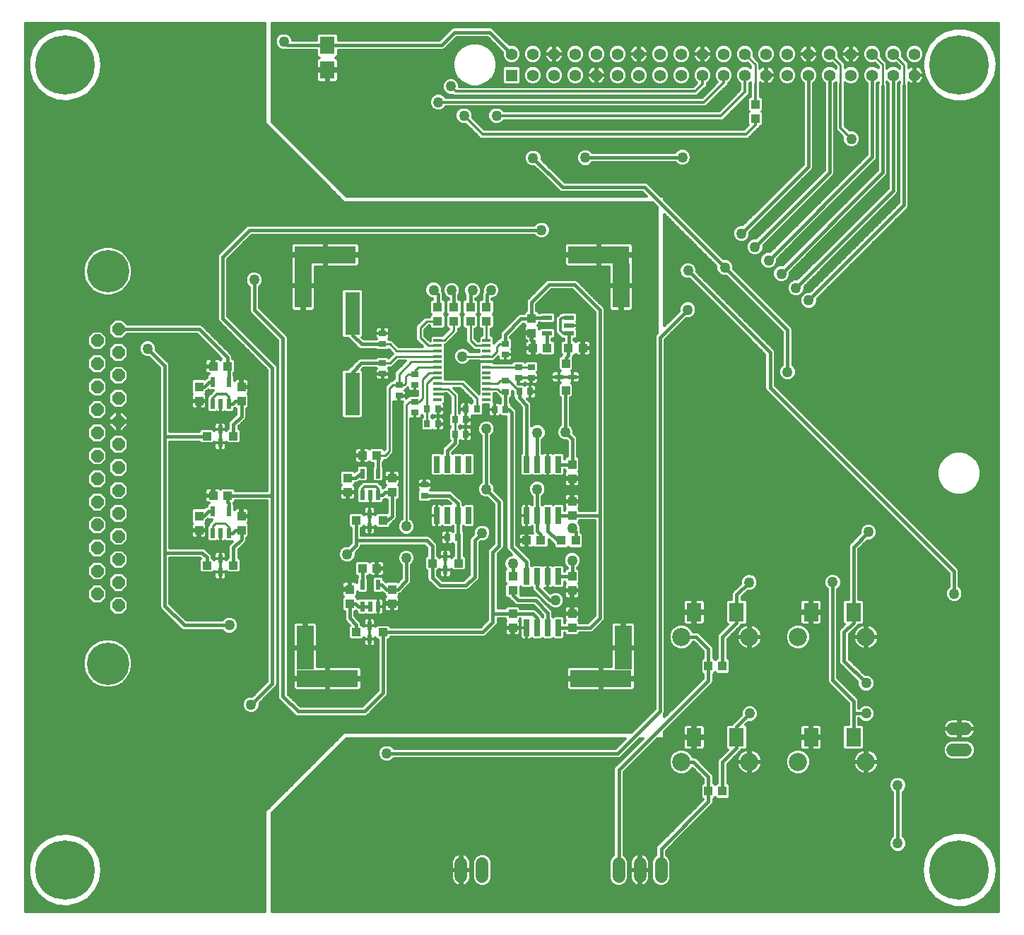
<source format=gbr>
G75*
G70*
%OFA0B0*%
%FSLAX24Y24*%
%IPPOS*%
%LPD*%
%AMOC8*
5,1,8,0,0,1.08239X$1,22.5*
%
%ADD10OC8,0.0600*%
%ADD11C,0.2000*%
%ADD12R,0.0260X0.0800*%
%ADD13R,0.0394X0.0433*%
%ADD14R,0.0433X0.0394*%
%ADD15R,0.0390X0.0120*%
%ADD16R,0.0276X0.0354*%
%ADD17R,0.0354X0.0276*%
%ADD18R,0.0700X0.2000*%
%ADD19R,0.0236X0.0394*%
%ADD20R,0.0394X0.0394*%
%ADD21R,0.0217X0.0472*%
%ADD22R,0.0472X0.0217*%
%ADD23R,0.0394X0.0236*%
%ADD24C,0.0560*%
%ADD25R,0.0560X0.0560*%
%ADD26C,0.0860*%
%ADD27C,0.0600*%
%ADD28R,0.2900X0.0800*%
%ADD29R,0.0800X0.2100*%
%ADD30R,0.0709X0.0846*%
%ADD31R,0.0709X0.0866*%
%ADD32C,0.0120*%
%ADD33C,0.0500*%
%ADD34C,0.0160*%
%ADD35C,0.0150*%
%ADD36C,0.0110*%
%ADD37C,0.0130*%
%ADD38C,0.2800*%
%ADD39C,0.0100*%
D10*
X007686Y016028D03*
X007686Y017118D03*
X006686Y017658D03*
X006686Y016568D03*
X007686Y018198D03*
X007686Y019288D03*
X006686Y018748D03*
X006686Y019828D03*
X007686Y020378D03*
X007686Y021458D03*
X007686Y022548D03*
X006686Y022008D03*
X006686Y020918D03*
X006686Y023088D03*
X006686Y024178D03*
X007686Y023638D03*
X007686Y024718D03*
X006686Y025268D03*
X006686Y026348D03*
X007686Y025808D03*
X007686Y026898D03*
X006686Y027438D03*
X006686Y028528D03*
X007686Y029068D03*
X007686Y027978D03*
D11*
X007186Y031808D03*
X007186Y013288D03*
D12*
X022706Y020268D03*
X023206Y020268D03*
X023706Y020268D03*
X024206Y020268D03*
X026936Y020268D03*
X027436Y020268D03*
X027936Y020268D03*
X028436Y020268D03*
X028436Y022688D03*
X027936Y022688D03*
X027436Y022688D03*
X026936Y022688D03*
X024206Y022688D03*
X023706Y022688D03*
X023206Y022688D03*
X022706Y022688D03*
X026936Y017398D03*
X027436Y017398D03*
X027936Y017398D03*
X028436Y017398D03*
X028436Y014978D03*
X027936Y014978D03*
X027436Y014978D03*
X026936Y014978D03*
D13*
X026286Y014973D03*
X026286Y015643D03*
X029086Y015643D03*
X029086Y014973D03*
X029086Y016733D03*
X029086Y017403D03*
X029251Y019098D03*
X028582Y019098D03*
X029086Y020263D03*
X029086Y020933D03*
X029086Y022023D03*
X029086Y022693D03*
X027176Y028893D03*
X027176Y029563D03*
X020596Y022043D03*
X020596Y021373D03*
X018496Y021373D03*
X018496Y022043D03*
X013486Y020253D03*
X013486Y019583D03*
X011486Y019583D03*
X011486Y020253D03*
X011486Y025683D03*
X011486Y026353D03*
X013486Y026353D03*
X013486Y025683D03*
X018596Y016793D03*
X018596Y016123D03*
X020591Y016123D03*
X020591Y016793D03*
X035512Y013168D03*
X036181Y013168D03*
X036181Y007268D03*
X035512Y007268D03*
D14*
X026286Y016733D03*
X026286Y017403D03*
X026942Y019098D03*
X027611Y019098D03*
X019871Y017778D03*
X019202Y017778D03*
X019202Y023108D03*
X019871Y023108D03*
X012821Y021218D03*
X012152Y021218D03*
X012152Y027318D03*
X012821Y027318D03*
X022746Y029443D03*
X022746Y030113D03*
X023516Y030113D03*
X024286Y030113D03*
X025046Y030113D03*
X025046Y029443D03*
X024286Y029443D03*
X023516Y029443D03*
X027247Y028178D03*
X027916Y028178D03*
X028917Y028178D03*
X029586Y028178D03*
X037736Y039013D03*
X037736Y039683D03*
D15*
X025045Y028556D03*
X025045Y028300D03*
X025045Y028044D03*
X025045Y027788D03*
X025045Y027532D03*
X025045Y027276D03*
X025045Y027020D03*
X025045Y026764D03*
X025045Y026508D03*
X025045Y026252D03*
X025045Y025997D03*
X025045Y025741D03*
X022748Y025741D03*
X022748Y025997D03*
X022748Y026252D03*
X022748Y026508D03*
X022748Y026764D03*
X022748Y027020D03*
X022748Y027276D03*
X022748Y027532D03*
X022748Y027788D03*
X022748Y028044D03*
X022748Y028300D03*
X022748Y028556D03*
D16*
X022762Y025298D03*
X022250Y025298D03*
X022250Y024598D03*
X022762Y024598D03*
X023560Y024798D03*
X024072Y024798D03*
X024080Y025298D03*
X024592Y025298D03*
X025436Y025283D03*
X025947Y025283D03*
X026590Y026128D03*
X027102Y026128D03*
X024072Y024108D03*
X023560Y024108D03*
X023712Y019238D03*
X023200Y019238D03*
D17*
X022126Y021222D03*
X022126Y021734D03*
X021666Y025142D03*
X021666Y025654D03*
X020926Y025932D03*
X020926Y026444D03*
X021666Y026442D03*
X021666Y026954D03*
X020146Y026962D03*
X020146Y027474D03*
X020146Y028362D03*
X020146Y028874D03*
X025936Y028384D03*
X025936Y027872D03*
X026556Y027284D03*
X026556Y026772D03*
X027156Y026772D03*
X027156Y027284D03*
X025936Y026634D03*
X025936Y026122D03*
D18*
X018726Y026018D03*
X018726Y029818D03*
D19*
X012486Y024333D03*
X012486Y023703D03*
X012486Y018233D03*
X012486Y017603D03*
X019536Y019723D03*
X019536Y020353D03*
X023116Y018333D03*
X023116Y017703D03*
X019536Y015083D03*
X019536Y014453D03*
D20*
X018906Y014768D03*
X020166Y014768D03*
X022486Y018018D03*
X023746Y018018D03*
X020166Y020038D03*
X018906Y020038D03*
X013116Y017918D03*
X011856Y017918D03*
X011856Y024018D03*
X013116Y024018D03*
X028786Y026188D03*
X028786Y027448D03*
D21*
X019936Y022259D03*
X019188Y022259D03*
X019188Y021236D03*
X019562Y021236D03*
X019936Y021236D03*
X019936Y017009D03*
X019188Y017009D03*
X019188Y015986D03*
X019562Y015986D03*
X019936Y015986D03*
X012886Y019446D03*
X012512Y019446D03*
X012138Y019446D03*
X012138Y020469D03*
X012886Y020469D03*
X012886Y025546D03*
X012512Y025546D03*
X012138Y025546D03*
X012138Y026569D03*
X012886Y026569D03*
D22*
X027905Y028870D03*
X027905Y029618D03*
X028929Y029618D03*
X028929Y029244D03*
X028929Y028870D03*
D23*
X029101Y026818D03*
X028471Y026818D03*
D24*
X028236Y041058D03*
X027236Y041058D03*
X027236Y042058D03*
X026236Y042058D03*
X028236Y042058D03*
X029236Y042058D03*
X030236Y042058D03*
X031236Y042058D03*
X032236Y042058D03*
X033236Y042058D03*
X034236Y042058D03*
X035236Y042058D03*
X036236Y042058D03*
X037236Y042058D03*
X038236Y042058D03*
X039236Y042058D03*
X040236Y042058D03*
X041236Y042058D03*
X042236Y042058D03*
X043236Y042058D03*
X044236Y042058D03*
X045236Y042058D03*
X045236Y041058D03*
X044236Y041058D03*
X043236Y041058D03*
X042236Y041058D03*
X041236Y041058D03*
X040236Y041058D03*
X039236Y041058D03*
X038236Y041058D03*
X037236Y041058D03*
X036236Y041058D03*
X035236Y041058D03*
X034236Y041058D03*
X033236Y041058D03*
X032236Y041058D03*
X031236Y041058D03*
X030236Y041058D03*
X029236Y041058D03*
D25*
X026236Y041058D03*
D26*
X034246Y014548D03*
X037446Y014548D03*
X039746Y014548D03*
X042946Y014548D03*
X042946Y008648D03*
X039746Y008648D03*
X037446Y008648D03*
X034246Y008648D03*
D27*
X033286Y003848D02*
X033286Y003248D01*
X032286Y003248D02*
X032286Y003848D01*
X031286Y003848D02*
X031286Y003248D01*
X024846Y003248D02*
X024846Y003848D01*
X023846Y003848D02*
X023846Y003248D01*
X047046Y009208D02*
X047646Y009208D01*
X047646Y010208D02*
X047046Y010208D01*
D28*
X030446Y012578D03*
X017546Y012578D03*
X017446Y032578D03*
X030346Y032578D03*
D29*
X031396Y031128D03*
X016396Y031128D03*
X016496Y014028D03*
X031496Y014028D03*
D30*
X017546Y041307D03*
X017546Y042469D03*
D31*
X034842Y015718D03*
X036850Y015718D03*
X040352Y015718D03*
X042360Y015718D03*
X042360Y009808D03*
X040352Y009808D03*
X036850Y009808D03*
X034842Y009808D03*
D32*
X003311Y001588D02*
X003311Y043508D01*
X014596Y043508D01*
X014596Y038798D01*
X018346Y035048D01*
X032887Y035048D01*
X033096Y034839D01*
X033096Y028887D01*
X033033Y028824D01*
X032996Y028736D01*
X032996Y028640D01*
X032996Y011148D01*
X031897Y010048D01*
X018346Y010048D01*
X014596Y006298D01*
X014596Y001588D01*
X003311Y001588D01*
X003311Y001631D02*
X014596Y001631D01*
X014596Y001749D02*
X003311Y001749D01*
X003311Y001868D02*
X004748Y001868D01*
X004785Y001853D02*
X004785Y001853D01*
X005301Y001815D01*
X005806Y001930D01*
X005807Y001930D01*
X006255Y002189D01*
X006255Y002189D01*
X006608Y002569D01*
X006832Y003036D01*
X006910Y003548D01*
X006832Y004060D01*
X006608Y004527D01*
X006255Y004907D01*
X005807Y005166D01*
X005806Y005166D02*
X005301Y005281D01*
X004785Y005243D01*
X004302Y005053D01*
X003897Y004730D01*
X003605Y004302D01*
X003453Y003807D01*
X003453Y003289D01*
X003605Y002794D01*
X003897Y002366D01*
X003897Y002366D01*
X003897Y002366D01*
X004302Y002043D01*
X004302Y002043D01*
X004785Y001853D01*
X004446Y001986D02*
X003311Y001986D01*
X003311Y002105D02*
X004224Y002105D01*
X004076Y002224D02*
X003311Y002224D01*
X003311Y002342D02*
X003927Y002342D01*
X003833Y002461D02*
X003311Y002461D01*
X003311Y002579D02*
X003752Y002579D01*
X003671Y002698D02*
X003311Y002698D01*
X003311Y002816D02*
X003598Y002816D01*
X003605Y002794D02*
X003605Y002794D01*
X003562Y002935D02*
X003311Y002935D01*
X003311Y003053D02*
X003525Y003053D01*
X003489Y003172D02*
X003311Y003172D01*
X003311Y003290D02*
X003453Y003290D01*
X003453Y003409D02*
X003311Y003409D01*
X003311Y003528D02*
X003453Y003528D01*
X003453Y003646D02*
X003311Y003646D01*
X003311Y003765D02*
X003453Y003765D01*
X003476Y003883D02*
X003311Y003883D01*
X003311Y004002D02*
X003513Y004002D01*
X003549Y004120D02*
X003311Y004120D01*
X003311Y004239D02*
X003586Y004239D01*
X003643Y004357D02*
X003311Y004357D01*
X003311Y004476D02*
X003724Y004476D01*
X003805Y004594D02*
X003311Y004594D01*
X003311Y004713D02*
X003885Y004713D01*
X003897Y004730D02*
X003897Y004730D01*
X004024Y004831D02*
X003311Y004831D01*
X003311Y004950D02*
X004173Y004950D01*
X004302Y005053D02*
X004302Y005053D01*
X004341Y005069D02*
X003311Y005069D01*
X003311Y005187D02*
X004643Y005187D01*
X004785Y005243D02*
X004785Y005243D01*
X005301Y005281D02*
X005301Y005281D01*
X005715Y005187D02*
X014596Y005187D01*
X014596Y005069D02*
X005976Y005069D01*
X005807Y005166D02*
X005806Y005166D01*
X006181Y004950D02*
X014596Y004950D01*
X014596Y004831D02*
X006325Y004831D01*
X006255Y004907D02*
X006255Y004907D01*
X006435Y004713D02*
X014596Y004713D01*
X014596Y004594D02*
X006545Y004594D01*
X006608Y004527D02*
X006608Y004527D01*
X006632Y004476D02*
X014596Y004476D01*
X014596Y004357D02*
X006690Y004357D01*
X006747Y004239D02*
X014596Y004239D01*
X014596Y004120D02*
X006804Y004120D01*
X006832Y004060D02*
X006832Y004060D01*
X006841Y004002D02*
X014596Y004002D01*
X014596Y003883D02*
X006859Y003883D01*
X006877Y003765D02*
X014596Y003765D01*
X014596Y003646D02*
X006895Y003646D01*
X006907Y003528D02*
X014596Y003528D01*
X014596Y003409D02*
X006889Y003409D01*
X006871Y003290D02*
X014596Y003290D01*
X014596Y003172D02*
X006853Y003172D01*
X006835Y003053D02*
X014596Y003053D01*
X014596Y002935D02*
X006784Y002935D01*
X006832Y003036D02*
X006832Y003036D01*
X006727Y002816D02*
X014596Y002816D01*
X014596Y002698D02*
X006670Y002698D01*
X006613Y002579D02*
X014596Y002579D01*
X014596Y002461D02*
X006507Y002461D01*
X006608Y002569D02*
X006608Y002569D01*
X006397Y002342D02*
X014596Y002342D01*
X014596Y002224D02*
X006287Y002224D01*
X006110Y002105D02*
X014596Y002105D01*
X014596Y001986D02*
X005904Y001986D01*
X005535Y001868D02*
X014596Y001868D01*
X014946Y001868D02*
X046849Y001868D01*
X046633Y001931D02*
X047119Y001789D01*
X047624Y001789D01*
X047624Y001789D01*
X048110Y001931D01*
X048535Y002205D01*
X048535Y002205D01*
X048867Y002587D01*
X048867Y002587D01*
X049077Y003047D01*
X049077Y003047D01*
X049149Y003548D01*
X049077Y004049D01*
X048867Y004509D01*
X048535Y004891D01*
X048110Y005165D01*
X048110Y005165D01*
X047624Y005307D01*
X047119Y005307D01*
X046633Y005165D01*
X046208Y004891D01*
X045876Y004509D01*
X045666Y004049D01*
X045594Y003548D01*
X045666Y003047D01*
X045876Y002587D01*
X046208Y002205D01*
X046633Y001931D01*
X046633Y001931D01*
X046547Y001986D02*
X014946Y001986D01*
X014946Y002105D02*
X046363Y002105D01*
X046208Y002205D02*
X046208Y002205D01*
X046191Y002224D02*
X014946Y002224D01*
X014946Y002342D02*
X046089Y002342D01*
X045986Y002461D02*
X014946Y002461D01*
X014946Y002579D02*
X045883Y002579D01*
X045876Y002587D02*
X045876Y002587D01*
X045826Y002698D02*
X014946Y002698D01*
X014946Y002816D02*
X023687Y002816D01*
X023670Y002822D02*
X023739Y002799D01*
X023806Y002789D01*
X023806Y003508D01*
X023386Y003508D01*
X023386Y003212D01*
X023398Y003140D01*
X023420Y003071D01*
X023453Y003007D01*
X023495Y002948D01*
X023547Y002897D01*
X023605Y002855D01*
X023670Y002822D01*
X023806Y002816D02*
X023886Y002816D01*
X023886Y002789D02*
X023954Y002799D01*
X024023Y002822D01*
X024087Y002855D01*
X024146Y002897D01*
X024197Y002948D01*
X024240Y003007D01*
X024273Y003071D01*
X024295Y003140D01*
X024306Y003212D01*
X024306Y003508D01*
X023887Y003508D01*
X023887Y003588D01*
X024306Y003588D01*
X024306Y003884D01*
X024295Y003956D01*
X024273Y004025D01*
X024240Y004089D01*
X024197Y004148D01*
X024146Y004199D01*
X024087Y004241D01*
X024023Y004274D01*
X023954Y004297D01*
X023886Y004307D01*
X023886Y003588D01*
X023806Y003588D01*
X023806Y003508D01*
X023886Y003508D01*
X023886Y002789D01*
X024006Y002816D02*
X024687Y002816D01*
X024755Y002788D02*
X024938Y002788D01*
X025107Y002858D01*
X025236Y002988D01*
X025306Y003157D01*
X025306Y003940D01*
X025236Y004109D01*
X025107Y004238D01*
X024938Y004308D01*
X024755Y004308D01*
X024586Y004238D01*
X024456Y004109D01*
X024386Y003940D01*
X024386Y003157D01*
X024456Y002988D01*
X024586Y002858D01*
X024755Y002788D01*
X025006Y002816D02*
X031127Y002816D01*
X031195Y002788D02*
X031026Y002858D01*
X030896Y002988D01*
X030826Y003157D01*
X030826Y003940D01*
X030896Y004109D01*
X031026Y004238D01*
X031046Y004247D01*
X031046Y008220D01*
X031046Y008316D01*
X031083Y008404D01*
X032427Y009748D01*
X032276Y009748D01*
X031372Y008845D01*
X031284Y008808D01*
X031189Y008808D01*
X020686Y008808D01*
X020579Y008701D01*
X020428Y008638D01*
X020265Y008638D01*
X020114Y008701D01*
X019999Y008816D01*
X019936Y008967D01*
X019936Y009130D01*
X019999Y009280D01*
X020114Y009396D01*
X020265Y009458D01*
X020428Y009458D01*
X020579Y009396D01*
X020686Y009288D01*
X031137Y009288D01*
X031597Y009748D01*
X018446Y009748D01*
X014946Y006248D01*
X014946Y001588D01*
X049200Y001588D01*
X049200Y043508D01*
X014946Y043508D01*
X014946Y038848D01*
X018446Y035348D01*
X032587Y035348D01*
X032407Y035528D01*
X028674Y035528D01*
X028579Y035528D01*
X028490Y035565D01*
X027317Y036738D01*
X027165Y036738D01*
X027014Y036801D01*
X026899Y036916D01*
X026836Y037067D01*
X026836Y037230D01*
X026899Y037380D01*
X027014Y037496D01*
X027165Y037558D01*
X027328Y037558D01*
X027479Y037496D01*
X027594Y037380D01*
X027656Y037230D01*
X027656Y037078D01*
X028726Y036008D01*
X032459Y036008D01*
X032554Y036008D01*
X032642Y035972D01*
X033266Y035348D01*
X033446Y035348D01*
X033446Y035167D01*
X036216Y032398D01*
X036368Y032398D01*
X036519Y032336D01*
X036634Y032220D01*
X036696Y032070D01*
X036696Y031918D01*
X039382Y029232D01*
X039450Y029164D01*
X039486Y029076D01*
X039486Y027388D01*
X039594Y027280D01*
X039656Y027130D01*
X039656Y026967D01*
X039594Y026816D01*
X039479Y026701D01*
X039328Y026638D01*
X039165Y026638D01*
X039014Y026701D01*
X038899Y026816D01*
X038836Y026967D01*
X038836Y027130D01*
X038899Y027280D01*
X039006Y027388D01*
X039006Y028929D01*
X036357Y031578D01*
X036205Y031578D01*
X036054Y031641D01*
X035939Y031756D01*
X035876Y031907D01*
X035876Y032059D01*
X033446Y034489D01*
X033446Y029237D01*
X034126Y029918D01*
X034126Y030070D01*
X034189Y030220D01*
X034304Y030336D01*
X034455Y030398D01*
X034618Y030398D01*
X034769Y030336D01*
X034884Y030220D01*
X034946Y030070D01*
X034946Y029907D01*
X034884Y029756D01*
X034769Y029641D01*
X034618Y029578D01*
X034466Y029578D01*
X033476Y028589D01*
X033476Y011000D01*
X033446Y010928D01*
X033446Y010767D01*
X035272Y012593D01*
X035272Y012792D01*
X035249Y012792D01*
X035155Y012885D01*
X035155Y013451D01*
X035249Y013545D01*
X035272Y013545D01*
X035272Y013883D01*
X034847Y014308D01*
X034785Y014308D01*
X034746Y014214D01*
X034580Y014048D01*
X034364Y013958D01*
X034129Y013958D01*
X033912Y014048D01*
X033746Y014214D01*
X033656Y014431D01*
X033656Y014665D01*
X033746Y014882D01*
X033912Y015048D01*
X034129Y015138D01*
X034364Y015138D01*
X034580Y015048D01*
X034746Y014882D01*
X034785Y014788D01*
X034994Y014788D01*
X035082Y014752D01*
X035150Y014684D01*
X035715Y014119D01*
X035752Y014030D01*
X035752Y013935D01*
X035752Y013545D01*
X035775Y013545D01*
X035846Y013473D01*
X035918Y013545D01*
X035941Y013545D01*
X035941Y014505D01*
X035941Y014600D01*
X035977Y014689D01*
X036422Y015133D01*
X036336Y015219D01*
X036336Y016217D01*
X036430Y016311D01*
X036610Y016311D01*
X036610Y016580D01*
X036647Y016668D01*
X036714Y016735D01*
X037026Y017048D01*
X037026Y017200D01*
X037089Y017350D01*
X037204Y017466D01*
X037355Y017528D01*
X037518Y017528D01*
X037669Y017466D01*
X037784Y017350D01*
X037846Y017200D01*
X037846Y017037D01*
X037784Y016886D01*
X037669Y016771D01*
X037518Y016708D01*
X037366Y016708D01*
X037090Y016433D01*
X037090Y016311D01*
X037271Y016311D01*
X037365Y016217D01*
X037365Y015219D01*
X037271Y015125D01*
X037070Y015125D01*
X037054Y015086D01*
X036986Y015019D01*
X036421Y014453D01*
X036421Y013545D01*
X036444Y013545D01*
X036538Y013451D01*
X036538Y012885D01*
X036444Y012792D01*
X035918Y012792D01*
X035846Y012863D01*
X035775Y012792D01*
X035752Y012792D01*
X035752Y012446D01*
X035715Y012357D01*
X035648Y012290D01*
X033446Y010089D01*
X033446Y009748D01*
X033106Y009748D01*
X031526Y008169D01*
X031526Y004247D01*
X031547Y004238D01*
X031676Y004109D01*
X031746Y003940D01*
X031746Y003157D01*
X031676Y002988D01*
X031547Y002858D01*
X031378Y002788D01*
X031195Y002788D01*
X031446Y002816D02*
X032127Y002816D01*
X032110Y002822D02*
X032179Y002799D01*
X032246Y002789D01*
X032246Y003508D01*
X031826Y003508D01*
X031826Y003212D01*
X031838Y003140D01*
X031860Y003071D01*
X031893Y003007D01*
X031935Y002948D01*
X031987Y002897D01*
X032045Y002855D01*
X032110Y002822D01*
X032246Y002816D02*
X032326Y002816D01*
X032326Y002789D02*
X032394Y002799D01*
X032463Y002822D01*
X032527Y002855D01*
X032586Y002897D01*
X032637Y002948D01*
X032680Y003007D01*
X032713Y003071D01*
X032735Y003140D01*
X032746Y003212D01*
X032746Y003508D01*
X032327Y003508D01*
X032327Y003588D01*
X032746Y003588D01*
X032746Y003884D01*
X032735Y003956D01*
X032713Y004025D01*
X032680Y004089D01*
X032637Y004148D01*
X032586Y004199D01*
X032527Y004241D01*
X032463Y004274D01*
X032394Y004297D01*
X032326Y004307D01*
X032326Y003588D01*
X032246Y003588D01*
X032246Y003508D01*
X032326Y003508D01*
X032326Y002789D01*
X032446Y002816D02*
X033127Y002816D01*
X033195Y002788D02*
X033378Y002788D01*
X033547Y002858D01*
X033676Y002988D01*
X033746Y003157D01*
X033746Y003940D01*
X033676Y004109D01*
X033547Y004238D01*
X033526Y004247D01*
X033526Y004449D01*
X035648Y006570D01*
X035715Y006637D01*
X035752Y006726D01*
X035752Y006892D01*
X035775Y006892D01*
X035846Y006963D01*
X035918Y006892D01*
X036444Y006892D01*
X036538Y006985D01*
X036538Y007551D01*
X036444Y007645D01*
X036421Y007645D01*
X036421Y008543D01*
X036986Y009109D01*
X037054Y009176D01*
X037070Y009215D01*
X037271Y009215D01*
X037365Y009309D01*
X037365Y010307D01*
X037275Y010397D01*
X037396Y010518D01*
X037548Y010518D01*
X037699Y010581D01*
X037814Y010696D01*
X037876Y010847D01*
X037876Y011010D01*
X037814Y011160D01*
X037699Y011276D01*
X037548Y011338D01*
X037385Y011338D01*
X037234Y011276D01*
X037119Y011160D01*
X037056Y011010D01*
X037056Y010858D01*
X036714Y010515D01*
X036647Y010448D01*
X036627Y010401D01*
X036430Y010401D01*
X036336Y010307D01*
X036336Y009309D01*
X036422Y009223D01*
X035977Y008779D01*
X035941Y008690D01*
X035941Y008595D01*
X035941Y007645D01*
X035918Y007645D01*
X035846Y007573D01*
X035775Y007645D01*
X035752Y007645D01*
X035752Y007905D01*
X035752Y008000D01*
X035715Y008089D01*
X035020Y008784D01*
X034952Y008852D01*
X034864Y008888D01*
X034785Y008888D01*
X034746Y008982D01*
X034580Y009148D01*
X034364Y009238D01*
X034129Y009238D01*
X033912Y009148D01*
X033746Y008982D01*
X033656Y008765D01*
X033656Y008531D01*
X033746Y008314D01*
X033912Y008148D01*
X034129Y008058D01*
X034364Y008058D01*
X034580Y008148D01*
X034746Y008314D01*
X034765Y008360D01*
X035272Y007853D01*
X035272Y007645D01*
X035249Y007645D01*
X035155Y007551D01*
X035155Y006985D01*
X035249Y006892D01*
X035272Y006892D01*
X035272Y006873D01*
X033083Y004684D01*
X033046Y004596D01*
X033046Y004500D01*
X033046Y004247D01*
X033026Y004238D01*
X032896Y004109D01*
X032826Y003940D01*
X032826Y003157D01*
X032896Y002988D01*
X033026Y002858D01*
X033195Y002788D01*
X033446Y002816D02*
X045772Y002816D01*
X045717Y002935D02*
X033624Y002935D01*
X033703Y003053D02*
X045665Y003053D01*
X045666Y003047D02*
X045666Y003047D01*
X045648Y003172D02*
X033746Y003172D01*
X033746Y003290D02*
X045631Y003290D01*
X045614Y003409D02*
X033746Y003409D01*
X033746Y003528D02*
X045597Y003528D01*
X045594Y003548D02*
X045594Y003548D01*
X045608Y003646D02*
X033746Y003646D01*
X033746Y003765D02*
X045625Y003765D01*
X045642Y003883D02*
X033746Y003883D01*
X033721Y004002D02*
X045659Y004002D01*
X045666Y004049D02*
X045666Y004049D01*
X045699Y004120D02*
X033665Y004120D01*
X033545Y004239D02*
X045753Y004239D01*
X045807Y004357D02*
X033526Y004357D01*
X033553Y004476D02*
X044189Y004476D01*
X044214Y004451D02*
X044365Y004388D01*
X044528Y004388D01*
X044679Y004451D01*
X044794Y004566D01*
X044856Y004717D01*
X044856Y004880D01*
X044794Y005030D01*
X044686Y005138D01*
X044686Y007208D01*
X044794Y007316D01*
X044856Y007467D01*
X044856Y007630D01*
X044794Y007780D01*
X044679Y007896D01*
X044528Y007958D01*
X044365Y007958D01*
X044214Y007896D01*
X044099Y007780D01*
X044036Y007630D01*
X044036Y007467D01*
X044099Y007316D01*
X044206Y007208D01*
X044206Y005138D01*
X044099Y005030D01*
X044036Y004880D01*
X044036Y004717D01*
X044099Y004566D01*
X044214Y004451D01*
X044087Y004594D02*
X033672Y004594D01*
X033791Y004713D02*
X044038Y004713D01*
X044036Y004831D02*
X033909Y004831D01*
X034028Y004950D02*
X044065Y004950D01*
X044137Y005069D02*
X034146Y005069D01*
X034265Y005187D02*
X044206Y005187D01*
X044206Y005306D02*
X034383Y005306D01*
X034502Y005424D02*
X044206Y005424D01*
X044206Y005543D02*
X034620Y005543D01*
X034739Y005661D02*
X044206Y005661D01*
X044206Y005780D02*
X034857Y005780D01*
X034976Y005898D02*
X044206Y005898D01*
X044206Y006017D02*
X035095Y006017D01*
X035213Y006135D02*
X044206Y006135D01*
X044206Y006254D02*
X035332Y006254D01*
X035450Y006373D02*
X044206Y006373D01*
X044206Y006491D02*
X035569Y006491D01*
X035687Y006610D02*
X044206Y006610D01*
X044206Y006728D02*
X035752Y006728D01*
X035752Y006847D02*
X044206Y006847D01*
X044206Y006965D02*
X036518Y006965D01*
X036538Y007084D02*
X044206Y007084D01*
X044206Y007202D02*
X036538Y007202D01*
X036538Y007321D02*
X044097Y007321D01*
X044047Y007439D02*
X036538Y007439D01*
X036531Y007558D02*
X044036Y007558D01*
X044056Y007677D02*
X036421Y007677D01*
X036421Y007795D02*
X044113Y007795D01*
X044257Y007914D02*
X036421Y007914D01*
X036421Y008032D02*
X049200Y008032D01*
X049200Y007914D02*
X044635Y007914D01*
X044779Y007795D02*
X049200Y007795D01*
X049200Y007677D02*
X044837Y007677D01*
X044856Y007558D02*
X049200Y007558D01*
X049200Y007439D02*
X044845Y007439D01*
X044796Y007321D02*
X049200Y007321D01*
X049200Y007202D02*
X044686Y007202D01*
X044686Y007084D02*
X049200Y007084D01*
X049200Y006965D02*
X044686Y006965D01*
X044686Y006847D02*
X049200Y006847D01*
X049200Y006728D02*
X044686Y006728D01*
X044686Y006610D02*
X049200Y006610D01*
X049200Y006491D02*
X044686Y006491D01*
X044686Y006373D02*
X049200Y006373D01*
X049200Y006254D02*
X044686Y006254D01*
X044686Y006135D02*
X049200Y006135D01*
X049200Y006017D02*
X044686Y006017D01*
X044686Y005898D02*
X049200Y005898D01*
X049200Y005780D02*
X044686Y005780D01*
X044686Y005661D02*
X049200Y005661D01*
X049200Y005543D02*
X044686Y005543D01*
X044686Y005424D02*
X049200Y005424D01*
X049200Y005306D02*
X047630Y005306D01*
X047624Y005307D02*
X047624Y005307D01*
X048034Y005187D02*
X049200Y005187D01*
X049200Y005069D02*
X048260Y005069D01*
X048444Y004950D02*
X049200Y004950D01*
X049200Y004831D02*
X048587Y004831D01*
X048535Y004891D02*
X048535Y004891D01*
X048690Y004713D02*
X049200Y004713D01*
X049200Y004594D02*
X048793Y004594D01*
X048867Y004509D02*
X048867Y004509D01*
X048882Y004476D02*
X049200Y004476D01*
X049200Y004357D02*
X048936Y004357D01*
X048990Y004239D02*
X049200Y004239D01*
X049200Y004120D02*
X049044Y004120D01*
X049077Y004049D02*
X049077Y004049D01*
X049084Y004002D02*
X049200Y004002D01*
X049200Y003883D02*
X049101Y003883D01*
X049118Y003765D02*
X049200Y003765D01*
X049200Y003646D02*
X049135Y003646D01*
X049146Y003528D02*
X049200Y003528D01*
X049200Y003409D02*
X049129Y003409D01*
X049112Y003290D02*
X049200Y003290D01*
X049200Y003172D02*
X049095Y003172D01*
X049078Y003053D02*
X049200Y003053D01*
X049200Y002935D02*
X049025Y002935D01*
X048971Y002816D02*
X049200Y002816D01*
X049200Y002698D02*
X048917Y002698D01*
X048860Y002579D02*
X049200Y002579D01*
X049200Y002461D02*
X048757Y002461D01*
X048654Y002342D02*
X049200Y002342D01*
X049200Y002224D02*
X048552Y002224D01*
X048535Y002205D02*
X048535Y002205D01*
X048380Y002105D02*
X049200Y002105D01*
X049200Y001986D02*
X048196Y001986D01*
X048110Y001931D02*
X048110Y001931D01*
X047894Y001868D02*
X049200Y001868D01*
X049200Y001749D02*
X014946Y001749D01*
X014946Y001631D02*
X049200Y001631D01*
X047119Y001789D02*
X047119Y001789D01*
X045861Y004476D02*
X044704Y004476D01*
X044806Y004594D02*
X045950Y004594D01*
X045876Y004509D02*
X045876Y004509D01*
X046053Y004713D02*
X044855Y004713D01*
X044856Y004831D02*
X046156Y004831D01*
X046208Y004891D02*
X046208Y004891D01*
X046208Y004891D01*
X046299Y004950D02*
X044827Y004950D01*
X044756Y005069D02*
X046483Y005069D01*
X046633Y005165D02*
X046633Y005165D01*
X046709Y005187D02*
X044686Y005187D01*
X044686Y005306D02*
X047113Y005306D01*
X047119Y005307D02*
X047119Y005307D01*
X049200Y008151D02*
X043265Y008151D01*
X043256Y008144D02*
X043331Y008198D01*
X043396Y008264D01*
X043451Y008339D01*
X043493Y008422D01*
X043522Y008510D01*
X043536Y008602D01*
X043536Y008610D01*
X042985Y008610D01*
X042985Y008687D01*
X042908Y008687D01*
X042908Y009238D01*
X042900Y009238D01*
X042808Y009224D01*
X042720Y009195D01*
X042637Y009153D01*
X042562Y009098D01*
X042496Y009032D01*
X042442Y008957D01*
X042400Y008875D01*
X042371Y008786D01*
X042356Y008695D01*
X042356Y008687D01*
X042908Y008687D01*
X042908Y008610D01*
X042356Y008610D01*
X042356Y008602D01*
X042371Y008510D01*
X042400Y008422D01*
X042442Y008339D01*
X042496Y008264D01*
X042562Y008198D01*
X042637Y008144D01*
X042720Y008101D01*
X042808Y008073D01*
X042900Y008058D01*
X042908Y008058D01*
X042908Y008609D01*
X042985Y008609D01*
X042985Y008058D01*
X042993Y008058D01*
X043084Y008073D01*
X043173Y008101D01*
X043256Y008144D01*
X043400Y008269D02*
X049200Y008269D01*
X049200Y008388D02*
X043476Y008388D01*
X043521Y008506D02*
X049200Y008506D01*
X049200Y008625D02*
X042985Y008625D01*
X042985Y008687D02*
X043536Y008687D01*
X043536Y008695D01*
X043522Y008786D01*
X043493Y008875D01*
X043451Y008957D01*
X043396Y009032D01*
X043331Y009098D01*
X043256Y009153D01*
X043173Y009195D01*
X043084Y009224D01*
X042993Y009238D01*
X042985Y009238D01*
X042985Y008687D01*
X042985Y008743D02*
X042908Y008743D01*
X042908Y008625D02*
X040336Y008625D01*
X040336Y008531D02*
X040246Y008314D01*
X040080Y008148D01*
X039864Y008058D01*
X039629Y008058D01*
X039412Y008148D01*
X039246Y008314D01*
X039156Y008531D01*
X039156Y008765D01*
X039246Y008982D01*
X039412Y009148D01*
X039629Y009238D01*
X039864Y009238D01*
X040080Y009148D01*
X040246Y008982D01*
X040336Y008765D01*
X040336Y008531D01*
X040326Y008506D02*
X042372Y008506D01*
X042417Y008388D02*
X040277Y008388D01*
X040202Y008269D02*
X042492Y008269D01*
X042627Y008151D02*
X040083Y008151D01*
X040336Y008743D02*
X042364Y008743D01*
X042395Y008862D02*
X040296Y008862D01*
X040247Y008981D02*
X042459Y008981D01*
X042563Y009099D02*
X040130Y009099D01*
X039977Y009215D02*
X040292Y009215D01*
X040292Y009748D01*
X039838Y009748D01*
X039838Y009354D01*
X039849Y009313D01*
X039870Y009277D01*
X039900Y009247D01*
X039936Y009226D01*
X039977Y009215D01*
X039967Y009218D02*
X039913Y009218D01*
X039843Y009336D02*
X037365Y009336D01*
X037400Y009238D02*
X037308Y009224D01*
X037220Y009195D01*
X037137Y009153D01*
X037062Y009098D01*
X036996Y009032D01*
X036942Y008957D01*
X036900Y008875D01*
X036871Y008786D01*
X036856Y008695D01*
X036856Y008687D01*
X037408Y008687D01*
X037408Y009238D01*
X037400Y009238D01*
X037408Y009218D02*
X037485Y009218D01*
X037485Y009238D02*
X037493Y009238D01*
X037584Y009224D01*
X037673Y009195D01*
X037756Y009153D01*
X037831Y009098D01*
X037896Y009032D01*
X037951Y008957D01*
X037993Y008875D01*
X038022Y008786D01*
X038036Y008695D01*
X038036Y008687D01*
X037485Y008687D01*
X037408Y008687D01*
X037408Y008610D01*
X036856Y008610D01*
X036856Y008602D01*
X036871Y008510D01*
X036900Y008422D01*
X036942Y008339D01*
X036996Y008264D01*
X037062Y008198D01*
X037137Y008144D01*
X037220Y008101D01*
X037308Y008073D01*
X037400Y008058D01*
X037408Y008058D01*
X037408Y008609D01*
X037485Y008609D01*
X037485Y008058D01*
X037493Y008058D01*
X037584Y008073D01*
X037673Y008101D01*
X037756Y008144D01*
X037831Y008198D01*
X037896Y008264D01*
X037951Y008339D01*
X037993Y008422D01*
X038022Y008510D01*
X038036Y008602D01*
X038036Y008610D01*
X037485Y008610D01*
X037485Y008687D01*
X037485Y009238D01*
X037603Y009218D02*
X039579Y009218D01*
X039363Y009099D02*
X037829Y009099D01*
X037934Y008981D02*
X039245Y008981D01*
X039196Y008862D02*
X037997Y008862D01*
X038029Y008743D02*
X039156Y008743D01*
X039156Y008625D02*
X037485Y008625D01*
X037408Y008625D02*
X036502Y008625D01*
X036421Y008506D02*
X036872Y008506D01*
X036917Y008388D02*
X036421Y008388D01*
X036421Y008269D02*
X036992Y008269D01*
X037127Y008151D02*
X036421Y008151D01*
X035941Y008151D02*
X035653Y008151D01*
X035739Y008032D02*
X035941Y008032D01*
X035941Y007914D02*
X035752Y007914D01*
X035752Y007795D02*
X035941Y007795D01*
X035941Y007677D02*
X035752Y007677D01*
X035272Y007677D02*
X031526Y007677D01*
X031526Y007795D02*
X035272Y007795D01*
X035211Y007914D02*
X031526Y007914D01*
X031526Y008032D02*
X035093Y008032D01*
X034974Y008151D02*
X034583Y008151D01*
X034702Y008269D02*
X034856Y008269D01*
X035179Y008625D02*
X035941Y008625D01*
X035941Y008506D02*
X035297Y008506D01*
X035416Y008388D02*
X035941Y008388D01*
X035941Y008269D02*
X035535Y008269D01*
X035963Y008743D02*
X035060Y008743D01*
X034927Y008862D02*
X036061Y008862D01*
X036179Y008981D02*
X034747Y008981D01*
X034630Y009099D02*
X036298Y009099D01*
X036416Y009218D02*
X035227Y009218D01*
X035218Y009215D02*
X035258Y009226D01*
X035295Y009247D01*
X035325Y009277D01*
X035346Y009313D01*
X035357Y009354D01*
X035357Y009748D01*
X034902Y009748D01*
X034902Y009215D01*
X035218Y009215D01*
X035352Y009336D02*
X036336Y009336D01*
X036336Y009455D02*
X035357Y009455D01*
X035357Y009573D02*
X036336Y009573D01*
X036336Y009692D02*
X035357Y009692D01*
X035357Y009868D02*
X034902Y009868D01*
X034782Y009868D01*
X034782Y009748D01*
X034328Y009748D01*
X034328Y009354D01*
X034339Y009313D01*
X034360Y009277D01*
X034390Y009247D01*
X034426Y009226D01*
X034467Y009215D01*
X034782Y009215D01*
X034782Y009748D01*
X034902Y009748D01*
X034902Y009868D01*
X034902Y010401D01*
X035218Y010401D01*
X035258Y010390D01*
X035295Y010369D01*
X035325Y010339D01*
X035346Y010303D01*
X035357Y010262D01*
X035357Y009868D01*
X035357Y009929D02*
X036336Y009929D01*
X036336Y010047D02*
X035357Y010047D01*
X035357Y010166D02*
X036336Y010166D01*
X036336Y010284D02*
X035351Y010284D01*
X034902Y010284D02*
X034782Y010284D01*
X034782Y010401D02*
X034467Y010401D01*
X034426Y010390D01*
X034390Y010369D01*
X034360Y010339D01*
X034339Y010303D01*
X034328Y010262D01*
X034328Y009868D01*
X034782Y009868D01*
X034782Y010401D01*
X034782Y010166D02*
X034902Y010166D01*
X034902Y010047D02*
X034782Y010047D01*
X034782Y009929D02*
X034902Y009929D01*
X034902Y009810D02*
X036336Y009810D01*
X036628Y010403D02*
X033761Y010403D01*
X033879Y010522D02*
X036720Y010522D01*
X036839Y010640D02*
X033998Y010640D01*
X034116Y010759D02*
X036957Y010759D01*
X037056Y010877D02*
X034235Y010877D01*
X034353Y010996D02*
X037056Y010996D01*
X037100Y011114D02*
X034472Y011114D01*
X034590Y011233D02*
X037191Y011233D01*
X037741Y011233D02*
X042120Y011233D01*
X042120Y011351D02*
X034709Y011351D01*
X034828Y011470D02*
X042075Y011470D01*
X042120Y011425D02*
X042120Y010986D01*
X042120Y010890D01*
X042120Y010401D01*
X041940Y010401D01*
X041846Y010307D01*
X041846Y009309D01*
X041940Y009215D01*
X042781Y009215D01*
X042875Y009309D01*
X042875Y010307D01*
X042781Y010401D01*
X042600Y010401D01*
X042600Y010698D01*
X042608Y010698D01*
X042609Y010696D01*
X042724Y010581D01*
X042875Y010518D01*
X043038Y010518D01*
X043189Y010581D01*
X043304Y010696D01*
X043366Y010847D01*
X043366Y011010D01*
X043304Y011160D01*
X043189Y011276D01*
X043038Y011338D01*
X042875Y011338D01*
X042724Y011276D01*
X042626Y011178D01*
X042600Y011178D01*
X042600Y011572D01*
X042564Y011660D01*
X042496Y011728D01*
X041616Y012608D01*
X041616Y016788D01*
X041724Y016896D01*
X041786Y017047D01*
X041786Y017210D01*
X041724Y017360D01*
X041609Y017476D01*
X041458Y017538D01*
X041295Y017538D01*
X041144Y017476D01*
X041029Y017360D01*
X040966Y017210D01*
X040966Y017047D01*
X041029Y016896D01*
X041136Y016788D01*
X041136Y012556D01*
X041136Y012460D01*
X041173Y012372D01*
X042120Y011425D01*
X041956Y011588D02*
X034946Y011588D01*
X035065Y011707D02*
X041838Y011707D01*
X041719Y011826D02*
X035183Y011826D01*
X035302Y011944D02*
X041601Y011944D01*
X041482Y012063D02*
X035420Y012063D01*
X035539Y012181D02*
X041364Y012181D01*
X041245Y012300D02*
X035657Y012300D01*
X035740Y012418D02*
X041154Y012418D01*
X041136Y012537D02*
X035752Y012537D01*
X035752Y012655D02*
X041136Y012655D01*
X041136Y012774D02*
X035752Y012774D01*
X035272Y012774D02*
X033476Y012774D01*
X033476Y012892D02*
X035155Y012892D01*
X035155Y013011D02*
X033476Y013011D01*
X033476Y013130D02*
X035155Y013130D01*
X035155Y013248D02*
X033476Y013248D01*
X033476Y013367D02*
X035155Y013367D01*
X035189Y013485D02*
X033476Y013485D01*
X033476Y013604D02*
X035272Y013604D01*
X035272Y013722D02*
X033476Y013722D01*
X033476Y013841D02*
X035272Y013841D01*
X035196Y013959D02*
X034367Y013959D01*
X034126Y013959D02*
X033476Y013959D01*
X033476Y014078D02*
X033882Y014078D01*
X033764Y014196D02*
X033476Y014196D01*
X033476Y014315D02*
X033704Y014315D01*
X033656Y014434D02*
X033476Y014434D01*
X033476Y014552D02*
X033656Y014552D01*
X033658Y014671D02*
X033476Y014671D01*
X033476Y014789D02*
X033708Y014789D01*
X033771Y014908D02*
X033476Y014908D01*
X033476Y015026D02*
X033890Y015026D01*
X033476Y015145D02*
X034411Y015145D01*
X034426Y015136D02*
X034467Y015125D01*
X034782Y015125D01*
X034782Y015658D01*
X034328Y015658D01*
X034328Y015264D01*
X034339Y015223D01*
X034360Y015187D01*
X034390Y015157D01*
X034426Y015136D01*
X034328Y015263D02*
X033476Y015263D01*
X033476Y015382D02*
X034328Y015382D01*
X034328Y015500D02*
X033476Y015500D01*
X033476Y015619D02*
X034328Y015619D01*
X034328Y015778D02*
X034782Y015778D01*
X034782Y015658D01*
X034902Y015658D01*
X034902Y015125D01*
X035218Y015125D01*
X035258Y015136D01*
X035295Y015157D01*
X035325Y015187D01*
X035346Y015223D01*
X035357Y015264D01*
X035357Y015658D01*
X034902Y015658D01*
X034902Y015778D01*
X034782Y015778D01*
X034782Y016311D01*
X034467Y016311D01*
X034426Y016300D01*
X034390Y016279D01*
X034360Y016249D01*
X034339Y016213D01*
X034328Y016172D01*
X034328Y015778D01*
X034328Y015856D02*
X033476Y015856D01*
X033476Y015737D02*
X034782Y015737D01*
X034782Y015619D02*
X034902Y015619D01*
X034902Y015737D02*
X036336Y015737D01*
X036336Y015619D02*
X035357Y015619D01*
X035357Y015500D02*
X036336Y015500D01*
X036336Y015382D02*
X035357Y015382D01*
X035356Y015263D02*
X036336Y015263D01*
X036410Y015145D02*
X035274Y015145D01*
X034902Y015145D02*
X034782Y015145D01*
X034782Y015263D02*
X034902Y015263D01*
X034902Y015382D02*
X034782Y015382D01*
X034782Y015500D02*
X034902Y015500D01*
X034902Y015778D02*
X035357Y015778D01*
X035357Y016172D01*
X035346Y016213D01*
X035325Y016249D01*
X035295Y016279D01*
X035258Y016300D01*
X035218Y016311D01*
X034902Y016311D01*
X034902Y015778D01*
X034902Y015856D02*
X034782Y015856D01*
X034782Y015975D02*
X034902Y015975D01*
X034902Y016093D02*
X034782Y016093D01*
X034782Y016212D02*
X034902Y016212D01*
X035346Y016212D02*
X036336Y016212D01*
X036336Y016093D02*
X035357Y016093D01*
X035357Y015975D02*
X036336Y015975D01*
X036336Y015856D02*
X035357Y015856D01*
X034328Y015975D02*
X033476Y015975D01*
X033476Y016093D02*
X034328Y016093D01*
X034339Y016212D02*
X033476Y016212D01*
X033476Y016330D02*
X036610Y016330D01*
X036610Y016449D02*
X033476Y016449D01*
X033476Y016567D02*
X036610Y016567D01*
X036665Y016686D02*
X033476Y016686D01*
X033476Y016804D02*
X036783Y016804D01*
X036902Y016923D02*
X033476Y016923D01*
X033476Y017041D02*
X037020Y017041D01*
X037026Y017160D02*
X033476Y017160D01*
X033476Y017279D02*
X037059Y017279D01*
X037135Y017397D02*
X033476Y017397D01*
X033476Y017516D02*
X037325Y017516D01*
X037548Y017516D02*
X041241Y017516D01*
X041065Y017397D02*
X037737Y017397D01*
X037814Y017279D02*
X040995Y017279D01*
X040966Y017160D02*
X037846Y017160D01*
X037846Y017041D02*
X040968Y017041D01*
X041017Y016923D02*
X037799Y016923D01*
X037702Y016804D02*
X041120Y016804D01*
X041136Y016686D02*
X037343Y016686D01*
X037225Y016567D02*
X041136Y016567D01*
X041136Y016449D02*
X037106Y016449D01*
X037090Y016330D02*
X041136Y016330D01*
X041136Y016212D02*
X040856Y016212D01*
X040856Y016213D02*
X040835Y016249D01*
X040805Y016279D01*
X040768Y016300D01*
X040728Y016311D01*
X040412Y016311D01*
X040412Y015778D01*
X040292Y015778D01*
X040292Y015658D01*
X039838Y015658D01*
X039838Y015264D01*
X039849Y015223D01*
X039870Y015187D01*
X039900Y015157D01*
X039936Y015136D01*
X039977Y015125D01*
X040292Y015125D01*
X040292Y015658D01*
X040412Y015658D01*
X040412Y015125D01*
X040728Y015125D01*
X040768Y015136D01*
X040805Y015157D01*
X040835Y015187D01*
X040856Y015223D01*
X040867Y015264D01*
X040867Y015658D01*
X040412Y015658D01*
X040412Y015778D01*
X040867Y015778D01*
X040867Y016172D01*
X040856Y016213D01*
X040867Y016093D02*
X041136Y016093D01*
X041136Y015975D02*
X040867Y015975D01*
X040867Y015856D02*
X041136Y015856D01*
X041136Y015737D02*
X040412Y015737D01*
X040412Y015619D02*
X040292Y015619D01*
X040292Y015737D02*
X037365Y015737D01*
X037365Y015619D02*
X039838Y015619D01*
X039838Y015500D02*
X037365Y015500D01*
X037365Y015382D02*
X039838Y015382D01*
X039838Y015263D02*
X037365Y015263D01*
X037400Y015138D02*
X037308Y015124D01*
X037220Y015095D01*
X037137Y015053D01*
X037062Y014998D01*
X036996Y014932D01*
X036942Y014857D01*
X036900Y014775D01*
X036871Y014686D01*
X036856Y014595D01*
X036856Y014587D01*
X037408Y014587D01*
X037408Y015138D01*
X037400Y015138D01*
X037485Y015138D02*
X037493Y015138D01*
X037584Y015124D01*
X037673Y015095D01*
X037756Y015053D01*
X037831Y014998D01*
X037896Y014932D01*
X037951Y014857D01*
X037993Y014775D01*
X038022Y014686D01*
X038036Y014595D01*
X038036Y014587D01*
X037485Y014587D01*
X037408Y014587D01*
X037408Y014510D01*
X036856Y014510D01*
X036856Y014502D01*
X036871Y014410D01*
X036900Y014322D01*
X036942Y014239D01*
X036996Y014164D01*
X037062Y014098D01*
X037137Y014044D01*
X037220Y014001D01*
X037308Y013973D01*
X037400Y013958D01*
X037408Y013958D01*
X037408Y014509D01*
X037485Y014509D01*
X037485Y013958D01*
X037493Y013958D01*
X037584Y013973D01*
X037673Y014001D01*
X037756Y014044D01*
X037831Y014098D01*
X037896Y014164D01*
X037951Y014239D01*
X037993Y014322D01*
X038022Y014410D01*
X038036Y014502D01*
X038036Y014510D01*
X037485Y014510D01*
X037485Y014587D01*
X037485Y015138D01*
X037485Y015026D02*
X037408Y015026D01*
X037408Y014908D02*
X037485Y014908D01*
X037485Y014789D02*
X037408Y014789D01*
X037408Y014671D02*
X037485Y014671D01*
X037485Y014552D02*
X039156Y014552D01*
X039156Y014665D02*
X039156Y014431D01*
X039246Y014214D01*
X039412Y014048D01*
X039629Y013958D01*
X039864Y013958D01*
X040080Y014048D01*
X040246Y014214D01*
X040336Y014431D01*
X040336Y014665D01*
X040246Y014882D01*
X040080Y015048D01*
X039864Y015138D01*
X039629Y015138D01*
X039412Y015048D01*
X039246Y014882D01*
X039156Y014665D01*
X039158Y014671D02*
X038024Y014671D01*
X037986Y014789D02*
X039208Y014789D01*
X039271Y014908D02*
X037914Y014908D01*
X037792Y015026D02*
X039390Y015026D01*
X039921Y015145D02*
X037291Y015145D01*
X037101Y015026D02*
X036994Y015026D01*
X036978Y014908D02*
X036875Y014908D01*
X036907Y014789D02*
X036757Y014789D01*
X036868Y014671D02*
X036638Y014671D01*
X036520Y014552D02*
X037408Y014552D01*
X037408Y014434D02*
X037485Y014434D01*
X037485Y014315D02*
X037408Y014315D01*
X037408Y014196D02*
X037485Y014196D01*
X037485Y014078D02*
X037408Y014078D01*
X037408Y013959D02*
X037485Y013959D01*
X037500Y013959D02*
X039626Y013959D01*
X039867Y013959D02*
X041136Y013959D01*
X041136Y013841D02*
X036421Y013841D01*
X036421Y013959D02*
X037392Y013959D01*
X037090Y014078D02*
X036421Y014078D01*
X036421Y014196D02*
X036973Y014196D01*
X036903Y014315D02*
X036421Y014315D01*
X036421Y014434D02*
X036867Y014434D01*
X036315Y015026D02*
X034603Y015026D01*
X034721Y014908D02*
X036196Y014908D01*
X036078Y014789D02*
X034785Y014789D01*
X035163Y014671D02*
X035970Y014671D01*
X035941Y014552D02*
X035282Y014552D01*
X035400Y014434D02*
X035941Y014434D01*
X035941Y014315D02*
X035519Y014315D01*
X035637Y014196D02*
X035941Y014196D01*
X035941Y014078D02*
X035732Y014078D01*
X035752Y013959D02*
X035941Y013959D01*
X035941Y013841D02*
X035752Y013841D01*
X035752Y013722D02*
X035941Y013722D01*
X035941Y013604D02*
X035752Y013604D01*
X035834Y013485D02*
X035858Y013485D01*
X036421Y013604D02*
X041136Y013604D01*
X041136Y013722D02*
X036421Y013722D01*
X036504Y013485D02*
X041136Y013485D01*
X041136Y013367D02*
X036538Y013367D01*
X036538Y013248D02*
X041136Y013248D01*
X041136Y013130D02*
X036538Y013130D01*
X036538Y013011D02*
X041136Y013011D01*
X041136Y012892D02*
X036538Y012892D01*
X035272Y012655D02*
X033476Y012655D01*
X033476Y012537D02*
X035216Y012537D01*
X035097Y012418D02*
X033476Y012418D01*
X033476Y012300D02*
X034979Y012300D01*
X034860Y012181D02*
X033476Y012181D01*
X033476Y012063D02*
X034741Y012063D01*
X034623Y011944D02*
X033476Y011944D01*
X033476Y011826D02*
X034504Y011826D01*
X034386Y011707D02*
X033476Y011707D01*
X033476Y011588D02*
X034267Y011588D01*
X034149Y011470D02*
X033476Y011470D01*
X033476Y011351D02*
X034030Y011351D01*
X033912Y011233D02*
X033476Y011233D01*
X033476Y011114D02*
X033793Y011114D01*
X033675Y010996D02*
X033474Y010996D01*
X033446Y010877D02*
X033556Y010877D01*
X033642Y010284D02*
X034334Y010284D01*
X034328Y010166D02*
X033524Y010166D01*
X033446Y010047D02*
X034328Y010047D01*
X034328Y009929D02*
X033446Y009929D01*
X033446Y009810D02*
X034782Y009810D01*
X034782Y009692D02*
X034902Y009692D01*
X034902Y009573D02*
X034782Y009573D01*
X034782Y009455D02*
X034902Y009455D01*
X034902Y009336D02*
X034782Y009336D01*
X034782Y009218D02*
X034902Y009218D01*
X034457Y009218D02*
X034413Y009218D01*
X034333Y009336D02*
X032694Y009336D01*
X032812Y009455D02*
X034328Y009455D01*
X034328Y009573D02*
X032931Y009573D01*
X033049Y009692D02*
X034328Y009692D01*
X034079Y009218D02*
X032575Y009218D01*
X032457Y009099D02*
X033863Y009099D01*
X033745Y008981D02*
X032338Y008981D01*
X032220Y008862D02*
X033696Y008862D01*
X033656Y008743D02*
X032101Y008743D01*
X031982Y008625D02*
X033656Y008625D01*
X033666Y008506D02*
X031864Y008506D01*
X031745Y008388D02*
X033715Y008388D01*
X033791Y008269D02*
X031627Y008269D01*
X031526Y008151D02*
X033909Y008151D01*
X035162Y007558D02*
X031526Y007558D01*
X031526Y007439D02*
X035155Y007439D01*
X035155Y007321D02*
X031526Y007321D01*
X031526Y007202D02*
X035155Y007202D01*
X035155Y007084D02*
X031526Y007084D01*
X031526Y006965D02*
X035175Y006965D01*
X035246Y006847D02*
X031526Y006847D01*
X031526Y006728D02*
X035127Y006728D01*
X035008Y006610D02*
X031526Y006610D01*
X031526Y006491D02*
X034890Y006491D01*
X034771Y006373D02*
X031526Y006373D01*
X031526Y006254D02*
X034653Y006254D01*
X034534Y006135D02*
X031526Y006135D01*
X031526Y006017D02*
X034416Y006017D01*
X034297Y005898D02*
X031526Y005898D01*
X031526Y005780D02*
X034179Y005780D01*
X034060Y005661D02*
X031526Y005661D01*
X031526Y005543D02*
X033942Y005543D01*
X033823Y005424D02*
X031526Y005424D01*
X031526Y005306D02*
X033704Y005306D01*
X033586Y005187D02*
X031526Y005187D01*
X031526Y005069D02*
X033467Y005069D01*
X033349Y004950D02*
X031526Y004950D01*
X031526Y004831D02*
X033230Y004831D01*
X033112Y004713D02*
X031526Y004713D01*
X031526Y004594D02*
X033046Y004594D01*
X033046Y004476D02*
X031526Y004476D01*
X031526Y004357D02*
X033046Y004357D01*
X033028Y004239D02*
X032531Y004239D01*
X032657Y004120D02*
X032908Y004120D01*
X032852Y004002D02*
X032720Y004002D01*
X032746Y003883D02*
X032826Y003883D01*
X032826Y003765D02*
X032746Y003765D01*
X032746Y003646D02*
X032826Y003646D01*
X032826Y003528D02*
X032327Y003528D01*
X032246Y003528D02*
X031746Y003528D01*
X031826Y003588D02*
X032246Y003588D01*
X032246Y004307D01*
X032179Y004297D01*
X032110Y004274D01*
X032045Y004241D01*
X031987Y004199D01*
X031935Y004148D01*
X031893Y004089D01*
X031860Y004025D01*
X031838Y003956D01*
X031826Y003884D01*
X031826Y003588D01*
X031826Y003646D02*
X031746Y003646D01*
X031746Y003765D02*
X031826Y003765D01*
X031826Y003883D02*
X031746Y003883D01*
X031721Y004002D02*
X031853Y004002D01*
X031915Y004120D02*
X031665Y004120D01*
X031545Y004239D02*
X032041Y004239D01*
X032246Y004239D02*
X032326Y004239D01*
X032326Y004120D02*
X032246Y004120D01*
X032246Y004002D02*
X032326Y004002D01*
X032326Y003883D02*
X032246Y003883D01*
X032246Y003765D02*
X032326Y003765D01*
X032326Y003646D02*
X032246Y003646D01*
X032246Y003409D02*
X032326Y003409D01*
X032326Y003290D02*
X032246Y003290D01*
X032246Y003172D02*
X032326Y003172D01*
X032326Y003053D02*
X032246Y003053D01*
X032246Y002935D02*
X032326Y002935D01*
X032624Y002935D02*
X032949Y002935D01*
X032869Y003053D02*
X032703Y003053D01*
X032740Y003172D02*
X032826Y003172D01*
X032826Y003290D02*
X032746Y003290D01*
X032746Y003409D02*
X032826Y003409D01*
X031949Y002935D02*
X031624Y002935D01*
X031703Y003053D02*
X031869Y003053D01*
X031833Y003172D02*
X031746Y003172D01*
X031746Y003290D02*
X031826Y003290D01*
X031826Y003409D02*
X031746Y003409D01*
X030826Y003409D02*
X025306Y003409D01*
X025306Y003528D02*
X030826Y003528D01*
X030826Y003646D02*
X025306Y003646D01*
X025306Y003765D02*
X030826Y003765D01*
X030826Y003883D02*
X025306Y003883D01*
X025281Y004002D02*
X030852Y004002D01*
X030908Y004120D02*
X025225Y004120D01*
X025105Y004239D02*
X031028Y004239D01*
X031046Y004357D02*
X014946Y004357D01*
X014946Y004239D02*
X023601Y004239D01*
X023605Y004241D02*
X023547Y004199D01*
X023495Y004148D01*
X023453Y004089D01*
X023420Y004025D01*
X023398Y003956D01*
X023386Y003884D01*
X023386Y003588D01*
X023806Y003588D01*
X023806Y004307D01*
X023739Y004297D01*
X023670Y004274D01*
X023605Y004241D01*
X023475Y004120D02*
X014946Y004120D01*
X014946Y004002D02*
X023413Y004002D01*
X023386Y003883D02*
X014946Y003883D01*
X014946Y003765D02*
X023386Y003765D01*
X023386Y003646D02*
X014946Y003646D01*
X014946Y003528D02*
X023806Y003528D01*
X023887Y003528D02*
X024386Y003528D01*
X024386Y003646D02*
X024306Y003646D01*
X024306Y003765D02*
X024386Y003765D01*
X024386Y003883D02*
X024306Y003883D01*
X024280Y004002D02*
X024412Y004002D01*
X024468Y004120D02*
X024217Y004120D01*
X024091Y004239D02*
X024588Y004239D01*
X023886Y004239D02*
X023806Y004239D01*
X023806Y004120D02*
X023886Y004120D01*
X023886Y004002D02*
X023806Y004002D01*
X023806Y003883D02*
X023886Y003883D01*
X023886Y003765D02*
X023806Y003765D01*
X023806Y003646D02*
X023886Y003646D01*
X023886Y003409D02*
X023806Y003409D01*
X023806Y003290D02*
X023886Y003290D01*
X023886Y003172D02*
X023806Y003172D01*
X023806Y003053D02*
X023886Y003053D01*
X023886Y002935D02*
X023806Y002935D01*
X023509Y002935D02*
X014946Y002935D01*
X014946Y003053D02*
X023429Y003053D01*
X023393Y003172D02*
X014946Y003172D01*
X014946Y003290D02*
X023386Y003290D01*
X023386Y003409D02*
X014946Y003409D01*
X014946Y004476D02*
X031046Y004476D01*
X031046Y004594D02*
X014946Y004594D01*
X014946Y004713D02*
X031046Y004713D01*
X031046Y004831D02*
X014946Y004831D01*
X014946Y004950D02*
X031046Y004950D01*
X031046Y005069D02*
X014946Y005069D01*
X014946Y005187D02*
X031046Y005187D01*
X031046Y005306D02*
X014946Y005306D01*
X014946Y005424D02*
X031046Y005424D01*
X031046Y005543D02*
X014946Y005543D01*
X014946Y005661D02*
X031046Y005661D01*
X031046Y005780D02*
X014946Y005780D01*
X014946Y005898D02*
X031046Y005898D01*
X031046Y006017D02*
X014946Y006017D01*
X014946Y006135D02*
X031046Y006135D01*
X031046Y006254D02*
X014952Y006254D01*
X015071Y006373D02*
X031046Y006373D01*
X031046Y006491D02*
X015189Y006491D01*
X015308Y006610D02*
X031046Y006610D01*
X031046Y006728D02*
X015426Y006728D01*
X015545Y006847D02*
X031046Y006847D01*
X031046Y006965D02*
X015663Y006965D01*
X015782Y007084D02*
X031046Y007084D01*
X031046Y007202D02*
X015901Y007202D01*
X016019Y007321D02*
X031046Y007321D01*
X031046Y007439D02*
X016138Y007439D01*
X016256Y007558D02*
X031046Y007558D01*
X031046Y007677D02*
X016375Y007677D01*
X016493Y007795D02*
X031046Y007795D01*
X031046Y007914D02*
X016612Y007914D01*
X016730Y008032D02*
X031046Y008032D01*
X031046Y008151D02*
X016849Y008151D01*
X016967Y008269D02*
X031046Y008269D01*
X031076Y008388D02*
X017086Y008388D01*
X017205Y008506D02*
X031185Y008506D01*
X031304Y008625D02*
X017323Y008625D01*
X017442Y008743D02*
X020071Y008743D01*
X019980Y008862D02*
X017560Y008862D01*
X017679Y008981D02*
X019936Y008981D01*
X019936Y009099D02*
X017797Y009099D01*
X017916Y009218D02*
X019973Y009218D01*
X020055Y009336D02*
X018034Y009336D01*
X018153Y009455D02*
X020257Y009455D01*
X020436Y009455D02*
X031303Y009455D01*
X031185Y009336D02*
X020638Y009336D01*
X020621Y008743D02*
X031422Y008743D01*
X031390Y008862D02*
X031541Y008862D01*
X031508Y008981D02*
X031659Y008981D01*
X031627Y009099D02*
X031778Y009099D01*
X031745Y009218D02*
X031896Y009218D01*
X031864Y009336D02*
X032015Y009336D01*
X031982Y009455D02*
X032133Y009455D01*
X032101Y009573D02*
X032252Y009573D01*
X032219Y009692D02*
X032371Y009692D01*
X032015Y010166D02*
X003311Y010166D01*
X003311Y010284D02*
X032133Y010284D01*
X032252Y010403D02*
X003311Y010403D01*
X003311Y010522D02*
X032370Y010522D01*
X032489Y010640D02*
X003311Y010640D01*
X003311Y010759D02*
X032607Y010759D01*
X032726Y010877D02*
X019475Y010877D01*
X019490Y010892D02*
X020370Y011772D01*
X020406Y011860D01*
X020406Y011956D01*
X020406Y014411D01*
X020429Y014411D01*
X020523Y014505D01*
X020523Y014528D01*
X024924Y014528D01*
X025012Y014565D01*
X025080Y014632D01*
X025080Y014632D01*
X025550Y015102D01*
X025586Y015190D01*
X025586Y015286D01*
X025586Y015418D01*
X025929Y015418D01*
X025929Y015360D01*
X025981Y015308D01*
X025961Y015288D01*
X025940Y015252D01*
X025929Y015211D01*
X025929Y015012D01*
X026248Y015012D01*
X026248Y014935D01*
X026325Y014935D01*
X026325Y015012D01*
X026643Y015012D01*
X026643Y015211D01*
X026632Y015252D01*
X026611Y015288D01*
X026591Y015308D01*
X026643Y015360D01*
X026643Y015403D01*
X026647Y015403D01*
X026646Y015399D01*
X026646Y014983D01*
X026931Y014983D01*
X026931Y014973D01*
X026646Y014973D01*
X026646Y014557D01*
X026657Y014516D01*
X026678Y014480D01*
X026708Y014450D01*
X026745Y014429D01*
X026785Y014418D01*
X026931Y014418D01*
X026931Y014973D01*
X026941Y014973D01*
X026941Y014418D01*
X027087Y014418D01*
X027128Y014429D01*
X027165Y014450D01*
X027186Y014472D01*
X027240Y014418D01*
X027633Y014418D01*
X027686Y014472D01*
X027740Y014418D01*
X028133Y014418D01*
X028186Y014472D01*
X028240Y014418D01*
X028633Y014418D01*
X028726Y014512D01*
X028726Y014743D01*
X028729Y014743D01*
X028729Y014691D01*
X028823Y014597D01*
X029349Y014597D01*
X029443Y014691D01*
X029443Y014738D01*
X030019Y014738D01*
X030157Y014876D01*
X030484Y015203D01*
X030621Y015341D01*
X030621Y020151D01*
X030621Y020345D01*
X030621Y029871D01*
X030621Y030065D01*
X029421Y031265D01*
X029284Y031403D01*
X028094Y031403D01*
X027899Y031403D01*
X027079Y030583D01*
X026941Y030445D01*
X026941Y029939D01*
X026913Y029939D01*
X026819Y029846D01*
X026819Y029803D01*
X026633Y029803D01*
X026545Y029766D01*
X026477Y029699D01*
X025733Y028954D01*
X025696Y028866D01*
X025696Y028770D01*
X025696Y028682D01*
X025693Y028682D01*
X025610Y028599D01*
X025583Y028599D01*
X025457Y028473D01*
X025400Y028416D01*
X025400Y028426D01*
X025398Y028428D01*
X025400Y028429D01*
X025400Y028682D01*
X025306Y028776D01*
X025260Y028776D01*
X025260Y029087D01*
X025329Y029087D01*
X025423Y029180D01*
X025423Y029707D01*
X025351Y029778D01*
X025423Y029850D01*
X025423Y030376D01*
X025329Y030470D01*
X025306Y030470D01*
X025306Y030498D01*
X025348Y030498D01*
X025499Y030561D01*
X025614Y030676D01*
X025676Y030827D01*
X025676Y030990D01*
X025614Y031140D01*
X025499Y031256D01*
X025348Y031318D01*
X025185Y031318D01*
X025034Y031256D01*
X024919Y031140D01*
X024856Y030990D01*
X024856Y030828D01*
X024826Y030756D01*
X024826Y030660D01*
X024826Y030470D01*
X024763Y030470D01*
X024670Y030376D01*
X024670Y029850D01*
X024741Y029778D01*
X024670Y029707D01*
X024670Y029180D01*
X024763Y029087D01*
X024830Y029087D01*
X024830Y028776D01*
X024784Y028776D01*
X024690Y028682D01*
X024690Y028515D01*
X024634Y028515D01*
X024501Y028647D01*
X024501Y029087D01*
X024569Y029087D01*
X024663Y029180D01*
X024663Y029707D01*
X024591Y029778D01*
X024663Y029850D01*
X024663Y030376D01*
X024569Y030470D01*
X024526Y030470D01*
X024526Y030512D01*
X024619Y030551D01*
X024734Y030666D01*
X024796Y030817D01*
X024796Y030980D01*
X024734Y031130D01*
X024619Y031246D01*
X024468Y031308D01*
X024305Y031308D01*
X024154Y031246D01*
X024039Y031130D01*
X023976Y030980D01*
X023976Y030817D01*
X024039Y030666D01*
X024046Y030658D01*
X024046Y030470D01*
X024003Y030470D01*
X023910Y030376D01*
X023910Y029850D01*
X023981Y029778D01*
X023910Y029707D01*
X023910Y029180D01*
X024003Y029087D01*
X024071Y029087D01*
X024071Y028469D01*
X024197Y028343D01*
X024197Y028343D01*
X024330Y028211D01*
X024330Y028211D01*
X024456Y028085D01*
X024690Y028085D01*
X024690Y028003D01*
X024271Y028003D01*
X024264Y028020D01*
X024149Y028136D01*
X023998Y028198D01*
X023835Y028198D01*
X023684Y028136D01*
X023569Y028020D01*
X023506Y027870D01*
X023506Y027707D01*
X023569Y027556D01*
X023684Y027441D01*
X023835Y027378D01*
X023998Y027378D01*
X024149Y027441D01*
X024264Y027556D01*
X024271Y027573D01*
X024690Y027573D01*
X024690Y027532D01*
X025045Y027532D01*
X025045Y027532D01*
X025400Y027532D01*
X025400Y027578D01*
X025599Y027777D01*
X025599Y027713D01*
X025610Y027673D01*
X025631Y027636D01*
X025661Y027606D01*
X025697Y027585D01*
X025738Y027574D01*
X025927Y027574D01*
X025927Y027863D01*
X025945Y027863D01*
X025945Y027574D01*
X026135Y027574D01*
X026175Y027585D01*
X026212Y027606D01*
X026241Y027636D01*
X026263Y027673D01*
X026273Y027713D01*
X026273Y027863D01*
X025945Y027863D01*
X025945Y027881D01*
X026273Y027881D01*
X026273Y028031D01*
X026263Y028072D01*
X026241Y028108D01*
X026222Y028128D01*
X026273Y028180D01*
X026273Y028588D01*
X026180Y028682D01*
X026176Y028682D01*
X026176Y028719D01*
X026780Y029323D01*
X026819Y029323D01*
X026819Y029280D01*
X026871Y029228D01*
X026851Y029208D01*
X026830Y029172D01*
X026819Y029131D01*
X026819Y028932D01*
X027138Y028932D01*
X027138Y028855D01*
X027215Y028855D01*
X027215Y028517D01*
X027285Y028517D01*
X027285Y028217D01*
X027209Y028217D01*
X027209Y028535D01*
X027138Y028535D01*
X027138Y028855D01*
X026819Y028855D01*
X026819Y028656D01*
X026830Y028615D01*
X026851Y028579D01*
X026881Y028549D01*
X026918Y028528D01*
X026957Y028517D01*
X026932Y028503D01*
X026902Y028473D01*
X026881Y028437D01*
X026871Y028396D01*
X026871Y028217D01*
X027208Y028217D01*
X027208Y028140D01*
X026871Y028140D01*
X026871Y027960D01*
X026881Y027919D01*
X026902Y027883D01*
X026932Y027853D01*
X026969Y027832D01*
X027009Y027821D01*
X027209Y027821D01*
X027209Y028139D01*
X027285Y028139D01*
X027285Y027821D01*
X027485Y027821D01*
X027525Y027832D01*
X027562Y027853D01*
X027582Y027873D01*
X027634Y027821D01*
X028199Y027821D01*
X028293Y027915D01*
X028293Y028441D01*
X028199Y028535D01*
X028145Y028535D01*
X028145Y028601D01*
X028208Y028601D01*
X028301Y028695D01*
X028301Y029044D01*
X028208Y029138D01*
X027603Y029138D01*
X027533Y029068D01*
X027533Y029131D01*
X027522Y029172D01*
X027501Y029208D01*
X027481Y029228D01*
X027533Y029280D01*
X027533Y029378D01*
X027574Y029378D01*
X027603Y029349D01*
X028208Y029349D01*
X028301Y029443D01*
X028301Y029792D01*
X028208Y029886D01*
X027603Y029886D01*
X027574Y029858D01*
X027521Y029858D01*
X027439Y029939D01*
X027411Y029939D01*
X027411Y030251D01*
X028094Y030933D01*
X029089Y030933D01*
X030151Y029871D01*
X030151Y020498D01*
X029443Y020498D01*
X029443Y020546D01*
X029391Y020598D01*
X029411Y020618D01*
X029432Y020654D01*
X029443Y020695D01*
X029443Y020894D01*
X029125Y020894D01*
X029125Y020971D01*
X029443Y020971D01*
X029443Y021170D01*
X029432Y021211D01*
X029411Y021248D01*
X029381Y021277D01*
X029345Y021298D01*
X029304Y021309D01*
X029125Y021309D01*
X029048Y021309D01*
X028868Y021309D01*
X028828Y021298D01*
X028791Y021277D01*
X028761Y021248D01*
X028740Y021211D01*
X028729Y021170D01*
X028729Y020971D01*
X029048Y020971D01*
X029048Y020894D01*
X028729Y020894D01*
X028729Y020695D01*
X028740Y020654D01*
X028761Y020618D01*
X028781Y020598D01*
X028726Y020598D01*
X028729Y020546D02*
X028729Y020503D01*
X028726Y020503D01*
X028726Y020734D01*
X028633Y020828D01*
X028240Y020828D01*
X028186Y020774D01*
X028133Y020828D01*
X027740Y020828D01*
X027686Y020774D01*
X027676Y020784D01*
X027676Y021178D01*
X027784Y021286D01*
X027846Y021437D01*
X027846Y021600D01*
X027784Y021750D01*
X027669Y021866D01*
X027518Y021928D01*
X027355Y021928D01*
X027204Y021866D01*
X027089Y021750D01*
X027026Y021600D01*
X027026Y021437D01*
X027089Y021286D01*
X027196Y021178D01*
X027196Y020784D01*
X027186Y020774D01*
X027165Y020796D01*
X027128Y020817D01*
X027087Y020828D01*
X026941Y020828D01*
X026941Y020273D01*
X026931Y020273D01*
X026931Y020263D01*
X026646Y020263D01*
X026646Y019847D01*
X026657Y019806D01*
X026678Y019770D01*
X026708Y019740D01*
X026745Y019719D01*
X026785Y019708D01*
X026931Y019708D01*
X026931Y020263D01*
X026941Y020263D01*
X026941Y019708D01*
X027087Y019708D01*
X027128Y019719D01*
X027165Y019740D01*
X027186Y019762D01*
X027196Y019752D01*
X027196Y019596D01*
X027196Y019500D01*
X027220Y019444D01*
X027179Y019455D01*
X026980Y019455D01*
X026980Y019137D01*
X026903Y019137D01*
X026903Y019455D01*
X026704Y019455D01*
X026663Y019444D01*
X026627Y019423D01*
X026597Y019393D01*
X026576Y019357D01*
X026565Y019316D01*
X026565Y019137D01*
X026903Y019137D01*
X026903Y019060D01*
X026565Y019060D01*
X026565Y018880D01*
X026576Y018839D01*
X026597Y018803D01*
X026627Y018773D01*
X026663Y018752D01*
X026704Y018741D01*
X026903Y018741D01*
X026903Y019059D01*
X026980Y019059D01*
X026980Y018741D01*
X027179Y018741D01*
X027220Y018752D01*
X027256Y018773D01*
X027276Y018793D01*
X027328Y018741D01*
X027894Y018741D01*
X027987Y018835D01*
X027987Y019158D01*
X028183Y018962D01*
X028225Y018920D01*
X028225Y018815D01*
X028319Y018722D01*
X028845Y018722D01*
X028916Y018793D01*
X028988Y018722D01*
X029514Y018722D01*
X029608Y018815D01*
X029608Y019381D01*
X029514Y019475D01*
X029491Y019475D01*
X029491Y019551D01*
X029486Y019562D01*
X029496Y019587D01*
X029496Y019750D01*
X029434Y019900D01*
X029398Y019936D01*
X029443Y019981D01*
X029443Y020028D01*
X030151Y020028D01*
X030151Y015535D01*
X029824Y015208D01*
X029443Y015208D01*
X029443Y015256D01*
X029391Y015308D01*
X029411Y015328D01*
X029432Y015364D01*
X029443Y015405D01*
X029443Y015604D01*
X029125Y015604D01*
X029125Y015681D01*
X029443Y015681D01*
X029443Y015880D01*
X029432Y015921D01*
X029411Y015958D01*
X029381Y015987D01*
X029345Y016008D01*
X029304Y016019D01*
X029125Y016019D01*
X029125Y015681D01*
X029048Y015681D01*
X029048Y015604D01*
X028729Y015604D01*
X028729Y015405D01*
X028740Y015364D01*
X028761Y015328D01*
X028781Y015308D01*
X028729Y015256D01*
X028729Y015213D01*
X028726Y015213D01*
X028726Y015444D01*
X028633Y015538D01*
X028240Y015538D01*
X028186Y015484D01*
X028176Y015494D01*
X028176Y015640D01*
X028176Y015736D01*
X028140Y015824D01*
X027560Y016404D01*
X027492Y016472D01*
X027404Y016508D01*
X026663Y016508D01*
X026663Y016915D01*
X026740Y016838D01*
X027133Y016838D01*
X027186Y016892D01*
X027196Y016882D01*
X027196Y016820D01*
X027233Y016732D01*
X027300Y016665D01*
X027890Y016075D01*
X027958Y016046D01*
X027959Y016046D01*
X028074Y015931D01*
X028225Y015868D01*
X028388Y015868D01*
X028539Y015931D01*
X028654Y016046D01*
X028716Y016197D01*
X028716Y016360D01*
X028654Y016510D01*
X028539Y016626D01*
X028388Y016688D01*
X028225Y016688D01*
X028074Y016626D01*
X028046Y016598D01*
X027806Y016838D01*
X027931Y016838D01*
X027931Y017393D01*
X027941Y017393D01*
X027941Y016838D01*
X028087Y016838D01*
X028128Y016849D01*
X028165Y016870D01*
X028186Y016892D01*
X028240Y016838D01*
X028633Y016838D01*
X028726Y016932D01*
X028726Y017158D01*
X028729Y017158D01*
X028729Y017120D01*
X028781Y017068D01*
X028761Y017048D01*
X028740Y017012D01*
X028729Y016971D01*
X028729Y016772D01*
X029048Y016772D01*
X029048Y016695D01*
X029125Y016695D01*
X029125Y016772D01*
X029443Y016772D01*
X029443Y016971D01*
X029432Y017012D01*
X029411Y017048D01*
X029391Y017068D01*
X029443Y017120D01*
X029443Y017686D01*
X029349Y017779D01*
X029336Y017779D01*
X029336Y017818D01*
X029444Y017926D01*
X029506Y018077D01*
X029506Y018240D01*
X029444Y018390D01*
X029329Y018506D01*
X029178Y018568D01*
X029015Y018568D01*
X028864Y018506D01*
X028749Y018390D01*
X028686Y018240D01*
X028686Y018077D01*
X028749Y017926D01*
X028856Y017818D01*
X028856Y017779D01*
X028823Y017779D01*
X028729Y017686D01*
X028729Y017638D01*
X028726Y017638D01*
X028726Y017864D01*
X028633Y017958D01*
X028240Y017958D01*
X028186Y017904D01*
X028165Y017926D01*
X028128Y017947D01*
X028087Y017958D01*
X027941Y017958D01*
X027941Y017403D01*
X027931Y017403D01*
X027931Y017958D01*
X027785Y017958D01*
X027745Y017947D01*
X027708Y017926D01*
X027686Y017904D01*
X027633Y017958D01*
X027240Y017958D01*
X027186Y017904D01*
X027176Y017914D01*
X027176Y018020D01*
X027176Y018116D01*
X027140Y018204D01*
X026461Y018882D01*
X026461Y025196D01*
X026425Y025284D01*
X026357Y025352D01*
X026245Y025464D01*
X026245Y025527D01*
X026176Y025596D01*
X026176Y025824D01*
X026180Y025824D01*
X026273Y025918D01*
X026273Y026141D01*
X026293Y026122D01*
X026293Y025885D01*
X026350Y025827D01*
X026350Y025786D01*
X026387Y025698D01*
X026696Y025389D01*
X026696Y023204D01*
X026646Y023154D01*
X026646Y022222D01*
X026740Y022128D01*
X027133Y022128D01*
X027186Y022182D01*
X027240Y022128D01*
X027633Y022128D01*
X027686Y022182D01*
X027708Y022160D01*
X027745Y022139D01*
X027643Y022139D01*
X027745Y022139D02*
X027785Y022128D01*
X027931Y022128D01*
X027931Y022683D01*
X027941Y022683D01*
X027941Y022128D01*
X028087Y022128D01*
X028128Y022139D01*
X028165Y022160D01*
X028186Y022182D01*
X028240Y022128D01*
X028633Y022128D01*
X028726Y022222D01*
X028726Y022453D01*
X028729Y022453D01*
X028729Y022410D01*
X028781Y022358D01*
X028761Y022338D01*
X028740Y022302D01*
X028729Y022261D01*
X028729Y022062D01*
X029048Y022062D01*
X029048Y021985D01*
X029125Y021985D01*
X029125Y022062D01*
X029443Y022062D01*
X029443Y022261D01*
X029432Y022302D01*
X029411Y022338D01*
X029391Y022358D01*
X029443Y022410D01*
X029443Y022976D01*
X029349Y023069D01*
X029321Y023069D01*
X029321Y023791D01*
X029321Y023985D01*
X029176Y024130D01*
X029176Y024290D01*
X029114Y024440D01*
X029001Y024553D01*
X029001Y025831D01*
X029049Y025831D01*
X029143Y025925D01*
X029143Y026451D01*
X029054Y026540D01*
X029101Y026540D01*
X029101Y026818D01*
X028744Y026818D01*
X028472Y026818D01*
X028472Y026818D01*
X028744Y026818D01*
X029101Y026818D01*
X029101Y026818D01*
X029101Y026818D01*
X029101Y026819D02*
X029101Y027096D01*
X029054Y027096D01*
X029143Y027185D01*
X029143Y027711D01*
X029125Y027729D01*
X029157Y027806D01*
X029157Y027821D01*
X029200Y027821D01*
X029252Y027873D01*
X029272Y027853D01*
X029308Y027832D01*
X029349Y027821D01*
X029548Y027821D01*
X029548Y028139D01*
X029625Y028139D01*
X029625Y027821D01*
X029824Y027821D01*
X029865Y027832D01*
X029901Y027853D01*
X029931Y027883D01*
X029952Y027919D01*
X029963Y027960D01*
X029963Y028140D01*
X029625Y028140D01*
X029625Y028217D01*
X029548Y028217D01*
X029548Y028535D01*
X029349Y028535D01*
X029308Y028524D01*
X029272Y028503D01*
X029252Y028483D01*
X029200Y028535D01*
X029169Y028535D01*
X029169Y028601D01*
X029231Y028601D01*
X029325Y028695D01*
X029325Y029044D01*
X029307Y029062D01*
X029314Y029074D01*
X029325Y029114D01*
X029325Y029243D01*
X028929Y029243D01*
X028929Y029244D01*
X029325Y029244D01*
X029325Y029373D01*
X029314Y029414D01*
X029307Y029425D01*
X029325Y029443D01*
X029325Y029792D01*
X029231Y029886D01*
X028626Y029886D01*
X028578Y029838D01*
X028535Y029838D01*
X028406Y029709D01*
X028316Y029619D01*
X028316Y029437D01*
X028316Y028907D01*
X028445Y028778D01*
X028574Y028650D01*
X028578Y028650D01*
X028626Y028601D01*
X028689Y028601D01*
X028689Y028535D01*
X028634Y028535D01*
X028541Y028441D01*
X028541Y027915D01*
X028590Y027866D01*
X028583Y027859D01*
X028560Y027805D01*
X028523Y027805D01*
X028429Y027711D01*
X028429Y027185D01*
X028518Y027096D01*
X028471Y027096D01*
X028253Y027096D01*
X028213Y027085D01*
X028176Y027064D01*
X028146Y027034D01*
X028125Y026998D01*
X028114Y026957D01*
X028114Y026818D01*
X028114Y026679D01*
X028125Y026638D01*
X028146Y026602D01*
X028176Y026572D01*
X028213Y026551D01*
X028253Y026540D01*
X028471Y026540D01*
X028471Y026818D01*
X028114Y026818D01*
X028471Y026818D01*
X028471Y026818D01*
X028471Y026818D01*
X028471Y026819D02*
X028471Y027096D01*
X028471Y026819D01*
X028471Y026819D01*
X028471Y026818D02*
X028471Y026540D01*
X028518Y026540D01*
X028429Y026451D01*
X028429Y025925D01*
X028523Y025831D01*
X028531Y025831D01*
X028531Y024553D01*
X028419Y024440D01*
X028356Y024290D01*
X028356Y024127D01*
X028419Y023976D01*
X028534Y023861D01*
X028685Y023798D01*
X028844Y023798D01*
X028851Y023791D01*
X028851Y023069D01*
X028823Y023069D01*
X028729Y022976D01*
X028729Y022933D01*
X028726Y022933D01*
X028726Y023154D01*
X028633Y023248D01*
X028240Y023248D01*
X028186Y023194D01*
X028165Y023216D01*
X028128Y023237D01*
X028087Y023248D01*
X027941Y023248D01*
X027941Y022693D01*
X027931Y022693D01*
X027931Y023248D01*
X027785Y023248D01*
X027745Y023237D01*
X027708Y023216D01*
X027686Y023194D01*
X027676Y023204D01*
X027676Y023840D01*
X027679Y023841D01*
X027794Y023956D01*
X027856Y024107D01*
X027856Y024270D01*
X027794Y024420D01*
X027679Y024536D01*
X027528Y024598D01*
X027365Y024598D01*
X027214Y024536D01*
X027176Y024498D01*
X027176Y025536D01*
X027140Y025624D01*
X027072Y025692D01*
X026973Y025791D01*
X027093Y025791D01*
X027093Y026119D01*
X027111Y026119D01*
X027111Y025791D01*
X027261Y025791D01*
X027302Y025802D01*
X027338Y025823D01*
X027368Y025853D01*
X027389Y025889D01*
X027400Y025930D01*
X027400Y026119D01*
X027111Y026119D01*
X027111Y026137D01*
X027093Y026137D01*
X027093Y026465D01*
X026943Y026465D01*
X026903Y026454D01*
X026866Y026433D01*
X026846Y026413D01*
X026794Y026465D01*
X026557Y026465D01*
X026547Y026475D01*
X026547Y026763D01*
X026565Y026763D01*
X026565Y026474D01*
X026755Y026474D01*
X026795Y026485D01*
X026832Y026506D01*
X026856Y026531D01*
X026881Y026506D01*
X026917Y026485D01*
X026958Y026474D01*
X027147Y026474D01*
X027147Y026763D01*
X026819Y026763D01*
X026565Y026763D01*
X026565Y026781D01*
X026819Y026781D01*
X027147Y026781D01*
X027147Y026763D01*
X027165Y026763D01*
X027165Y026474D01*
X027355Y026474D01*
X027395Y026485D01*
X027432Y026506D01*
X027461Y026536D01*
X027483Y026573D01*
X027493Y026613D01*
X027493Y026763D01*
X027165Y026763D01*
X027165Y026781D01*
X027493Y026781D01*
X027493Y026931D01*
X027483Y026972D01*
X027461Y027008D01*
X027442Y027028D01*
X027493Y027080D01*
X027493Y027488D01*
X027400Y027582D01*
X026913Y027582D01*
X026856Y027525D01*
X026800Y027582D01*
X026313Y027582D01*
X026222Y027491D01*
X025400Y027491D01*
X025400Y027532D01*
X025045Y027532D01*
X025045Y027532D01*
X024690Y027532D01*
X024690Y027451D01*
X024700Y027413D01*
X024690Y027402D01*
X024690Y027150D01*
X024692Y027148D01*
X024690Y027146D01*
X024690Y026894D01*
X024692Y026892D01*
X024690Y026891D01*
X024690Y026638D01*
X024692Y026636D01*
X024690Y026635D01*
X024690Y026382D01*
X024692Y026380D01*
X024690Y026379D01*
X024690Y026126D01*
X024692Y026124D01*
X024690Y026123D01*
X024690Y026018D01*
X024681Y026027D01*
X023985Y026723D01*
X023807Y026723D01*
X023103Y026723D01*
X023103Y026891D01*
X023101Y026892D01*
X023103Y026894D01*
X023103Y027146D01*
X023101Y027148D01*
X023103Y027150D01*
X023103Y027402D01*
X023101Y027404D01*
X023103Y027406D01*
X023103Y027658D01*
X023101Y027660D01*
X023103Y027662D01*
X023103Y027914D01*
X023101Y027916D01*
X023103Y027917D01*
X023103Y028170D01*
X023101Y028172D01*
X023103Y028173D01*
X023103Y028341D01*
X023143Y028341D01*
X023605Y028803D01*
X023731Y028929D01*
X023731Y029087D01*
X023799Y029087D01*
X023893Y029180D01*
X023893Y029707D01*
X023821Y029778D01*
X023893Y029850D01*
X023893Y030376D01*
X023799Y030470D01*
X023746Y030470D01*
X023746Y030668D01*
X023754Y030676D01*
X023816Y030827D01*
X023816Y030990D01*
X023754Y031140D01*
X023639Y031256D01*
X023488Y031318D01*
X023325Y031318D01*
X023174Y031256D01*
X023059Y031140D01*
X022996Y030990D01*
X022996Y030827D01*
X023059Y030676D01*
X023174Y030561D01*
X023266Y030522D01*
X023266Y030470D01*
X023233Y030470D01*
X023140Y030376D01*
X023140Y029850D01*
X023211Y029778D01*
X023140Y029707D01*
X023140Y029180D01*
X023233Y029087D01*
X023281Y029087D01*
X022970Y028776D01*
X022486Y028776D01*
X022393Y028682D01*
X022393Y028515D01*
X022384Y028515D01*
X022141Y028757D01*
X022141Y029049D01*
X022321Y029228D01*
X022370Y029228D01*
X022370Y029180D01*
X022463Y029087D01*
X023029Y029087D01*
X023123Y029180D01*
X023123Y029707D01*
X023051Y029778D01*
X023123Y029850D01*
X023123Y030376D01*
X023029Y030470D01*
X022996Y030470D01*
X022996Y030670D01*
X022996Y030766D01*
X022966Y030838D01*
X022966Y031000D01*
X022904Y031150D01*
X022789Y031266D01*
X022638Y031328D01*
X022475Y031328D01*
X022324Y031266D01*
X022209Y031150D01*
X022146Y031000D01*
X022146Y030837D01*
X022209Y030686D01*
X022324Y030571D01*
X022475Y030508D01*
X022516Y030508D01*
X022516Y030470D01*
X022463Y030470D01*
X022370Y030376D01*
X022370Y029850D01*
X022441Y029778D01*
X022370Y029707D01*
X022370Y029658D01*
X022143Y029658D01*
X022017Y029533D01*
X021711Y029227D01*
X021711Y029049D01*
X021711Y028579D01*
X021837Y028453D01*
X022032Y028259D01*
X020900Y028259D01*
X020707Y028451D01*
X020581Y028577D01*
X020472Y028577D01*
X020432Y028618D01*
X020451Y028638D01*
X020473Y028674D01*
X020483Y028715D01*
X020483Y028865D01*
X020155Y028865D01*
X020155Y028883D01*
X020137Y028883D01*
X020137Y028865D01*
X019809Y028865D01*
X019809Y028715D01*
X019820Y028674D01*
X019841Y028638D01*
X019861Y028618D01*
X019845Y028602D01*
X019252Y028602D01*
X019169Y028685D01*
X019236Y028752D01*
X019236Y030884D01*
X019143Y030978D01*
X018310Y030978D01*
X018216Y030884D01*
X018216Y028752D01*
X018310Y028658D01*
X018520Y028658D01*
X018523Y028652D01*
X019016Y028159D01*
X019104Y028122D01*
X019200Y028122D01*
X019845Y028122D01*
X019903Y028064D01*
X020390Y028064D01*
X020438Y028113D01*
X020632Y027918D01*
X020438Y027724D01*
X020390Y027772D01*
X019903Y027772D01*
X019845Y027714D01*
X019190Y027714D01*
X019094Y027714D01*
X019006Y027677D01*
X018590Y027262D01*
X018523Y027194D01*
X018516Y027178D01*
X018310Y027178D01*
X018216Y027084D01*
X018216Y024952D01*
X018310Y024858D01*
X019143Y024858D01*
X019236Y024952D01*
X019236Y027084D01*
X019164Y027156D01*
X019242Y027234D01*
X019845Y027234D01*
X019861Y027218D01*
X019841Y027198D01*
X019820Y027162D01*
X019809Y027121D01*
X019809Y026971D01*
X020137Y026971D01*
X020137Y026953D01*
X019809Y026953D01*
X019809Y026803D01*
X019820Y026763D01*
X019841Y026726D01*
X019871Y026696D01*
X019907Y026675D01*
X019948Y026664D01*
X020137Y026664D01*
X020137Y026953D01*
X020155Y026953D01*
X020155Y026664D01*
X020345Y026664D01*
X020385Y026675D01*
X020422Y026696D01*
X020451Y026726D01*
X020473Y026763D01*
X020483Y026803D01*
X020483Y026953D01*
X020155Y026953D01*
X020155Y026971D01*
X020483Y026971D01*
X020483Y027121D01*
X020473Y027162D01*
X020451Y027198D01*
X020432Y027218D01*
X020473Y027259D01*
X020581Y027259D01*
X020707Y027385D01*
X020895Y027573D01*
X021237Y027573D01*
X020837Y027173D01*
X020711Y027047D01*
X020711Y026742D01*
X020683Y026742D01*
X020600Y026659D01*
X020543Y026659D01*
X020377Y026493D01*
X020251Y026367D01*
X020251Y023407D01*
X020231Y023387D01*
X020154Y023465D01*
X019588Y023465D01*
X019536Y023413D01*
X019516Y023433D01*
X019480Y023454D01*
X019439Y023465D01*
X019240Y023465D01*
X019240Y023147D01*
X019163Y023147D01*
X019163Y023465D01*
X018964Y023465D01*
X018923Y023454D01*
X018887Y023433D01*
X018857Y023403D01*
X018836Y023367D01*
X018825Y023326D01*
X018825Y023147D01*
X019163Y023147D01*
X019163Y023070D01*
X018825Y023070D01*
X018825Y022890D01*
X018836Y022849D01*
X018857Y022813D01*
X018887Y022783D01*
X018923Y022762D01*
X018964Y022751D01*
X019163Y022751D01*
X019163Y023069D01*
X019240Y023069D01*
X019240Y022751D01*
X019439Y022751D01*
X019480Y022762D01*
X019516Y022783D01*
X019536Y022803D01*
X019588Y022751D01*
X019696Y022751D01*
X019696Y022590D01*
X019668Y022562D01*
X019668Y021957D01*
X019761Y021863D01*
X020110Y021863D01*
X020204Y021957D01*
X020204Y022562D01*
X020176Y022590D01*
X020176Y022773D01*
X020247Y022845D01*
X020247Y022893D01*
X020345Y022893D01*
X020471Y023019D01*
X020681Y023229D01*
X020681Y023407D01*
X020681Y025649D01*
X020687Y025645D01*
X020728Y025634D01*
X020917Y025634D01*
X020917Y025923D01*
X020935Y025923D01*
X020935Y025634D01*
X021099Y025634D01*
X021051Y025587D01*
X021051Y020123D01*
X021034Y020116D01*
X020919Y020000D01*
X020856Y019850D01*
X020856Y019687D01*
X020919Y019536D01*
X021034Y019421D01*
X021185Y019358D01*
X021348Y019358D01*
X021499Y019421D01*
X021614Y019536D01*
X021676Y019687D01*
X021676Y019850D01*
X021614Y020000D01*
X021499Y020116D01*
X021481Y020123D01*
X021481Y024844D01*
X021657Y024844D01*
X021657Y025133D01*
X021675Y025133D01*
X021675Y024844D01*
X021865Y024844D01*
X021905Y024855D01*
X021942Y024876D01*
X021971Y024906D01*
X021993Y024943D01*
X022003Y024983D01*
X022003Y025004D01*
X022035Y024972D01*
X022035Y024924D01*
X021953Y024842D01*
X021953Y024355D01*
X022046Y024261D01*
X022454Y024261D01*
X022506Y024313D01*
X022526Y024293D01*
X022563Y024272D01*
X022603Y024261D01*
X022753Y024261D01*
X022753Y024589D01*
X022771Y024589D01*
X022771Y024261D01*
X022921Y024261D01*
X022962Y024272D01*
X022998Y024293D01*
X023028Y024323D01*
X023049Y024359D01*
X023060Y024400D01*
X023060Y024589D01*
X022771Y024589D01*
X022771Y024607D01*
X022753Y024607D01*
X022753Y024935D01*
X022603Y024935D01*
X022563Y024924D01*
X022526Y024903D01*
X022506Y024883D01*
X022465Y024924D01*
X022465Y024972D01*
X022506Y025013D01*
X022526Y024993D01*
X022563Y024972D01*
X022603Y024961D01*
X022753Y024961D01*
X022753Y025289D01*
X022771Y025289D01*
X022771Y024961D01*
X022921Y024961D01*
X022962Y024972D01*
X022998Y024993D01*
X023028Y025023D01*
X023049Y025059D01*
X023060Y025100D01*
X023060Y025289D01*
X022771Y025289D01*
X022771Y025307D01*
X023060Y025307D01*
X023060Y025496D01*
X023049Y025537D01*
X023040Y025552D01*
X023103Y025614D01*
X023103Y025867D01*
X023092Y025877D01*
X023103Y025915D01*
X023103Y025996D01*
X022748Y025996D01*
X022748Y025997D01*
X023103Y025997D01*
X023103Y026037D01*
X023153Y026037D01*
X023345Y025845D01*
X023345Y025124D01*
X023263Y025042D01*
X023263Y024555D01*
X023345Y024472D01*
X023345Y024434D01*
X023263Y024352D01*
X023263Y023865D01*
X023318Y023809D01*
X023003Y023494D01*
X022966Y023406D01*
X022966Y023310D01*
X022966Y023204D01*
X022956Y023194D01*
X022903Y023248D01*
X022510Y023248D01*
X022416Y023154D01*
X022416Y022222D01*
X022510Y022128D01*
X022903Y022128D01*
X022956Y022182D01*
X023010Y022128D01*
X023403Y022128D01*
X023456Y022182D01*
X023510Y022128D01*
X023903Y022128D01*
X023956Y022182D01*
X024010Y022128D01*
X024403Y022128D01*
X024496Y022222D01*
X024496Y023154D01*
X024403Y023248D01*
X024010Y023248D01*
X023956Y023194D01*
X023903Y023248D01*
X023510Y023248D01*
X023456Y023194D01*
X023446Y023204D01*
X023446Y023259D01*
X023696Y023509D01*
X023764Y023576D01*
X023800Y023664D01*
X023800Y023807D01*
X023816Y023823D01*
X023836Y023803D01*
X023873Y023782D01*
X023913Y023771D01*
X024063Y023771D01*
X024063Y024099D01*
X024081Y024099D01*
X024081Y023771D01*
X024231Y023771D01*
X024272Y023782D01*
X024308Y023803D01*
X024338Y023833D01*
X024359Y023869D01*
X024370Y023910D01*
X024370Y024099D01*
X024081Y024099D01*
X024081Y024117D01*
X024063Y024117D01*
X024063Y024445D01*
X023913Y024445D01*
X023873Y024434D01*
X023836Y024413D01*
X023816Y024393D01*
X023775Y024434D01*
X023775Y024472D01*
X023816Y024513D01*
X023836Y024493D01*
X023873Y024472D01*
X023913Y024461D01*
X024063Y024461D01*
X024063Y024789D01*
X024081Y024789D01*
X024081Y024461D01*
X024231Y024461D01*
X024272Y024472D01*
X024308Y024493D01*
X024338Y024523D01*
X024359Y024559D01*
X024370Y024600D01*
X024370Y024789D01*
X024081Y024789D01*
X024081Y024807D01*
X024063Y024807D01*
X024063Y024961D01*
X024071Y024961D01*
X024071Y025289D01*
X023783Y025289D01*
X023783Y025117D01*
X023775Y025124D01*
X023775Y026023D01*
X023649Y026149D01*
X023505Y026293D01*
X023807Y026293D01*
X024377Y025723D01*
X024377Y025624D01*
X024336Y025583D01*
X024316Y025603D01*
X024280Y025624D01*
X024239Y025635D01*
X024089Y025635D01*
X024089Y025307D01*
X024071Y025307D01*
X024071Y025289D01*
X024089Y025289D01*
X024089Y025135D01*
X024081Y025135D01*
X024081Y024807D01*
X024370Y024807D01*
X024370Y024979D01*
X024388Y024961D01*
X024796Y024961D01*
X024890Y025055D01*
X024890Y025521D01*
X025148Y025521D01*
X025138Y025482D01*
X025138Y025292D01*
X025426Y025292D01*
X025426Y025274D01*
X025138Y025274D01*
X025138Y025085D01*
X025149Y025044D01*
X025170Y025008D01*
X025200Y024978D01*
X025236Y024957D01*
X025277Y024946D01*
X025427Y024946D01*
X025427Y025274D01*
X025444Y025274D01*
X025444Y024946D01*
X025594Y024946D01*
X025635Y024957D01*
X025672Y024978D01*
X025691Y024998D01*
X025743Y024946D01*
X025981Y024946D01*
X025981Y018831D01*
X025981Y018735D01*
X026018Y018647D01*
X026247Y018418D01*
X026205Y018418D01*
X026054Y018356D01*
X025939Y018240D01*
X025876Y018090D01*
X025876Y017927D01*
X025939Y017776D01*
X025979Y017735D01*
X025910Y017666D01*
X025910Y017140D01*
X025981Y017068D01*
X025910Y016997D01*
X025910Y016470D01*
X026003Y016377D01*
X026081Y016377D01*
X026083Y016372D01*
X026150Y016305D01*
X026390Y016065D01*
X026479Y016028D01*
X026574Y016028D01*
X027257Y016028D01*
X027696Y015589D01*
X027696Y015494D01*
X027686Y015484D01*
X027670Y015500D01*
X027696Y015500D01*
X027670Y015500D02*
X027640Y015574D01*
X027435Y015779D01*
X027368Y015846D01*
X027279Y015883D01*
X026643Y015883D01*
X026643Y015926D01*
X026549Y016019D01*
X026023Y016019D01*
X025929Y015926D01*
X025929Y015898D01*
X025586Y015898D01*
X025586Y018449D01*
X025850Y018712D01*
X025886Y018800D01*
X025886Y018896D01*
X025886Y020860D01*
X025886Y020956D01*
X025850Y021044D01*
X025446Y021448D01*
X025446Y021600D01*
X025384Y021750D01*
X025276Y021858D01*
X025276Y024028D01*
X025384Y024136D01*
X025446Y024287D01*
X025446Y024450D01*
X025384Y024600D01*
X025269Y024716D01*
X025118Y024778D01*
X024955Y024778D01*
X024804Y024716D01*
X024689Y024600D01*
X024626Y024450D01*
X024626Y024287D01*
X024689Y024136D01*
X024796Y024028D01*
X024796Y021858D01*
X024689Y021750D01*
X024626Y021600D01*
X024626Y021437D01*
X024689Y021286D01*
X024804Y021171D01*
X024955Y021108D01*
X025107Y021108D01*
X025406Y020809D01*
X025406Y018948D01*
X025210Y018752D01*
X025143Y018684D01*
X025106Y018596D01*
X025106Y015696D01*
X025106Y015600D01*
X025106Y015338D01*
X024777Y015008D01*
X020523Y015008D01*
X020523Y015031D01*
X020429Y015125D01*
X019903Y015125D01*
X019814Y015036D01*
X019814Y015083D01*
X019537Y015083D01*
X019537Y015083D01*
X019814Y015083D01*
X019814Y015301D01*
X019803Y015342D01*
X019782Y015378D01*
X019753Y015408D01*
X019716Y015429D01*
X019675Y015440D01*
X019536Y015440D01*
X019397Y015440D01*
X019356Y015429D01*
X019320Y015408D01*
X019290Y015378D01*
X019269Y015342D01*
X019258Y015301D01*
X019258Y015083D01*
X019258Y015036D01*
X019169Y015125D01*
X019146Y015125D01*
X019146Y015166D01*
X019110Y015254D01*
X018836Y015528D01*
X018836Y015747D01*
X018859Y015747D01*
X018885Y015773D01*
X018920Y015759D01*
X018920Y015683D01*
X019013Y015589D01*
X019362Y015589D01*
X019375Y015602D01*
X019387Y015589D01*
X019736Y015589D01*
X019754Y015607D01*
X019766Y015600D01*
X019807Y015589D01*
X019936Y015589D01*
X020065Y015589D01*
X020106Y015600D01*
X020142Y015621D01*
X020172Y015651D01*
X020193Y015688D01*
X020204Y015728D01*
X020204Y015985D01*
X019936Y015985D01*
X019936Y015589D01*
X019936Y015985D01*
X019936Y015985D01*
X019936Y015986D01*
X019936Y015986D01*
X019936Y016382D01*
X020065Y016382D01*
X020106Y016371D01*
X020142Y016350D01*
X020172Y016320D01*
X020193Y016284D01*
X020204Y016243D01*
X020204Y015986D01*
X019936Y015986D01*
X019936Y016382D01*
X019807Y016382D01*
X019766Y016371D01*
X019754Y016364D01*
X019736Y016382D01*
X019387Y016382D01*
X019375Y016369D01*
X019362Y016382D01*
X019013Y016382D01*
X018970Y016338D01*
X018953Y016345D01*
X018953Y016406D01*
X018901Y016458D01*
X018921Y016478D01*
X018942Y016514D01*
X018953Y016555D01*
X018953Y016673D01*
X019013Y016613D01*
X019362Y016613D01*
X019456Y016707D01*
X019456Y017312D01*
X019442Y017326D01*
X019442Y017421D01*
X019485Y017421D01*
X019536Y017473D01*
X019556Y017453D01*
X019593Y017432D01*
X019634Y017421D01*
X019833Y017421D01*
X019833Y017740D01*
X019910Y017740D01*
X019910Y017817D01*
X020248Y017817D01*
X020248Y017996D01*
X020237Y018037D01*
X020216Y018073D01*
X020186Y018103D01*
X020149Y018124D01*
X020109Y018135D01*
X019910Y018135D01*
X019910Y017817D01*
X019833Y017817D01*
X019833Y018135D01*
X019634Y018135D01*
X019593Y018124D01*
X019556Y018103D01*
X019536Y018083D01*
X019485Y018135D01*
X018919Y018135D01*
X018825Y018041D01*
X018825Y017515D01*
X018919Y017421D01*
X018962Y017421D01*
X018962Y017354D01*
X018920Y017312D01*
X018920Y017109D01*
X018891Y017137D01*
X018855Y017158D01*
X018814Y017169D01*
X018635Y017169D01*
X018635Y016831D01*
X018558Y016831D01*
X018558Y016754D01*
X018239Y016754D01*
X018239Y016555D01*
X018250Y016514D01*
X018271Y016478D01*
X018291Y016458D01*
X018239Y016406D01*
X018239Y015841D01*
X018333Y015747D01*
X018356Y015747D01*
X018356Y015380D01*
X018393Y015292D01*
X018460Y015225D01*
X018602Y015083D01*
X018550Y015031D01*
X018550Y014505D01*
X018643Y014411D01*
X019169Y014411D01*
X019258Y014500D01*
X019258Y014453D01*
X019258Y014235D01*
X019269Y014195D01*
X019290Y014158D01*
X019320Y014128D01*
X019356Y014107D01*
X019397Y014096D01*
X019536Y014096D01*
X019536Y014453D01*
X019258Y014453D01*
X019536Y014453D01*
X019536Y014453D01*
X019536Y014453D01*
X019536Y014096D01*
X019675Y014096D01*
X019716Y014107D01*
X019753Y014128D01*
X019782Y014158D01*
X019803Y014195D01*
X019814Y014235D01*
X019814Y014453D01*
X019537Y014453D01*
X019537Y014453D01*
X019814Y014453D01*
X019814Y014500D01*
X019903Y014411D01*
X019926Y014411D01*
X019926Y012007D01*
X019187Y011268D01*
X016256Y011268D01*
X015686Y011838D01*
X015686Y028590D01*
X015686Y028686D01*
X015650Y028774D01*
X014336Y030088D01*
X014336Y031058D01*
X014444Y031166D01*
X014506Y031317D01*
X014506Y031480D01*
X014444Y031630D01*
X014329Y031746D01*
X014178Y031808D01*
X014015Y031808D01*
X013864Y031746D01*
X013749Y031630D01*
X013686Y031480D01*
X013686Y031317D01*
X013749Y031166D01*
X013856Y031058D01*
X013856Y029940D01*
X013893Y029852D01*
X013960Y029785D01*
X015206Y028539D01*
X015206Y011690D01*
X015243Y011602D01*
X015310Y011535D01*
X016020Y010825D01*
X016109Y010788D01*
X016204Y010788D01*
X019334Y010788D01*
X019422Y010825D01*
X019490Y010892D01*
X019593Y010996D02*
X032845Y010996D01*
X032963Y011114D02*
X019712Y011114D01*
X019830Y011233D02*
X032996Y011233D01*
X032996Y011351D02*
X019949Y011351D01*
X020068Y011470D02*
X032996Y011470D01*
X032996Y011588D02*
X020186Y011588D01*
X020305Y011707D02*
X032996Y011707D01*
X032996Y011826D02*
X020392Y011826D01*
X020406Y011944D02*
X032996Y011944D01*
X032996Y012063D02*
X032007Y012063D01*
X031995Y012050D02*
X032024Y012080D01*
X032045Y012116D01*
X032056Y012157D01*
X032056Y012518D01*
X030506Y012518D01*
X030506Y012018D01*
X031917Y012018D01*
X031958Y012029D01*
X031995Y012050D01*
X032056Y012181D02*
X032996Y012181D01*
X032996Y012300D02*
X032056Y012300D01*
X032056Y012418D02*
X032996Y012418D01*
X032996Y012537D02*
X030506Y012537D01*
X030506Y012518D02*
X030506Y012638D01*
X030386Y012638D01*
X030386Y012518D01*
X028836Y012518D01*
X028836Y012157D01*
X028847Y012116D01*
X028868Y012080D01*
X028898Y012050D01*
X028935Y012029D01*
X028975Y012018D01*
X030386Y012018D01*
X030386Y012518D01*
X030506Y012518D01*
X030506Y012418D02*
X030386Y012418D01*
X030386Y012300D02*
X030506Y012300D01*
X030506Y012181D02*
X030386Y012181D01*
X030386Y012063D02*
X030506Y012063D01*
X030386Y012537D02*
X020406Y012537D01*
X020406Y012655D02*
X028836Y012655D01*
X028836Y012638D02*
X030386Y012638D01*
X030386Y013138D01*
X028975Y013138D01*
X028935Y013127D01*
X028898Y013106D01*
X028868Y013076D01*
X028847Y013040D01*
X028836Y012999D01*
X028836Y012638D01*
X028836Y012774D02*
X020406Y012774D01*
X020406Y012892D02*
X028836Y012892D01*
X028839Y013011D02*
X020406Y013011D01*
X020406Y013130D02*
X028943Y013130D01*
X028836Y012418D02*
X020406Y012418D01*
X020406Y012300D02*
X028836Y012300D01*
X028836Y012181D02*
X020406Y012181D01*
X020406Y012063D02*
X028885Y012063D01*
X030386Y012655D02*
X030506Y012655D01*
X030506Y012638D02*
X030506Y013138D01*
X030936Y013138D01*
X030936Y013968D01*
X031436Y013968D01*
X031436Y014088D01*
X030936Y014088D01*
X030936Y015099D01*
X030947Y015140D01*
X030968Y015176D01*
X030998Y015206D01*
X031035Y015227D01*
X031075Y015238D01*
X031436Y015238D01*
X031436Y014088D01*
X031556Y014088D01*
X031556Y015238D01*
X031917Y015238D01*
X031958Y015227D01*
X031995Y015206D01*
X032024Y015176D01*
X032045Y015140D01*
X032056Y015099D01*
X032056Y014088D01*
X031556Y014088D01*
X031556Y013968D01*
X032056Y013968D01*
X032056Y012999D01*
X032056Y012638D01*
X030506Y012638D01*
X030506Y012774D02*
X030386Y012774D01*
X030386Y012892D02*
X030506Y012892D01*
X030506Y013011D02*
X030386Y013011D01*
X030386Y013130D02*
X030506Y013130D01*
X030936Y013248D02*
X020406Y013248D01*
X020406Y013367D02*
X030936Y013367D01*
X030936Y013485D02*
X020406Y013485D01*
X020406Y013604D02*
X030936Y013604D01*
X030936Y013722D02*
X020406Y013722D01*
X020406Y013841D02*
X030936Y013841D01*
X030936Y013959D02*
X020406Y013959D01*
X020406Y014078D02*
X031436Y014078D01*
X031436Y014196D02*
X031556Y014196D01*
X031556Y014078D02*
X032996Y014078D01*
X032996Y014196D02*
X032056Y014196D01*
X032056Y014315D02*
X032996Y014315D01*
X032996Y014434D02*
X032056Y014434D01*
X032056Y014552D02*
X032996Y014552D01*
X032996Y014671D02*
X032056Y014671D01*
X032056Y014789D02*
X032996Y014789D01*
X032996Y014908D02*
X032056Y014908D01*
X032056Y015026D02*
X032996Y015026D01*
X032996Y015145D02*
X032043Y015145D01*
X031556Y015145D02*
X031436Y015145D01*
X031436Y015026D02*
X031556Y015026D01*
X031556Y014908D02*
X031436Y014908D01*
X031436Y014789D02*
X031556Y014789D01*
X031556Y014671D02*
X031436Y014671D01*
X031436Y014552D02*
X031556Y014552D01*
X031556Y014434D02*
X031436Y014434D01*
X031436Y014315D02*
X031556Y014315D01*
X032056Y013959D02*
X032996Y013959D01*
X032996Y013841D02*
X032056Y013841D01*
X032056Y013722D02*
X032996Y013722D01*
X032996Y013604D02*
X032056Y013604D01*
X032056Y013485D02*
X032996Y013485D01*
X032996Y013367D02*
X032056Y013367D01*
X032056Y013248D02*
X032996Y013248D01*
X032996Y013130D02*
X032056Y013130D01*
X032056Y013011D02*
X032996Y013011D01*
X032996Y012892D02*
X032056Y012892D01*
X032056Y012774D02*
X032996Y012774D01*
X032996Y012655D02*
X032056Y012655D01*
X030936Y014196D02*
X020406Y014196D01*
X020406Y014315D02*
X030936Y014315D01*
X030936Y014434D02*
X028648Y014434D01*
X028726Y014552D02*
X030936Y014552D01*
X030936Y014671D02*
X029423Y014671D01*
X029436Y015263D02*
X029879Y015263D01*
X029998Y015382D02*
X029437Y015382D01*
X029443Y015500D02*
X030116Y015500D01*
X030151Y015619D02*
X029125Y015619D01*
X029048Y015619D02*
X028176Y015619D01*
X028176Y015737D02*
X028729Y015737D01*
X028729Y015681D02*
X029048Y015681D01*
X029048Y016019D01*
X028868Y016019D01*
X028828Y016008D01*
X028791Y015987D01*
X028761Y015958D01*
X028740Y015921D01*
X028729Y015880D01*
X028729Y015681D01*
X028729Y015856D02*
X028108Y015856D01*
X028030Y015975D02*
X027989Y015975D01*
X027871Y016093D02*
X027872Y016093D01*
X027753Y016212D02*
X027752Y016212D01*
X027634Y016330D02*
X027635Y016330D01*
X027516Y016449D02*
X027515Y016449D01*
X027398Y016567D02*
X026663Y016567D01*
X026663Y016686D02*
X027279Y016686D01*
X027203Y016804D02*
X026663Y016804D01*
X026125Y016330D02*
X025586Y016330D01*
X025586Y016212D02*
X026243Y016212D01*
X026362Y016093D02*
X025586Y016093D01*
X025586Y015975D02*
X025978Y015975D01*
X025931Y016449D02*
X025586Y016449D01*
X025586Y016567D02*
X025910Y016567D01*
X025910Y016686D02*
X025586Y016686D01*
X025586Y016804D02*
X025910Y016804D01*
X025910Y016923D02*
X025586Y016923D01*
X025586Y017041D02*
X025955Y017041D01*
X025910Y017160D02*
X025586Y017160D01*
X025586Y017279D02*
X025910Y017279D01*
X025910Y017397D02*
X025586Y017397D01*
X025586Y017516D02*
X025910Y017516D01*
X025910Y017634D02*
X025586Y017634D01*
X025586Y017753D02*
X025962Y017753D01*
X025899Y017871D02*
X025586Y017871D01*
X025586Y017990D02*
X025876Y017990D01*
X025884Y018108D02*
X025586Y018108D01*
X025586Y018227D02*
X025933Y018227D01*
X026044Y018345D02*
X025586Y018345D01*
X025602Y018464D02*
X026201Y018464D01*
X026082Y018583D02*
X025720Y018583D01*
X025839Y018701D02*
X025996Y018701D01*
X025981Y018820D02*
X025886Y018820D01*
X025886Y018938D02*
X025981Y018938D01*
X025981Y019057D02*
X025886Y019057D01*
X025886Y019175D02*
X025981Y019175D01*
X025981Y019294D02*
X025886Y019294D01*
X025886Y019412D02*
X025981Y019412D01*
X025981Y019531D02*
X025886Y019531D01*
X025886Y019649D02*
X025981Y019649D01*
X025981Y019768D02*
X025886Y019768D01*
X025886Y019886D02*
X025981Y019886D01*
X025981Y020005D02*
X025886Y020005D01*
X025886Y020124D02*
X025981Y020124D01*
X025981Y020242D02*
X025886Y020242D01*
X025886Y020361D02*
X025981Y020361D01*
X025981Y020479D02*
X025886Y020479D01*
X025886Y020598D02*
X025981Y020598D01*
X025981Y020716D02*
X025886Y020716D01*
X025886Y020835D02*
X025981Y020835D01*
X025981Y020953D02*
X025886Y020953D01*
X025822Y021072D02*
X025981Y021072D01*
X025981Y021190D02*
X025703Y021190D01*
X025585Y021309D02*
X025981Y021309D01*
X025981Y021428D02*
X025466Y021428D01*
X025446Y021546D02*
X025981Y021546D01*
X025981Y021665D02*
X025419Y021665D01*
X025351Y021783D02*
X025981Y021783D01*
X025981Y021902D02*
X025276Y021902D01*
X025276Y022020D02*
X025981Y022020D01*
X025981Y022139D02*
X025276Y022139D01*
X025276Y022257D02*
X025981Y022257D01*
X025981Y022376D02*
X025276Y022376D01*
X025276Y022494D02*
X025981Y022494D01*
X025981Y022613D02*
X025276Y022613D01*
X025276Y022732D02*
X025981Y022732D01*
X025981Y022850D02*
X025276Y022850D01*
X025276Y022969D02*
X025981Y022969D01*
X025981Y023087D02*
X025276Y023087D01*
X025276Y023206D02*
X025981Y023206D01*
X025981Y023324D02*
X025276Y023324D01*
X025276Y023443D02*
X025981Y023443D01*
X025981Y023561D02*
X025276Y023561D01*
X025276Y023680D02*
X025981Y023680D01*
X025981Y023798D02*
X025276Y023798D01*
X025276Y023917D02*
X025981Y023917D01*
X025981Y024036D02*
X025284Y024036D01*
X025391Y024154D02*
X025981Y024154D01*
X025981Y024273D02*
X025440Y024273D01*
X025446Y024391D02*
X025981Y024391D01*
X025981Y024510D02*
X025421Y024510D01*
X025356Y024628D02*
X025981Y024628D01*
X025981Y024747D02*
X025193Y024747D01*
X025194Y024984D02*
X024819Y024984D01*
X024890Y025102D02*
X025138Y025102D01*
X025138Y025221D02*
X024890Y025221D01*
X024890Y025339D02*
X025138Y025339D01*
X025138Y025458D02*
X024890Y025458D01*
X025400Y025620D02*
X025400Y025867D01*
X025398Y025869D01*
X025400Y025870D01*
X025400Y026037D01*
X025483Y026037D01*
X025487Y026033D01*
X025599Y025921D01*
X025599Y025918D01*
X025693Y025824D01*
X025696Y025824D01*
X025696Y025573D01*
X025691Y025569D01*
X025672Y025588D01*
X025635Y025610D01*
X025594Y025620D01*
X025444Y025620D01*
X025444Y025292D01*
X025427Y025292D01*
X025427Y025620D01*
X025400Y025620D01*
X025427Y025577D02*
X025444Y025577D01*
X025444Y025458D02*
X025427Y025458D01*
X025427Y025339D02*
X025444Y025339D01*
X025444Y025221D02*
X025427Y025221D01*
X025427Y025102D02*
X025444Y025102D01*
X025444Y024984D02*
X025427Y024984D01*
X025677Y024984D02*
X025706Y024984D01*
X025981Y024865D02*
X024370Y024865D01*
X024370Y024747D02*
X024879Y024747D01*
X024717Y024628D02*
X024370Y024628D01*
X024325Y024510D02*
X024651Y024510D01*
X024626Y024391D02*
X024330Y024391D01*
X024338Y024384D02*
X024308Y024413D01*
X024272Y024434D01*
X024231Y024445D01*
X024081Y024445D01*
X024081Y024117D01*
X024370Y024117D01*
X024370Y024306D01*
X024359Y024347D01*
X024338Y024384D01*
X024370Y024273D02*
X024632Y024273D01*
X024681Y024154D02*
X024370Y024154D01*
X024370Y024036D02*
X024789Y024036D01*
X024796Y023917D02*
X024370Y023917D01*
X024300Y023798D02*
X024796Y023798D01*
X024796Y023680D02*
X023800Y023680D01*
X023800Y023798D02*
X023844Y023798D01*
X024063Y023798D02*
X024081Y023798D01*
X024081Y023917D02*
X024063Y023917D01*
X024063Y024036D02*
X024081Y024036D01*
X024081Y024154D02*
X024063Y024154D01*
X024063Y024273D02*
X024081Y024273D01*
X024081Y024391D02*
X024063Y024391D01*
X024063Y024510D02*
X024081Y024510D01*
X024081Y024628D02*
X024063Y024628D01*
X024063Y024747D02*
X024081Y024747D01*
X024081Y024865D02*
X024063Y024865D01*
X024071Y024984D02*
X024081Y024984D01*
X024071Y025102D02*
X024081Y025102D01*
X024071Y025221D02*
X024089Y025221D01*
X024071Y025307D02*
X023783Y025307D01*
X023783Y025496D01*
X023794Y025537D01*
X023815Y025574D01*
X023844Y025603D01*
X023881Y025624D01*
X023921Y025635D01*
X024071Y025635D01*
X024071Y025307D01*
X024071Y025339D02*
X024089Y025339D01*
X024089Y025458D02*
X024071Y025458D01*
X024071Y025577D02*
X024089Y025577D01*
X023818Y025577D02*
X023775Y025577D01*
X023775Y025695D02*
X024377Y025695D01*
X024287Y025814D02*
X023775Y025814D01*
X023775Y025932D02*
X024168Y025932D01*
X024050Y026051D02*
X023748Y026051D01*
X023629Y026169D02*
X023931Y026169D01*
X023812Y026288D02*
X023511Y026288D01*
X023258Y025932D02*
X023103Y025932D01*
X023103Y025814D02*
X023345Y025814D01*
X023345Y025695D02*
X023103Y025695D01*
X023065Y025577D02*
X023345Y025577D01*
X023345Y025458D02*
X023060Y025458D01*
X023060Y025339D02*
X023345Y025339D01*
X023345Y025221D02*
X023060Y025221D01*
X023060Y025102D02*
X023324Y025102D01*
X023263Y024984D02*
X022983Y024984D01*
X022962Y024924D02*
X022998Y024903D01*
X023028Y024874D01*
X023049Y024837D01*
X023060Y024796D01*
X023060Y024607D01*
X022771Y024607D01*
X022771Y024935D01*
X022921Y024935D01*
X022962Y024924D01*
X023033Y024865D02*
X023263Y024865D01*
X023263Y024747D02*
X023060Y024747D01*
X023060Y024628D02*
X023263Y024628D01*
X023308Y024510D02*
X023060Y024510D01*
X023058Y024391D02*
X023302Y024391D01*
X023263Y024273D02*
X022963Y024273D01*
X022771Y024273D02*
X022753Y024273D01*
X022753Y024391D02*
X022771Y024391D01*
X022771Y024510D02*
X022753Y024510D01*
X022753Y024628D02*
X022771Y024628D01*
X022771Y024747D02*
X022753Y024747D01*
X022753Y024865D02*
X022771Y024865D01*
X022771Y024984D02*
X022753Y024984D01*
X022753Y025102D02*
X022771Y025102D01*
X022771Y025221D02*
X022753Y025221D01*
X022542Y024984D02*
X022477Y024984D01*
X022023Y024984D02*
X022003Y024984D01*
X021976Y024865D02*
X021923Y024865D01*
X021953Y024747D02*
X021481Y024747D01*
X021481Y024628D02*
X021953Y024628D01*
X021953Y024510D02*
X021481Y024510D01*
X021481Y024391D02*
X021953Y024391D01*
X022035Y024273D02*
X021481Y024273D01*
X021481Y024154D02*
X023263Y024154D01*
X023263Y024036D02*
X021481Y024036D01*
X021481Y023917D02*
X023263Y023917D01*
X023307Y023798D02*
X021481Y023798D01*
X021481Y023680D02*
X023189Y023680D01*
X023070Y023561D02*
X021481Y023561D01*
X021481Y023443D02*
X022982Y023443D01*
X022966Y023324D02*
X021481Y023324D01*
X021481Y023206D02*
X022468Y023206D01*
X022416Y023087D02*
X021481Y023087D01*
X021481Y022969D02*
X022416Y022969D01*
X022416Y022850D02*
X021481Y022850D01*
X021481Y022732D02*
X022416Y022732D01*
X022416Y022613D02*
X021481Y022613D01*
X021481Y022494D02*
X022416Y022494D01*
X022416Y022376D02*
X021481Y022376D01*
X021481Y022257D02*
X022416Y022257D01*
X022499Y022139D02*
X021481Y022139D01*
X021481Y022020D02*
X021886Y022020D01*
X021887Y022021D02*
X021851Y022000D01*
X021821Y021970D01*
X021800Y021934D01*
X021789Y021893D01*
X021789Y021743D01*
X022117Y021743D01*
X022117Y021725D01*
X021789Y021725D01*
X021789Y021575D01*
X021800Y021534D01*
X021821Y021498D01*
X021841Y021478D01*
X021789Y021426D01*
X021789Y021018D01*
X021883Y020924D01*
X022370Y020924D01*
X022427Y020982D01*
X023213Y020982D01*
X023367Y020828D01*
X023010Y020828D01*
X022956Y020774D01*
X022935Y020796D01*
X022898Y020817D01*
X022857Y020828D01*
X022711Y020828D01*
X022711Y020273D01*
X022701Y020273D01*
X022701Y020263D01*
X022416Y020263D01*
X022416Y019847D01*
X022427Y019806D01*
X022448Y019770D01*
X022478Y019740D01*
X022515Y019719D01*
X022555Y019708D01*
X022701Y019708D01*
X022701Y020263D01*
X022711Y020263D01*
X022711Y019708D01*
X022857Y019708D01*
X022898Y019719D01*
X022935Y019740D01*
X022956Y019762D01*
X023010Y019708D01*
X023403Y019708D01*
X023456Y019762D01*
X023472Y019746D01*
X023472Y019539D01*
X023456Y019523D01*
X023436Y019543D01*
X023400Y019564D01*
X023359Y019575D01*
X023209Y019575D01*
X023209Y019247D01*
X023191Y019247D01*
X023191Y019229D01*
X022903Y019229D01*
X022903Y019040D01*
X022914Y018999D01*
X022935Y018963D01*
X022964Y018933D01*
X023001Y018912D01*
X023041Y018901D01*
X023191Y018901D01*
X023191Y019229D01*
X023209Y019229D01*
X023209Y018901D01*
X023359Y018901D01*
X023400Y018912D01*
X023436Y018933D01*
X023456Y018953D01*
X023506Y018903D01*
X023506Y018375D01*
X023483Y018375D01*
X023394Y018286D01*
X023394Y018333D01*
X023117Y018333D01*
X023117Y018333D01*
X023394Y018333D01*
X023394Y018551D01*
X023383Y018592D01*
X023362Y018628D01*
X023333Y018658D01*
X023296Y018679D01*
X023255Y018690D01*
X023116Y018690D01*
X022977Y018690D01*
X022936Y018679D01*
X022900Y018658D01*
X022870Y018628D01*
X022849Y018592D01*
X022838Y018551D01*
X022838Y018333D01*
X022838Y018286D01*
X022749Y018375D01*
X022726Y018375D01*
X022726Y018886D01*
X022690Y018974D01*
X022622Y019041D01*
X022362Y019302D01*
X022274Y019338D01*
X022179Y019338D01*
X019146Y019338D01*
X019146Y019681D01*
X019169Y019681D01*
X019258Y019770D01*
X019258Y019723D01*
X019258Y019505D01*
X019269Y019465D01*
X019290Y019428D01*
X019320Y019398D01*
X019356Y019377D01*
X019397Y019366D01*
X019536Y019366D01*
X019536Y019723D01*
X019258Y019723D01*
X019536Y019723D01*
X019536Y019723D01*
X019536Y019723D01*
X019536Y019366D01*
X019675Y019366D01*
X019716Y019377D01*
X019753Y019398D01*
X019782Y019428D01*
X019803Y019465D01*
X019814Y019505D01*
X019814Y019723D01*
X019537Y019723D01*
X019537Y019723D01*
X019814Y019723D01*
X019814Y019770D01*
X019903Y019681D01*
X020429Y019681D01*
X020523Y019775D01*
X020523Y019845D01*
X020732Y020055D01*
X020800Y020122D01*
X020836Y020210D01*
X020836Y020997D01*
X020859Y020997D01*
X020953Y021091D01*
X020953Y021656D01*
X020901Y021708D01*
X020921Y021728D01*
X020942Y021764D01*
X020953Y021805D01*
X020953Y022004D01*
X020635Y022004D01*
X020635Y022081D01*
X020953Y022081D01*
X020953Y022280D01*
X020942Y022321D01*
X020921Y022358D01*
X020891Y022387D01*
X020855Y022408D01*
X020814Y022419D01*
X020635Y022419D01*
X020635Y022081D01*
X020558Y022081D01*
X020558Y022004D01*
X020239Y022004D01*
X020239Y021805D01*
X020250Y021764D01*
X020271Y021728D01*
X020291Y021708D01*
X020239Y021656D01*
X020239Y021613D01*
X020234Y021613D01*
X020161Y021583D01*
X020161Y021632D01*
X020029Y021763D01*
X019929Y021863D01*
X019743Y021863D01*
X019203Y021863D01*
X019071Y021731D01*
X018963Y021623D01*
X018963Y021581D01*
X018920Y021538D01*
X018920Y020933D01*
X019013Y020839D01*
X019362Y020839D01*
X019380Y020857D01*
X019392Y020850D01*
X019433Y020839D01*
X019562Y020839D01*
X019691Y020839D01*
X019732Y020850D01*
X019744Y020857D01*
X019761Y020839D01*
X020110Y020839D01*
X020204Y020933D01*
X020204Y021001D01*
X020280Y021032D01*
X020289Y021041D01*
X020333Y020997D01*
X020356Y020997D01*
X020356Y020395D01*
X019903Y020395D01*
X019814Y020306D01*
X019814Y020353D01*
X019537Y020353D01*
X019537Y020353D01*
X019814Y020353D01*
X019814Y020571D01*
X019803Y020612D01*
X019782Y020648D01*
X019753Y020678D01*
X019716Y020699D01*
X019675Y020710D01*
X019536Y020710D01*
X019397Y020710D01*
X019356Y020699D01*
X019320Y020678D01*
X019290Y020648D01*
X019269Y020612D01*
X019258Y020571D01*
X019258Y020353D01*
X019258Y020306D01*
X019169Y020395D01*
X018643Y020395D01*
X018550Y020301D01*
X018550Y019775D01*
X018643Y019681D01*
X018666Y019681D01*
X018666Y019156D01*
X018666Y019060D01*
X018666Y018978D01*
X018547Y018858D01*
X018395Y018858D01*
X018244Y018796D01*
X018129Y018680D01*
X018066Y018530D01*
X018066Y018367D01*
X018129Y018216D01*
X018244Y018101D01*
X018395Y018038D01*
X018558Y018038D01*
X018709Y018101D01*
X018824Y018216D01*
X018886Y018367D01*
X018886Y018519D01*
X019042Y018675D01*
X019110Y018742D01*
X019146Y018830D01*
X019146Y018858D01*
X022127Y018858D01*
X022246Y018739D01*
X022246Y018375D01*
X022223Y018375D01*
X022130Y018281D01*
X022130Y017755D01*
X022223Y017661D01*
X022246Y017661D01*
X022246Y017396D01*
X022246Y017300D01*
X022283Y017212D01*
X022663Y016832D01*
X022730Y016765D01*
X022819Y016728D01*
X024114Y016728D01*
X024202Y016765D01*
X024270Y016832D01*
X024690Y017252D01*
X024726Y017340D01*
X024726Y017436D01*
X024726Y018999D01*
X024766Y019038D01*
X024918Y019038D01*
X025069Y019101D01*
X025184Y019216D01*
X025246Y019367D01*
X025246Y019530D01*
X025184Y019680D01*
X025069Y019796D01*
X024918Y019858D01*
X024755Y019858D01*
X024604Y019796D01*
X024489Y019680D01*
X024426Y019530D01*
X024426Y019378D01*
X024283Y019234D01*
X024246Y019146D01*
X024246Y019050D01*
X024246Y017488D01*
X023967Y017208D01*
X022966Y017208D01*
X022726Y017447D01*
X022726Y017661D01*
X022749Y017661D01*
X022838Y017750D01*
X022838Y017703D01*
X022838Y017485D01*
X022849Y017445D01*
X022870Y017408D01*
X022900Y017378D01*
X022936Y017357D01*
X022977Y017346D01*
X023116Y017346D01*
X023116Y017703D01*
X022838Y017703D01*
X023116Y017703D01*
X023116Y017703D01*
X023116Y017703D01*
X023116Y017346D01*
X023255Y017346D01*
X023296Y017357D01*
X023333Y017378D01*
X023362Y017408D01*
X023383Y017445D01*
X023394Y017485D01*
X023394Y017703D01*
X023117Y017703D01*
X023117Y017703D01*
X023394Y017703D01*
X023394Y017750D01*
X023483Y017661D01*
X024009Y017661D01*
X024103Y017755D01*
X024103Y018281D01*
X024009Y018375D01*
X023986Y018375D01*
X023986Y018971D01*
X024010Y018995D01*
X024010Y019482D01*
X023952Y019539D01*
X023952Y019758D01*
X023956Y019762D01*
X024010Y019708D01*
X024403Y019708D01*
X024496Y019802D01*
X024496Y020734D01*
X024403Y020828D01*
X024010Y020828D01*
X023956Y020774D01*
X023946Y020784D01*
X023946Y020876D01*
X023910Y020964D01*
X023842Y021032D01*
X023448Y021426D01*
X023360Y021462D01*
X023264Y021462D01*
X022427Y021462D01*
X022412Y021478D01*
X022431Y021498D01*
X022453Y021534D01*
X022463Y021575D01*
X022463Y021725D01*
X022135Y021725D01*
X022135Y021743D01*
X022117Y021743D01*
X022117Y022032D01*
X021928Y022032D01*
X021887Y022021D01*
X021792Y021902D02*
X021481Y021902D01*
X021481Y021783D02*
X021789Y021783D01*
X021789Y021665D02*
X021481Y021665D01*
X021481Y021546D02*
X021797Y021546D01*
X021790Y021428D02*
X021481Y021428D01*
X021481Y021309D02*
X021789Y021309D01*
X021789Y021190D02*
X021481Y021190D01*
X021481Y021072D02*
X021789Y021072D01*
X021854Y020953D02*
X021481Y020953D01*
X021481Y020835D02*
X023360Y020835D01*
X023242Y020953D02*
X022399Y020953D01*
X022478Y020796D02*
X022448Y020766D01*
X022427Y020730D01*
X022416Y020689D01*
X022416Y020273D01*
X022701Y020273D01*
X022701Y020828D01*
X022555Y020828D01*
X022515Y020817D01*
X022478Y020796D01*
X022424Y020716D02*
X021481Y020716D01*
X021481Y020598D02*
X022416Y020598D01*
X022416Y020479D02*
X021481Y020479D01*
X021481Y020361D02*
X022416Y020361D01*
X022416Y020242D02*
X021481Y020242D01*
X021481Y020124D02*
X022416Y020124D01*
X022416Y020005D02*
X021609Y020005D01*
X021661Y019886D02*
X022416Y019886D01*
X022450Y019768D02*
X021676Y019768D01*
X021661Y019649D02*
X023472Y019649D01*
X023464Y019531D02*
X023449Y019531D01*
X023209Y019531D02*
X023191Y019531D01*
X023191Y019575D02*
X023041Y019575D01*
X023001Y019564D01*
X022964Y019543D01*
X022935Y019514D01*
X022914Y019477D01*
X022903Y019436D01*
X022903Y019247D01*
X023191Y019247D01*
X023191Y019575D01*
X023191Y019412D02*
X023209Y019412D01*
X023209Y019294D02*
X023191Y019294D01*
X023191Y019175D02*
X023209Y019175D01*
X023209Y019057D02*
X023191Y019057D01*
X023191Y018938D02*
X023209Y018938D01*
X023442Y018938D02*
X023471Y018938D01*
X023506Y018820D02*
X022726Y018820D01*
X022726Y018701D02*
X023506Y018701D01*
X023506Y018583D02*
X023386Y018583D01*
X023394Y018464D02*
X023506Y018464D01*
X023454Y018345D02*
X023394Y018345D01*
X023116Y018345D02*
X023116Y018345D01*
X023116Y018333D02*
X023116Y018690D01*
X023116Y018333D01*
X022838Y018333D01*
X023116Y018333D01*
X023116Y018333D01*
X023116Y018333D01*
X023116Y018060D01*
X023116Y017704D01*
X023116Y017704D01*
X023116Y018060D01*
X023116Y018333D01*
X023116Y018333D01*
X023116Y018227D02*
X023116Y018227D01*
X023116Y018108D02*
X023116Y018108D01*
X023116Y017990D02*
X023116Y017990D01*
X023116Y017871D02*
X023116Y017871D01*
X023116Y017753D02*
X023116Y017753D01*
X023116Y017634D02*
X023116Y017634D01*
X023116Y017516D02*
X023116Y017516D01*
X023116Y017397D02*
X023116Y017397D01*
X022881Y017397D02*
X022777Y017397D01*
X022726Y017516D02*
X022838Y017516D01*
X022838Y017634D02*
X022726Y017634D01*
X022895Y017279D02*
X024037Y017279D01*
X024156Y017397D02*
X023351Y017397D01*
X023394Y017516D02*
X024246Y017516D01*
X024246Y017634D02*
X023394Y017634D01*
X022663Y016832D02*
X022663Y016832D01*
X022691Y016804D02*
X021212Y016804D01*
X021094Y016686D02*
X025106Y016686D01*
X025106Y016804D02*
X024242Y016804D01*
X024361Y016923D02*
X025106Y016923D01*
X025106Y017041D02*
X024479Y017041D01*
X024598Y017160D02*
X025106Y017160D01*
X025106Y017279D02*
X024701Y017279D01*
X024726Y017397D02*
X025106Y017397D01*
X025106Y017516D02*
X024726Y017516D01*
X024726Y017634D02*
X025106Y017634D01*
X025106Y017753D02*
X024726Y017753D01*
X024726Y017871D02*
X025106Y017871D01*
X025106Y017990D02*
X024726Y017990D01*
X024726Y018108D02*
X025106Y018108D01*
X025106Y018227D02*
X024726Y018227D01*
X024726Y018345D02*
X025106Y018345D01*
X025106Y018464D02*
X024726Y018464D01*
X024726Y018583D02*
X025106Y018583D01*
X025160Y018701D02*
X024726Y018701D01*
X024726Y018820D02*
X025278Y018820D01*
X025210Y018752D02*
X025210Y018752D01*
X025397Y018938D02*
X024726Y018938D01*
X024963Y019057D02*
X025406Y019057D01*
X025406Y019175D02*
X025143Y019175D01*
X025216Y019294D02*
X025406Y019294D01*
X025406Y019412D02*
X025246Y019412D01*
X025246Y019531D02*
X025406Y019531D01*
X025406Y019649D02*
X025197Y019649D01*
X025096Y019768D02*
X025406Y019768D01*
X025406Y019886D02*
X024496Y019886D01*
X024496Y020005D02*
X025406Y020005D01*
X025406Y020124D02*
X024496Y020124D01*
X024496Y020242D02*
X025406Y020242D01*
X025406Y020361D02*
X024496Y020361D01*
X024496Y020479D02*
X025406Y020479D01*
X025406Y020598D02*
X024496Y020598D01*
X024496Y020716D02*
X025406Y020716D01*
X025380Y020835D02*
X023946Y020835D01*
X023914Y020953D02*
X025262Y020953D01*
X025143Y021072D02*
X023802Y021072D01*
X023683Y021190D02*
X024784Y021190D01*
X024679Y021309D02*
X023565Y021309D01*
X023444Y021428D02*
X024630Y021428D01*
X024626Y021546D02*
X022456Y021546D01*
X022463Y021665D02*
X024653Y021665D01*
X024722Y021783D02*
X022463Y021783D01*
X022463Y021743D02*
X022463Y021893D01*
X022453Y021934D01*
X022431Y021970D01*
X022402Y022000D01*
X022365Y022021D01*
X022325Y022032D01*
X022135Y022032D01*
X022135Y021743D01*
X022463Y021743D01*
X022461Y021902D02*
X024796Y021902D01*
X024796Y022020D02*
X022366Y022020D01*
X022135Y022020D02*
X022117Y022020D01*
X022117Y021902D02*
X022135Y021902D01*
X022135Y021783D02*
X022117Y021783D01*
X022913Y022139D02*
X022999Y022139D01*
X023413Y022139D02*
X023499Y022139D01*
X023913Y022139D02*
X023999Y022139D01*
X024413Y022139D02*
X024796Y022139D01*
X024796Y022257D02*
X024496Y022257D01*
X024496Y022376D02*
X024796Y022376D01*
X024796Y022494D02*
X024496Y022494D01*
X024496Y022613D02*
X024796Y022613D01*
X024796Y022732D02*
X024496Y022732D01*
X024496Y022850D02*
X024796Y022850D01*
X024796Y022969D02*
X024496Y022969D01*
X024496Y023087D02*
X024796Y023087D01*
X024796Y023206D02*
X024445Y023206D01*
X024796Y023324D02*
X023512Y023324D01*
X023468Y023206D02*
X023446Y023206D01*
X023630Y023443D02*
X024796Y023443D01*
X024796Y023561D02*
X023749Y023561D01*
X023945Y023206D02*
X023968Y023206D01*
X022966Y023206D02*
X022945Y023206D01*
X022561Y024273D02*
X022466Y024273D01*
X021675Y024865D02*
X021657Y024865D01*
X021657Y024984D02*
X021675Y024984D01*
X021675Y025102D02*
X021657Y025102D01*
X021051Y025102D02*
X020681Y025102D01*
X020681Y024984D02*
X021051Y024984D01*
X021051Y024865D02*
X020681Y024865D01*
X020681Y024747D02*
X021051Y024747D01*
X021051Y024628D02*
X020681Y024628D01*
X020681Y024510D02*
X021051Y024510D01*
X021051Y024391D02*
X020681Y024391D01*
X020681Y024273D02*
X021051Y024273D01*
X021051Y024154D02*
X020681Y024154D01*
X020681Y024036D02*
X021051Y024036D01*
X021051Y023917D02*
X020681Y023917D01*
X020681Y023798D02*
X021051Y023798D01*
X021051Y023680D02*
X020681Y023680D01*
X020681Y023561D02*
X021051Y023561D01*
X021051Y023443D02*
X020681Y023443D01*
X020681Y023324D02*
X021051Y023324D01*
X021051Y023206D02*
X020658Y023206D01*
X020539Y023087D02*
X021051Y023087D01*
X021051Y022969D02*
X020421Y022969D01*
X020247Y022850D02*
X021051Y022850D01*
X021051Y022732D02*
X020176Y022732D01*
X020176Y022613D02*
X021051Y022613D01*
X021051Y022494D02*
X020204Y022494D01*
X020204Y022376D02*
X020290Y022376D01*
X020301Y022387D02*
X020271Y022358D01*
X020250Y022321D01*
X020239Y022280D01*
X020239Y022081D01*
X020558Y022081D01*
X020558Y022419D01*
X020378Y022419D01*
X020338Y022408D01*
X020301Y022387D01*
X020239Y022257D02*
X020204Y022257D01*
X020204Y022139D02*
X020239Y022139D01*
X020204Y022020D02*
X020558Y022020D01*
X020635Y022020D02*
X021051Y022020D01*
X021051Y021902D02*
X020953Y021902D01*
X020947Y021783D02*
X021051Y021783D01*
X021051Y021665D02*
X020945Y021665D01*
X020953Y021546D02*
X021051Y021546D01*
X021051Y021428D02*
X020953Y021428D01*
X020953Y021309D02*
X021051Y021309D01*
X021051Y021190D02*
X020953Y021190D01*
X020934Y021072D02*
X021051Y021072D01*
X021051Y020953D02*
X020836Y020953D01*
X020836Y020835D02*
X021051Y020835D01*
X021051Y020716D02*
X020836Y020716D01*
X020836Y020598D02*
X021051Y020598D01*
X021051Y020479D02*
X020836Y020479D01*
X020836Y020361D02*
X021051Y020361D01*
X021051Y020242D02*
X020836Y020242D01*
X020800Y020124D02*
X021051Y020124D01*
X020923Y020005D02*
X020683Y020005D01*
X020564Y019886D02*
X020872Y019886D01*
X020856Y019768D02*
X020516Y019768D01*
X020872Y019649D02*
X019814Y019649D01*
X019814Y019531D02*
X020924Y019531D01*
X021054Y019412D02*
X019767Y019412D01*
X019536Y019412D02*
X019536Y019412D01*
X019536Y019531D02*
X019536Y019531D01*
X019536Y019649D02*
X019536Y019649D01*
X019536Y019724D02*
X019536Y020080D01*
X019536Y020353D01*
X019258Y020353D01*
X019536Y020353D01*
X019536Y020353D01*
X019536Y020353D01*
X019536Y020710D01*
X019536Y020353D01*
X019536Y020353D01*
X019536Y020080D01*
X019536Y019724D01*
X019536Y019724D01*
X019536Y019768D02*
X019536Y019768D01*
X019536Y019886D02*
X019536Y019886D01*
X019536Y020005D02*
X019536Y020005D01*
X019536Y020124D02*
X019536Y020124D01*
X019536Y020242D02*
X019536Y020242D01*
X019536Y020361D02*
X019536Y020361D01*
X019536Y020479D02*
X019536Y020479D01*
X019536Y020598D02*
X019536Y020598D01*
X019562Y020839D02*
X019562Y021235D01*
X019562Y020839D01*
X019562Y020953D02*
X019562Y020953D01*
X019562Y021072D02*
X019562Y021072D01*
X019562Y021190D02*
X019562Y021190D01*
X019562Y021235D02*
X019562Y021235D01*
X018920Y021190D02*
X018853Y021190D01*
X018853Y021136D02*
X018853Y021335D01*
X018535Y021335D01*
X018535Y021412D01*
X018853Y021412D01*
X018853Y021611D01*
X018842Y021652D01*
X018821Y021688D01*
X018801Y021708D01*
X018853Y021760D01*
X018853Y021803D01*
X018929Y021803D01*
X019017Y021839D01*
X019041Y021863D01*
X019362Y021863D01*
X019456Y021957D01*
X019456Y022562D01*
X019362Y022655D01*
X019013Y022655D01*
X018920Y022562D01*
X018920Y022421D01*
X018894Y022395D01*
X018839Y022340D01*
X018759Y022419D01*
X018233Y022419D01*
X018139Y022326D01*
X018139Y021760D01*
X018191Y021708D01*
X018171Y021688D01*
X018150Y021652D01*
X018139Y021611D01*
X018139Y021412D01*
X018458Y021412D01*
X018458Y021335D01*
X018535Y021335D01*
X018535Y020997D01*
X018714Y020997D01*
X018755Y021008D01*
X018791Y021029D01*
X018821Y021059D01*
X018842Y021095D01*
X018853Y021136D01*
X018829Y021072D02*
X018920Y021072D01*
X018920Y020953D02*
X015686Y020953D01*
X015686Y020835D02*
X020356Y020835D01*
X020356Y020953D02*
X020204Y020953D01*
X020356Y020716D02*
X015686Y020716D01*
X015686Y020598D02*
X019265Y020598D01*
X019258Y020479D02*
X015686Y020479D01*
X015686Y020361D02*
X018609Y020361D01*
X018550Y020242D02*
X015686Y020242D01*
X015686Y020124D02*
X018550Y020124D01*
X018550Y020005D02*
X015686Y020005D01*
X015686Y019886D02*
X018550Y019886D01*
X018557Y019768D02*
X015686Y019768D01*
X015686Y019649D02*
X018666Y019649D01*
X018666Y019531D02*
X015686Y019531D01*
X015686Y019412D02*
X018666Y019412D01*
X018666Y019294D02*
X015686Y019294D01*
X015686Y019175D02*
X018666Y019175D01*
X018666Y019057D02*
X015686Y019057D01*
X015686Y018938D02*
X018627Y018938D01*
X018302Y018820D02*
X015686Y018820D01*
X015686Y018701D02*
X018149Y018701D01*
X018088Y018583D02*
X015686Y018583D01*
X015686Y018464D02*
X018066Y018464D01*
X018075Y018345D02*
X015686Y018345D01*
X015686Y018227D02*
X018124Y018227D01*
X018236Y018108D02*
X015686Y018108D01*
X015686Y017990D02*
X018825Y017990D01*
X018825Y017871D02*
X015686Y017871D01*
X015686Y017753D02*
X018825Y017753D01*
X018825Y017634D02*
X015686Y017634D01*
X015686Y017516D02*
X018825Y017516D01*
X018962Y017397D02*
X015686Y017397D01*
X015686Y017279D02*
X018920Y017279D01*
X018920Y017160D02*
X018849Y017160D01*
X018635Y017160D02*
X018558Y017160D01*
X018558Y017169D02*
X018378Y017169D01*
X018338Y017158D01*
X018301Y017137D01*
X018271Y017108D01*
X018250Y017071D01*
X018239Y017030D01*
X018239Y016831D01*
X018558Y016831D01*
X018558Y017169D01*
X018558Y017041D02*
X018635Y017041D01*
X018635Y016923D02*
X018558Y016923D01*
X018558Y016804D02*
X015686Y016804D01*
X015686Y016686D02*
X018239Y016686D01*
X018239Y016567D02*
X015686Y016567D01*
X015686Y016449D02*
X018282Y016449D01*
X018239Y016330D02*
X015686Y016330D01*
X015686Y016212D02*
X018239Y016212D01*
X018239Y016093D02*
X015686Y016093D01*
X015686Y015975D02*
X018239Y015975D01*
X018239Y015856D02*
X015686Y015856D01*
X015686Y015737D02*
X018356Y015737D01*
X018356Y015619D02*
X015686Y015619D01*
X015686Y015500D02*
X018356Y015500D01*
X018356Y015382D02*
X015686Y015382D01*
X015686Y015263D02*
X018422Y015263D01*
X018540Y015145D02*
X017043Y015145D01*
X017045Y015140D02*
X017024Y015176D01*
X016995Y015206D01*
X016958Y015227D01*
X016917Y015238D01*
X016556Y015238D01*
X016556Y014088D01*
X016436Y014088D01*
X016436Y013968D01*
X015936Y013968D01*
X015936Y012999D01*
X015936Y012638D01*
X017486Y012638D01*
X017486Y012518D01*
X015936Y012518D01*
X015936Y012157D01*
X015947Y012116D01*
X015968Y012080D01*
X015998Y012050D01*
X016035Y012029D01*
X016075Y012018D01*
X017486Y012018D01*
X017486Y012518D01*
X017606Y012518D01*
X017606Y012018D01*
X019017Y012018D01*
X019058Y012029D01*
X019095Y012050D01*
X019124Y012080D01*
X019145Y012116D01*
X019156Y012157D01*
X019156Y012518D01*
X017606Y012518D01*
X017606Y012638D01*
X017486Y012638D01*
X017486Y013138D01*
X017056Y013138D01*
X017056Y013968D01*
X016556Y013968D01*
X016556Y014088D01*
X017056Y014088D01*
X017056Y015099D01*
X017045Y015140D01*
X017056Y015026D02*
X018550Y015026D01*
X018550Y014908D02*
X017056Y014908D01*
X017056Y014789D02*
X018550Y014789D01*
X018550Y014671D02*
X017056Y014671D01*
X017056Y014552D02*
X018550Y014552D01*
X018621Y014434D02*
X017056Y014434D01*
X017056Y014315D02*
X019258Y014315D01*
X019258Y014434D02*
X019192Y014434D01*
X019269Y014196D02*
X017056Y014196D01*
X017056Y013959D02*
X019926Y013959D01*
X019926Y013841D02*
X017056Y013841D01*
X017056Y013722D02*
X019926Y013722D01*
X019926Y013604D02*
X017056Y013604D01*
X017056Y013485D02*
X019926Y013485D01*
X019926Y013367D02*
X017056Y013367D01*
X017056Y013248D02*
X019926Y013248D01*
X019926Y013130D02*
X019049Y013130D01*
X019058Y013127D02*
X019017Y013138D01*
X017606Y013138D01*
X017606Y012638D01*
X019156Y012638D01*
X019156Y012999D01*
X019145Y013040D01*
X019124Y013076D01*
X019095Y013106D01*
X019058Y013127D01*
X019153Y013011D02*
X019926Y013011D01*
X019926Y012892D02*
X019156Y012892D01*
X019156Y012774D02*
X019926Y012774D01*
X019926Y012655D02*
X019156Y012655D01*
X019156Y012418D02*
X019926Y012418D01*
X019926Y012300D02*
X019156Y012300D01*
X019156Y012181D02*
X019926Y012181D01*
X019926Y012063D02*
X019107Y012063D01*
X019507Y011588D02*
X015935Y011588D01*
X016054Y011470D02*
X019389Y011470D01*
X019270Y011351D02*
X016172Y011351D01*
X015849Y010996D02*
X014167Y010996D01*
X014179Y011001D02*
X014294Y011116D01*
X014356Y011267D01*
X014356Y011419D01*
X015150Y012212D01*
X015186Y012300D01*
X015206Y012300D01*
X015186Y012300D02*
X015186Y012396D01*
X015186Y021250D01*
X015186Y021346D01*
X015186Y027200D01*
X015186Y027296D01*
X015150Y027384D01*
X012841Y029692D01*
X012841Y032389D01*
X013961Y033508D01*
X027306Y033508D01*
X027414Y033401D01*
X027565Y033338D01*
X027728Y033338D01*
X027879Y033401D01*
X027994Y033516D01*
X028056Y033667D01*
X028056Y033830D01*
X027994Y033980D01*
X027879Y034096D01*
X027728Y034158D01*
X027565Y034158D01*
X027414Y034096D01*
X027306Y033988D01*
X013814Y033988D01*
X013726Y033952D01*
X013658Y033884D01*
X012398Y032624D01*
X012361Y032536D01*
X012361Y032440D01*
X012361Y029545D01*
X012398Y029457D01*
X012466Y029389D01*
X014706Y027149D01*
X014706Y021458D01*
X013197Y021458D01*
X013197Y021481D01*
X013104Y021575D01*
X012538Y021575D01*
X012486Y021523D01*
X012466Y021543D01*
X012430Y021564D01*
X012389Y021575D01*
X012190Y021575D01*
X012190Y021257D01*
X012113Y021257D01*
X012113Y021575D01*
X011914Y021575D01*
X011873Y021564D01*
X011837Y021543D01*
X011807Y021513D01*
X011786Y021477D01*
X011775Y021436D01*
X011775Y021257D01*
X012113Y021257D01*
X012113Y021180D01*
X011775Y021180D01*
X011775Y021000D01*
X011786Y020959D01*
X011807Y020923D01*
X011837Y020893D01*
X011873Y020872D01*
X011914Y020861D01*
X011959Y020861D01*
X011870Y020772D01*
X011870Y020705D01*
X011791Y020673D01*
X011748Y020629D01*
X011223Y020629D01*
X011129Y020536D01*
X011129Y019970D01*
X011181Y019918D01*
X011161Y019898D01*
X011140Y019862D01*
X011129Y019821D01*
X011129Y019622D01*
X011448Y019622D01*
X011448Y019545D01*
X011525Y019545D01*
X011525Y019622D01*
X011843Y019622D01*
X011843Y019821D01*
X011832Y019862D01*
X011811Y019898D01*
X011791Y019918D01*
X011843Y019970D01*
X011843Y020048D01*
X011847Y020049D01*
X011914Y020117D01*
X011917Y020119D01*
X011963Y020073D01*
X012117Y020073D01*
X012051Y020007D01*
X011923Y019879D01*
X011923Y019801D01*
X011870Y019748D01*
X011870Y019143D01*
X011963Y019049D01*
X012312Y019049D01*
X012330Y019067D01*
X012342Y019060D01*
X012383Y019049D01*
X012512Y019049D01*
X012641Y019049D01*
X012682Y019060D01*
X012694Y019067D01*
X012711Y019049D01*
X013058Y019049D01*
X012913Y018904D01*
X012876Y018816D01*
X012876Y018720D01*
X012876Y018275D01*
X012853Y018275D01*
X012764Y018186D01*
X012764Y018233D01*
X012487Y018233D01*
X012487Y018233D01*
X012764Y018233D01*
X012764Y018451D01*
X012753Y018492D01*
X012732Y018528D01*
X012703Y018558D01*
X012666Y018579D01*
X012625Y018590D01*
X012486Y018590D01*
X012347Y018590D01*
X012306Y018579D01*
X012270Y018558D01*
X012240Y018528D01*
X012219Y018492D01*
X012208Y018451D01*
X012208Y018233D01*
X012208Y018186D01*
X012119Y018275D01*
X012096Y018275D01*
X012096Y018356D01*
X012060Y018444D01*
X011850Y018654D01*
X011782Y018722D01*
X011694Y018758D01*
X010106Y018758D01*
X010106Y023758D01*
X011500Y023758D01*
X011500Y023755D01*
X011593Y023661D01*
X012119Y023661D01*
X012208Y023750D01*
X012208Y023703D01*
X012208Y023485D01*
X012219Y023445D01*
X012240Y023408D01*
X012270Y023378D01*
X012306Y023357D01*
X012347Y023346D01*
X012486Y023346D01*
X012486Y023703D01*
X012208Y023703D01*
X012486Y023703D01*
X012486Y023703D01*
X012486Y023703D01*
X012486Y023346D01*
X012625Y023346D01*
X012666Y023357D01*
X012703Y023378D01*
X012732Y023408D01*
X012753Y023445D01*
X012764Y023485D01*
X012764Y023703D01*
X012487Y023703D01*
X012487Y023703D01*
X012764Y023703D01*
X012764Y023750D01*
X012853Y023661D01*
X013379Y023661D01*
X013473Y023755D01*
X013473Y024281D01*
X013379Y024375D01*
X013356Y024375D01*
X013356Y024489D01*
X013622Y024755D01*
X013690Y024822D01*
X013726Y024910D01*
X013726Y025307D01*
X013749Y025307D01*
X013843Y025401D01*
X013843Y025966D01*
X013791Y026018D01*
X013811Y026038D01*
X013832Y026074D01*
X013843Y026115D01*
X013843Y026314D01*
X013525Y026314D01*
X013525Y026391D01*
X013843Y026391D01*
X013843Y026590D01*
X013832Y026631D01*
X013811Y026668D01*
X013781Y026697D01*
X013745Y026718D01*
X013704Y026729D01*
X013525Y026729D01*
X013525Y026391D01*
X013448Y026391D01*
X013448Y026729D01*
X013268Y026729D01*
X013228Y026718D01*
X013191Y026697D01*
X013161Y026668D01*
X013154Y026655D01*
X013154Y026872D01*
X013126Y026900D01*
X013126Y026983D01*
X013197Y027055D01*
X013197Y027581D01*
X013104Y027675D01*
X013061Y027675D01*
X013061Y027781D01*
X013024Y027869D01*
X012957Y027937D01*
X011622Y029272D01*
X011534Y029308D01*
X011439Y029308D01*
X008097Y029308D01*
X007877Y029528D01*
X007496Y029528D01*
X007226Y029259D01*
X007226Y028878D01*
X007496Y028608D01*
X007877Y028608D01*
X008097Y028828D01*
X011387Y028828D01*
X012540Y027675D01*
X012538Y027675D01*
X012486Y027623D01*
X012466Y027643D01*
X012430Y027664D01*
X012389Y027675D01*
X012190Y027675D01*
X012190Y027357D01*
X012113Y027357D01*
X012113Y027675D01*
X011914Y027675D01*
X011873Y027664D01*
X011837Y027643D01*
X011807Y027613D01*
X011786Y027577D01*
X011775Y027536D01*
X011775Y027357D01*
X012113Y027357D01*
X012113Y027280D01*
X011775Y027280D01*
X011775Y027100D01*
X011786Y027059D01*
X011807Y027023D01*
X011837Y026993D01*
X011873Y026972D01*
X011914Y026961D01*
X011959Y026961D01*
X011870Y026872D01*
X011870Y026793D01*
X011821Y026773D01*
X011764Y026715D01*
X011749Y026729D01*
X011223Y026729D01*
X011129Y026636D01*
X011129Y026070D01*
X011181Y026018D01*
X011161Y025998D01*
X011140Y025962D01*
X011129Y025921D01*
X011129Y025722D01*
X011448Y025722D01*
X011448Y025645D01*
X011525Y025645D01*
X011525Y025722D01*
X011843Y025722D01*
X011843Y025921D01*
X011832Y025962D01*
X011811Y025998D01*
X011791Y026018D01*
X011843Y026070D01*
X011843Y026135D01*
X011877Y026149D01*
X011932Y026204D01*
X011963Y026173D01*
X012178Y026173D01*
X012116Y026111D01*
X011913Y025908D01*
X011913Y025891D01*
X011870Y025848D01*
X011870Y025243D01*
X011963Y025149D01*
X012312Y025149D01*
X012330Y025167D01*
X012342Y025160D01*
X012383Y025149D01*
X012512Y025149D01*
X012641Y025149D01*
X012682Y025160D01*
X012694Y025167D01*
X012711Y025149D01*
X013060Y025149D01*
X013154Y025243D01*
X013154Y025327D01*
X013188Y025342D01*
X013223Y025307D01*
X013246Y025307D01*
X013246Y025058D01*
X012913Y024724D01*
X012876Y024636D01*
X012876Y024540D01*
X012876Y024375D01*
X012853Y024375D01*
X012764Y024286D01*
X012764Y024333D01*
X012487Y024333D01*
X012487Y024333D01*
X012764Y024333D01*
X012764Y024551D01*
X012753Y024592D01*
X012732Y024628D01*
X012876Y024628D01*
X012876Y024510D02*
X012764Y024510D01*
X012764Y024391D02*
X012876Y024391D01*
X012732Y024628D02*
X012703Y024658D01*
X012666Y024679D01*
X012625Y024690D01*
X012486Y024690D01*
X012347Y024690D01*
X012306Y024679D01*
X012270Y024658D01*
X012240Y024628D01*
X012219Y024592D01*
X012208Y024551D01*
X012208Y024333D01*
X012208Y024286D01*
X012119Y024375D01*
X011593Y024375D01*
X011500Y024281D01*
X011500Y024238D01*
X010106Y024238D01*
X010106Y027310D01*
X010106Y027406D01*
X010070Y027494D01*
X009477Y028087D01*
X009477Y028239D01*
X009415Y028390D01*
X009299Y028505D01*
X009149Y028567D01*
X008985Y028567D01*
X008835Y028505D01*
X008719Y028390D01*
X008657Y028239D01*
X008657Y028076D01*
X008719Y027925D01*
X008835Y027810D01*
X008985Y027747D01*
X009138Y027747D01*
X009626Y027259D01*
X009626Y023910D01*
X009626Y018556D01*
X009626Y018460D01*
X009626Y016066D01*
X009626Y015970D01*
X009663Y015882D01*
X010583Y014962D01*
X010650Y014895D01*
X010739Y014858D01*
X012586Y014858D01*
X012694Y014751D01*
X012845Y014688D01*
X013008Y014688D01*
X013159Y014751D01*
X013274Y014866D01*
X013336Y015017D01*
X013336Y015180D01*
X013274Y015330D01*
X013159Y015446D01*
X013008Y015508D01*
X012845Y015508D01*
X012694Y015446D01*
X012586Y015338D01*
X010886Y015338D01*
X010106Y016118D01*
X010106Y018278D01*
X011547Y018278D01*
X011572Y018253D01*
X011500Y018181D01*
X011500Y017655D01*
X011593Y017561D01*
X012119Y017561D01*
X012208Y017650D01*
X012208Y017603D01*
X012208Y017385D01*
X012219Y017345D01*
X012240Y017308D01*
X012270Y017278D01*
X012306Y017257D01*
X012347Y017246D01*
X012486Y017246D01*
X012486Y017603D01*
X012208Y017603D01*
X012486Y017603D01*
X012486Y017603D01*
X012486Y017603D01*
X012486Y017246D01*
X012625Y017246D01*
X012666Y017257D01*
X012703Y017278D01*
X012732Y017308D01*
X012753Y017345D01*
X012764Y017385D01*
X012764Y017603D01*
X012487Y017603D01*
X012487Y017603D01*
X012764Y017603D01*
X012764Y017650D01*
X012853Y017561D01*
X013379Y017561D01*
X013473Y017655D01*
X013473Y018181D01*
X013379Y018275D01*
X013356Y018275D01*
X013356Y018669D01*
X013622Y018935D01*
X013690Y019002D01*
X013726Y019090D01*
X013726Y019207D01*
X013749Y019207D01*
X013843Y019301D01*
X013843Y019866D01*
X013791Y019918D01*
X013811Y019938D01*
X013832Y019974D01*
X013843Y020015D01*
X013843Y020214D01*
X013525Y020214D01*
X013525Y020291D01*
X013843Y020291D01*
X013843Y020490D01*
X013832Y020531D01*
X013811Y020568D01*
X013781Y020597D01*
X013745Y020618D01*
X013704Y020629D01*
X013525Y020629D01*
X013525Y020291D01*
X013448Y020291D01*
X013448Y020629D01*
X013268Y020629D01*
X013228Y020618D01*
X013191Y020597D01*
X013161Y020568D01*
X013154Y020555D01*
X013154Y020772D01*
X013126Y020800D01*
X013126Y020883D01*
X013197Y020955D01*
X013197Y020978D01*
X014706Y020978D01*
X014706Y012448D01*
X014017Y011758D01*
X013865Y011758D01*
X013714Y011696D01*
X013599Y011580D01*
X013536Y011430D01*
X013536Y011267D01*
X013599Y011116D01*
X013714Y011001D01*
X013865Y010938D01*
X014028Y010938D01*
X014179Y011001D01*
X014292Y011114D02*
X015731Y011114D01*
X015612Y011233D02*
X014342Y011233D01*
X014356Y011351D02*
X015494Y011351D01*
X015375Y011470D02*
X014408Y011470D01*
X014526Y011588D02*
X015256Y011588D01*
X015206Y011707D02*
X014645Y011707D01*
X014763Y011826D02*
X015206Y011826D01*
X015206Y011944D02*
X014882Y011944D01*
X015000Y012063D02*
X015206Y012063D01*
X015206Y012181D02*
X015119Y012181D01*
X015186Y012418D02*
X015206Y012418D01*
X015206Y012537D02*
X015186Y012537D01*
X015186Y012655D02*
X015206Y012655D01*
X015206Y012774D02*
X015186Y012774D01*
X015186Y012892D02*
X015206Y012892D01*
X015206Y013011D02*
X015186Y013011D01*
X015186Y013130D02*
X015206Y013130D01*
X015206Y013248D02*
X015186Y013248D01*
X015186Y013367D02*
X015206Y013367D01*
X015206Y013485D02*
X015186Y013485D01*
X015186Y013604D02*
X015206Y013604D01*
X015206Y013722D02*
X015186Y013722D01*
X015186Y013841D02*
X015206Y013841D01*
X015206Y013959D02*
X015186Y013959D01*
X015186Y014078D02*
X015206Y014078D01*
X015206Y014196D02*
X015186Y014196D01*
X015186Y014315D02*
X015206Y014315D01*
X015206Y014434D02*
X015186Y014434D01*
X015186Y014552D02*
X015206Y014552D01*
X015206Y014671D02*
X015186Y014671D01*
X015186Y014789D02*
X015206Y014789D01*
X015206Y014908D02*
X015186Y014908D01*
X015186Y015026D02*
X015206Y015026D01*
X015206Y015145D02*
X015186Y015145D01*
X015186Y015263D02*
X015206Y015263D01*
X015206Y015382D02*
X015186Y015382D01*
X015186Y015500D02*
X015206Y015500D01*
X015206Y015619D02*
X015186Y015619D01*
X015186Y015737D02*
X015206Y015737D01*
X015206Y015856D02*
X015186Y015856D01*
X015186Y015975D02*
X015206Y015975D01*
X015206Y016093D02*
X015186Y016093D01*
X015186Y016212D02*
X015206Y016212D01*
X015206Y016330D02*
X015186Y016330D01*
X015186Y016449D02*
X015206Y016449D01*
X015206Y016567D02*
X015186Y016567D01*
X015186Y016686D02*
X015206Y016686D01*
X015206Y016804D02*
X015186Y016804D01*
X015186Y016923D02*
X015206Y016923D01*
X015206Y017041D02*
X015186Y017041D01*
X015186Y017160D02*
X015206Y017160D01*
X015206Y017279D02*
X015186Y017279D01*
X015186Y017397D02*
X015206Y017397D01*
X015206Y017516D02*
X015186Y017516D01*
X015186Y017634D02*
X015206Y017634D01*
X015206Y017753D02*
X015186Y017753D01*
X015186Y017871D02*
X015206Y017871D01*
X015206Y017990D02*
X015186Y017990D01*
X015186Y018108D02*
X015206Y018108D01*
X015206Y018227D02*
X015186Y018227D01*
X015186Y018345D02*
X015206Y018345D01*
X015206Y018464D02*
X015186Y018464D01*
X015186Y018583D02*
X015206Y018583D01*
X015206Y018701D02*
X015186Y018701D01*
X015186Y018820D02*
X015206Y018820D01*
X015206Y018938D02*
X015186Y018938D01*
X015186Y019057D02*
X015206Y019057D01*
X015206Y019175D02*
X015186Y019175D01*
X015186Y019294D02*
X015206Y019294D01*
X015206Y019412D02*
X015186Y019412D01*
X015186Y019531D02*
X015206Y019531D01*
X015206Y019649D02*
X015186Y019649D01*
X015186Y019768D02*
X015206Y019768D01*
X015206Y019886D02*
X015186Y019886D01*
X015186Y020005D02*
X015206Y020005D01*
X015206Y020124D02*
X015186Y020124D01*
X015186Y020242D02*
X015206Y020242D01*
X015206Y020361D02*
X015186Y020361D01*
X015186Y020479D02*
X015206Y020479D01*
X015206Y020598D02*
X015186Y020598D01*
X015186Y020716D02*
X015206Y020716D01*
X015206Y020835D02*
X015186Y020835D01*
X015186Y020953D02*
X015206Y020953D01*
X015206Y021072D02*
X015186Y021072D01*
X015186Y021190D02*
X015206Y021190D01*
X015206Y021309D02*
X015186Y021309D01*
X015186Y021428D02*
X015206Y021428D01*
X015206Y021546D02*
X015186Y021546D01*
X015186Y021665D02*
X015206Y021665D01*
X015206Y021783D02*
X015186Y021783D01*
X015186Y021902D02*
X015206Y021902D01*
X015206Y022020D02*
X015186Y022020D01*
X015186Y022139D02*
X015206Y022139D01*
X015206Y022257D02*
X015186Y022257D01*
X015186Y022376D02*
X015206Y022376D01*
X015206Y022494D02*
X015186Y022494D01*
X015186Y022613D02*
X015206Y022613D01*
X015206Y022732D02*
X015186Y022732D01*
X015186Y022850D02*
X015206Y022850D01*
X015206Y022969D02*
X015186Y022969D01*
X015186Y023087D02*
X015206Y023087D01*
X015206Y023206D02*
X015186Y023206D01*
X015186Y023324D02*
X015206Y023324D01*
X015206Y023443D02*
X015186Y023443D01*
X015186Y023561D02*
X015206Y023561D01*
X015206Y023680D02*
X015186Y023680D01*
X015186Y023798D02*
X015206Y023798D01*
X015206Y023917D02*
X015186Y023917D01*
X015186Y024036D02*
X015206Y024036D01*
X015206Y024154D02*
X015186Y024154D01*
X015186Y024273D02*
X015206Y024273D01*
X015206Y024391D02*
X015186Y024391D01*
X015186Y024510D02*
X015206Y024510D01*
X015206Y024628D02*
X015186Y024628D01*
X015186Y024747D02*
X015206Y024747D01*
X015206Y024865D02*
X015186Y024865D01*
X015186Y024984D02*
X015206Y024984D01*
X015206Y025102D02*
X015186Y025102D01*
X015186Y025221D02*
X015206Y025221D01*
X015206Y025339D02*
X015186Y025339D01*
X015186Y025458D02*
X015206Y025458D01*
X015206Y025577D02*
X015186Y025577D01*
X015186Y025695D02*
X015206Y025695D01*
X015206Y025814D02*
X015186Y025814D01*
X015186Y025932D02*
X015206Y025932D01*
X015206Y026051D02*
X015186Y026051D01*
X015186Y026169D02*
X015206Y026169D01*
X015206Y026288D02*
X015186Y026288D01*
X015186Y026406D02*
X015206Y026406D01*
X015206Y026525D02*
X015186Y026525D01*
X015186Y026643D02*
X015206Y026643D01*
X015206Y026762D02*
X015186Y026762D01*
X015186Y026881D02*
X015206Y026881D01*
X015206Y026999D02*
X015186Y026999D01*
X015186Y027118D02*
X015206Y027118D01*
X015206Y027236D02*
X015186Y027236D01*
X015206Y027355D02*
X015162Y027355D01*
X015206Y027473D02*
X015061Y027473D01*
X014942Y027592D02*
X015206Y027592D01*
X015206Y027710D02*
X014823Y027710D01*
X014705Y027829D02*
X015206Y027829D01*
X015206Y027947D02*
X014586Y027947D01*
X014468Y028066D02*
X015206Y028066D01*
X015206Y028185D02*
X014349Y028185D01*
X014231Y028303D02*
X015206Y028303D01*
X015206Y028422D02*
X014112Y028422D01*
X013994Y028540D02*
X015205Y028540D01*
X015086Y028659D02*
X013875Y028659D01*
X013757Y028777D02*
X014968Y028777D01*
X014849Y028896D02*
X013638Y028896D01*
X013519Y029014D02*
X014731Y029014D01*
X014612Y029133D02*
X013401Y029133D01*
X013282Y029251D02*
X014494Y029251D01*
X014375Y029370D02*
X013164Y029370D01*
X013045Y029489D02*
X014256Y029489D01*
X014138Y029607D02*
X012927Y029607D01*
X012841Y029726D02*
X014019Y029726D01*
X013901Y029844D02*
X012841Y029844D01*
X012841Y029963D02*
X013856Y029963D01*
X013856Y030081D02*
X012841Y030081D01*
X012841Y030200D02*
X013856Y030200D01*
X013856Y030318D02*
X012841Y030318D01*
X012841Y030437D02*
X013856Y030437D01*
X013856Y030555D02*
X012841Y030555D01*
X012841Y030674D02*
X013856Y030674D01*
X013856Y030792D02*
X012841Y030792D01*
X012841Y030911D02*
X013856Y030911D01*
X013856Y031030D02*
X012841Y031030D01*
X012841Y031148D02*
X013766Y031148D01*
X013707Y031267D02*
X012841Y031267D01*
X012841Y031385D02*
X013686Y031385D01*
X013696Y031504D02*
X012841Y031504D01*
X012841Y031622D02*
X013745Y031622D01*
X013859Y031741D02*
X012841Y031741D01*
X012841Y031859D02*
X015836Y031859D01*
X015836Y031741D02*
X014333Y031741D01*
X014447Y031622D02*
X015836Y031622D01*
X015836Y031504D02*
X014496Y031504D01*
X014506Y031385D02*
X015836Y031385D01*
X015836Y031267D02*
X014486Y031267D01*
X014426Y031148D02*
X016336Y031148D01*
X016336Y031188D02*
X016336Y031068D01*
X015836Y031068D01*
X015836Y030057D01*
X015847Y030016D01*
X015868Y029980D01*
X015898Y029950D01*
X015935Y029929D01*
X015975Y029918D01*
X016336Y029918D01*
X016336Y031068D01*
X016456Y031068D01*
X016456Y029918D01*
X016817Y029918D01*
X016858Y029929D01*
X016895Y029950D01*
X016924Y029980D01*
X016945Y030016D01*
X016956Y030057D01*
X016956Y031068D01*
X016456Y031068D01*
X016456Y031188D01*
X016956Y031188D01*
X016956Y032018D01*
X017386Y032018D01*
X017386Y032518D01*
X015836Y032518D01*
X015836Y032199D01*
X015836Y031188D01*
X016336Y031188D01*
X016456Y031148D02*
X022208Y031148D01*
X022159Y031030D02*
X016956Y031030D01*
X016956Y030911D02*
X018243Y030911D01*
X018216Y030792D02*
X016956Y030792D01*
X016956Y030674D02*
X018216Y030674D01*
X018216Y030555D02*
X016956Y030555D01*
X016956Y030437D02*
X018216Y030437D01*
X018216Y030318D02*
X016956Y030318D01*
X016956Y030200D02*
X018216Y030200D01*
X018216Y030081D02*
X016956Y030081D01*
X016907Y029963D02*
X018216Y029963D01*
X018216Y029844D02*
X014580Y029844D01*
X014698Y029726D02*
X018216Y029726D01*
X018216Y029607D02*
X014817Y029607D01*
X014935Y029489D02*
X018216Y029489D01*
X018216Y029370D02*
X015054Y029370D01*
X015172Y029251D02*
X018216Y029251D01*
X018216Y029133D02*
X015291Y029133D01*
X015409Y029014D02*
X018216Y029014D01*
X018216Y028896D02*
X015528Y028896D01*
X015647Y028777D02*
X018216Y028777D01*
X018309Y028659D02*
X015686Y028659D01*
X015686Y028540D02*
X018635Y028540D01*
X018753Y028422D02*
X015686Y028422D01*
X015686Y028303D02*
X018872Y028303D01*
X018990Y028185D02*
X015686Y028185D01*
X015686Y028066D02*
X019901Y028066D01*
X020391Y028066D02*
X020484Y028066D01*
X020603Y027947D02*
X015686Y027947D01*
X015686Y027829D02*
X020543Y027829D01*
X020796Y027473D02*
X021137Y027473D01*
X021019Y027355D02*
X020677Y027355D01*
X020900Y027236D02*
X020450Y027236D01*
X020483Y027118D02*
X020782Y027118D01*
X020711Y026999D02*
X020483Y026999D01*
X020483Y026881D02*
X020711Y026881D01*
X020711Y026762D02*
X020472Y026762D01*
X020528Y026643D02*
X019236Y026643D01*
X019236Y026525D02*
X020409Y026525D01*
X020377Y026493D02*
X020377Y026493D01*
X020291Y026406D02*
X019236Y026406D01*
X019236Y026288D02*
X020251Y026288D01*
X020251Y026169D02*
X019236Y026169D01*
X019236Y026051D02*
X020251Y026051D01*
X020251Y025932D02*
X019236Y025932D01*
X019236Y025814D02*
X020251Y025814D01*
X020251Y025695D02*
X019236Y025695D01*
X019236Y025577D02*
X020251Y025577D01*
X020251Y025458D02*
X019236Y025458D01*
X019236Y025339D02*
X020251Y025339D01*
X020251Y025221D02*
X019236Y025221D01*
X019236Y025102D02*
X020251Y025102D01*
X020251Y024984D02*
X019236Y024984D01*
X019150Y024865D02*
X020251Y024865D01*
X020251Y024747D02*
X015686Y024747D01*
X015686Y024865D02*
X018303Y024865D01*
X018216Y024984D02*
X015686Y024984D01*
X015686Y025102D02*
X018216Y025102D01*
X018216Y025221D02*
X015686Y025221D01*
X015686Y025339D02*
X018216Y025339D01*
X018216Y025458D02*
X015686Y025458D01*
X015686Y025577D02*
X018216Y025577D01*
X018216Y025695D02*
X015686Y025695D01*
X015686Y025814D02*
X018216Y025814D01*
X018216Y025932D02*
X015686Y025932D01*
X015686Y026051D02*
X018216Y026051D01*
X018216Y026169D02*
X015686Y026169D01*
X015686Y026288D02*
X018216Y026288D01*
X018216Y026406D02*
X015686Y026406D01*
X015686Y026525D02*
X018216Y026525D01*
X018216Y026643D02*
X015686Y026643D01*
X015686Y026762D02*
X018216Y026762D01*
X018216Y026881D02*
X015686Y026881D01*
X015686Y026999D02*
X018216Y026999D01*
X018250Y027118D02*
X015686Y027118D01*
X015686Y027236D02*
X018565Y027236D01*
X018684Y027355D02*
X015686Y027355D01*
X015686Y027473D02*
X018802Y027473D01*
X018921Y027592D02*
X015686Y027592D01*
X015686Y027710D02*
X019086Y027710D01*
X019203Y027118D02*
X019809Y027118D01*
X019809Y026999D02*
X019236Y026999D01*
X019236Y026881D02*
X019809Y026881D01*
X019820Y026762D02*
X019236Y026762D01*
X020137Y026762D02*
X020155Y026762D01*
X020155Y026881D02*
X020137Y026881D01*
X020935Y025941D02*
X021263Y025941D01*
X021263Y026091D01*
X021253Y026132D01*
X021231Y026168D01*
X021212Y026188D01*
X021263Y026240D01*
X021263Y026241D01*
X021329Y026307D01*
X021329Y026283D01*
X021340Y026243D01*
X021361Y026206D01*
X021391Y026176D01*
X021427Y026155D01*
X021468Y026144D01*
X021657Y026144D01*
X021657Y026433D01*
X021675Y026433D01*
X021675Y026144D01*
X021811Y026144D01*
X021811Y025952D01*
X021423Y025952D01*
X021340Y025869D01*
X021333Y025869D01*
X021263Y025799D01*
X021263Y025923D01*
X020935Y025923D01*
X020935Y025941D01*
X020935Y025932D02*
X021403Y025932D01*
X021278Y025814D02*
X021263Y025814D01*
X021263Y026051D02*
X021811Y026051D01*
X021675Y026169D02*
X021657Y026169D01*
X021657Y026288D02*
X021675Y026288D01*
X021675Y026406D02*
X021657Y026406D01*
X021403Y026169D02*
X021230Y026169D01*
X021310Y026288D02*
X021329Y026288D01*
X020935Y025814D02*
X020917Y025814D01*
X020917Y025695D02*
X020935Y025695D01*
X021051Y025577D02*
X020681Y025577D01*
X020681Y025458D02*
X021051Y025458D01*
X021051Y025339D02*
X020681Y025339D01*
X020681Y025221D02*
X021051Y025221D01*
X020251Y024628D02*
X015686Y024628D01*
X015686Y024510D02*
X020251Y024510D01*
X020251Y024391D02*
X015686Y024391D01*
X015686Y024273D02*
X020251Y024273D01*
X020251Y024154D02*
X015686Y024154D01*
X015686Y024036D02*
X020251Y024036D01*
X020251Y023917D02*
X015686Y023917D01*
X015686Y023798D02*
X020251Y023798D01*
X020251Y023680D02*
X015686Y023680D01*
X015686Y023561D02*
X020251Y023561D01*
X020251Y023443D02*
X020176Y023443D01*
X019566Y023443D02*
X019499Y023443D01*
X019240Y023443D02*
X019163Y023443D01*
X019163Y023324D02*
X019240Y023324D01*
X019240Y023206D02*
X019163Y023206D01*
X019163Y023087D02*
X015686Y023087D01*
X015686Y022969D02*
X018825Y022969D01*
X018836Y022850D02*
X015686Y022850D01*
X015686Y022732D02*
X019696Y022732D01*
X019696Y022613D02*
X019405Y022613D01*
X019456Y022494D02*
X019668Y022494D01*
X019668Y022376D02*
X019456Y022376D01*
X019456Y022257D02*
X019668Y022257D01*
X019668Y022139D02*
X019456Y022139D01*
X019456Y022020D02*
X019668Y022020D01*
X019723Y021902D02*
X019401Y021902D01*
X019123Y021783D02*
X018853Y021783D01*
X018835Y021665D02*
X019005Y021665D01*
X018928Y021546D02*
X018853Y021546D01*
X018853Y021428D02*
X018920Y021428D01*
X018920Y021309D02*
X018853Y021309D01*
X018535Y021309D02*
X018458Y021309D01*
X018458Y021335D02*
X018458Y020997D01*
X018278Y020997D01*
X018238Y021008D01*
X018201Y021029D01*
X018171Y021059D01*
X018150Y021095D01*
X018139Y021136D01*
X018139Y021335D01*
X018458Y021335D01*
X018458Y021190D02*
X018535Y021190D01*
X018535Y021072D02*
X018458Y021072D01*
X018164Y021072D02*
X015686Y021072D01*
X015686Y021190D02*
X018139Y021190D01*
X018139Y021309D02*
X015686Y021309D01*
X015686Y021428D02*
X018139Y021428D01*
X018139Y021546D02*
X015686Y021546D01*
X015686Y021665D02*
X018158Y021665D01*
X018139Y021783D02*
X015686Y021783D01*
X015686Y021902D02*
X018139Y021902D01*
X018139Y022020D02*
X015686Y022020D01*
X015686Y022139D02*
X018139Y022139D01*
X018139Y022257D02*
X015686Y022257D01*
X015686Y022376D02*
X018190Y022376D01*
X018803Y022376D02*
X018875Y022376D01*
X018920Y022494D02*
X015686Y022494D01*
X015686Y022613D02*
X018971Y022613D01*
X019163Y022850D02*
X019240Y022850D01*
X019240Y022969D02*
X019163Y022969D01*
X018825Y023206D02*
X015686Y023206D01*
X015686Y023324D02*
X018825Y023324D01*
X018904Y023443D02*
X015686Y023443D01*
X014706Y023443D02*
X012752Y023443D01*
X012764Y023561D02*
X014706Y023561D01*
X014706Y023680D02*
X013398Y023680D01*
X013473Y023798D02*
X014706Y023798D01*
X014706Y023917D02*
X013473Y023917D01*
X013473Y024036D02*
X014706Y024036D01*
X014706Y024154D02*
X013473Y024154D01*
X013473Y024273D02*
X014706Y024273D01*
X014706Y024391D02*
X013356Y024391D01*
X013377Y024510D02*
X014706Y024510D01*
X014706Y024628D02*
X013496Y024628D01*
X013614Y024747D02*
X014706Y024747D01*
X014706Y024865D02*
X013708Y024865D01*
X013726Y024984D02*
X014706Y024984D01*
X014706Y025102D02*
X013726Y025102D01*
X013726Y025221D02*
X014706Y025221D01*
X014706Y025339D02*
X013782Y025339D01*
X013843Y025458D02*
X014706Y025458D01*
X014706Y025577D02*
X013843Y025577D01*
X013843Y025695D02*
X014706Y025695D01*
X014706Y025814D02*
X013843Y025814D01*
X013843Y025932D02*
X014706Y025932D01*
X014706Y026051D02*
X013819Y026051D01*
X013843Y026169D02*
X014706Y026169D01*
X014706Y026288D02*
X013843Y026288D01*
X013843Y026406D02*
X014706Y026406D01*
X014706Y026525D02*
X013843Y026525D01*
X013825Y026643D02*
X014706Y026643D01*
X014706Y026762D02*
X013154Y026762D01*
X013145Y026881D02*
X014706Y026881D01*
X014706Y026999D02*
X013142Y026999D01*
X013197Y027118D02*
X014706Y027118D01*
X014619Y027236D02*
X013197Y027236D01*
X013197Y027355D02*
X014500Y027355D01*
X014382Y027473D02*
X013197Y027473D01*
X013187Y027592D02*
X014263Y027592D01*
X014145Y027710D02*
X013061Y027710D01*
X013041Y027829D02*
X014026Y027829D01*
X013908Y027947D02*
X012946Y027947D01*
X012828Y028066D02*
X013789Y028066D01*
X013670Y028185D02*
X012709Y028185D01*
X012591Y028303D02*
X013552Y028303D01*
X013433Y028422D02*
X012472Y028422D01*
X012354Y028540D02*
X013315Y028540D01*
X013196Y028659D02*
X012235Y028659D01*
X012117Y028777D02*
X013078Y028777D01*
X012959Y028896D02*
X011998Y028896D01*
X011879Y029014D02*
X012841Y029014D01*
X012722Y029133D02*
X011761Y029133D01*
X011642Y029251D02*
X012604Y029251D01*
X012485Y029370D02*
X008035Y029370D01*
X007916Y029489D02*
X012385Y029489D01*
X012361Y029607D02*
X003311Y029607D01*
X003311Y029489D02*
X007456Y029489D01*
X007338Y029370D02*
X003311Y029370D01*
X003311Y029251D02*
X007226Y029251D01*
X007226Y029133D02*
X003311Y029133D01*
X003311Y029014D02*
X007226Y029014D01*
X007226Y028896D02*
X006969Y028896D01*
X006877Y028988D02*
X006496Y028988D01*
X006226Y028719D01*
X006226Y028338D01*
X006496Y028068D01*
X006877Y028068D01*
X007146Y028338D01*
X007146Y028719D01*
X006877Y028988D01*
X007088Y028777D02*
X007327Y028777D01*
X007445Y028659D02*
X007146Y028659D01*
X007146Y028540D02*
X008920Y028540D01*
X008751Y028422D02*
X007893Y028422D01*
X007877Y028438D02*
X007496Y028438D01*
X007226Y028169D01*
X007226Y027788D01*
X007496Y027518D01*
X007877Y027518D01*
X008146Y027788D01*
X008146Y028169D01*
X007877Y028438D01*
X008012Y028303D02*
X008684Y028303D01*
X008657Y028185D02*
X008130Y028185D01*
X008146Y028066D02*
X008661Y028066D01*
X008710Y027947D02*
X008146Y027947D01*
X008146Y027829D02*
X008816Y027829D01*
X009175Y027710D02*
X008069Y027710D01*
X007951Y027592D02*
X009293Y027592D01*
X009412Y027473D02*
X007146Y027473D01*
X007146Y027355D02*
X007492Y027355D01*
X007496Y027358D02*
X007226Y027089D01*
X007226Y026708D01*
X007496Y026438D01*
X007877Y026438D01*
X008146Y026708D01*
X008146Y027089D01*
X007877Y027358D01*
X007496Y027358D01*
X007374Y027236D02*
X007135Y027236D01*
X007146Y027248D02*
X006877Y026978D01*
X006496Y026978D01*
X006226Y027248D01*
X006226Y027629D01*
X006496Y027898D01*
X006877Y027898D01*
X007146Y027629D01*
X007146Y027248D01*
X007255Y027118D02*
X007016Y027118D01*
X006898Y026999D02*
X007226Y026999D01*
X007226Y026881D02*
X003311Y026881D01*
X003311Y026999D02*
X006475Y026999D01*
X006356Y027118D02*
X003311Y027118D01*
X003311Y027236D02*
X006238Y027236D01*
X006226Y027355D02*
X003311Y027355D01*
X003311Y027473D02*
X006226Y027473D01*
X006226Y027592D02*
X003311Y027592D01*
X003311Y027710D02*
X006308Y027710D01*
X006427Y027829D02*
X003311Y027829D01*
X003311Y027947D02*
X007226Y027947D01*
X007226Y027829D02*
X006946Y027829D01*
X007065Y027710D02*
X007304Y027710D01*
X007422Y027592D02*
X007146Y027592D01*
X007226Y028066D02*
X003311Y028066D01*
X003311Y028185D02*
X006379Y028185D01*
X006261Y028303D02*
X003311Y028303D01*
X003311Y028422D02*
X006226Y028422D01*
X006226Y028540D02*
X003311Y028540D01*
X003311Y028659D02*
X006226Y028659D01*
X006285Y028777D02*
X003311Y028777D01*
X003311Y028896D02*
X006403Y028896D01*
X007146Y028422D02*
X007479Y028422D01*
X007361Y028303D02*
X007112Y028303D01*
X006993Y028185D02*
X007242Y028185D01*
X007927Y028659D02*
X011556Y028659D01*
X011438Y028777D02*
X008046Y028777D01*
X009214Y028540D02*
X011675Y028540D01*
X011793Y028422D02*
X009383Y028422D01*
X009450Y028303D02*
X011912Y028303D01*
X012030Y028185D02*
X009477Y028185D01*
X009498Y028066D02*
X012149Y028066D01*
X012268Y027947D02*
X009616Y027947D01*
X009735Y027829D02*
X012386Y027829D01*
X012505Y027710D02*
X009853Y027710D01*
X009972Y027592D02*
X011795Y027592D01*
X011775Y027473D02*
X010078Y027473D01*
X010106Y027355D02*
X012113Y027355D01*
X012113Y027473D02*
X012190Y027473D01*
X012190Y027592D02*
X012113Y027592D01*
X011775Y027236D02*
X010106Y027236D01*
X010106Y027118D02*
X011775Y027118D01*
X011831Y026999D02*
X010106Y026999D01*
X010106Y026881D02*
X011878Y026881D01*
X011811Y026762D02*
X010106Y026762D01*
X010106Y026643D02*
X011137Y026643D01*
X011129Y026525D02*
X010106Y026525D01*
X010106Y026406D02*
X011129Y026406D01*
X011129Y026288D02*
X010106Y026288D01*
X010106Y026169D02*
X011129Y026169D01*
X011149Y026051D02*
X010106Y026051D01*
X010106Y025932D02*
X011132Y025932D01*
X011129Y025814D02*
X010106Y025814D01*
X010106Y025695D02*
X011448Y025695D01*
X011448Y025645D02*
X011129Y025645D01*
X011129Y025446D01*
X011140Y025405D01*
X011161Y025369D01*
X011191Y025339D01*
X011228Y025318D01*
X011268Y025307D01*
X011448Y025307D01*
X011448Y025645D01*
X011448Y025577D02*
X011525Y025577D01*
X011525Y025645D02*
X011525Y025307D01*
X011704Y025307D01*
X011745Y025318D01*
X011781Y025339D01*
X011811Y025369D01*
X011832Y025405D01*
X011843Y025446D01*
X011843Y025645D01*
X011525Y025645D01*
X011525Y025695D02*
X011870Y025695D01*
X011870Y025577D02*
X011843Y025577D01*
X011843Y025458D02*
X011870Y025458D01*
X011870Y025339D02*
X011782Y025339D01*
X011892Y025221D02*
X010106Y025221D01*
X010106Y025339D02*
X011191Y025339D01*
X011129Y025458D02*
X010106Y025458D01*
X010106Y025577D02*
X011129Y025577D01*
X011448Y025458D02*
X011525Y025458D01*
X011525Y025339D02*
X011448Y025339D01*
X011843Y025814D02*
X011870Y025814D01*
X011840Y025932D02*
X011937Y025932D01*
X011824Y026051D02*
X012056Y026051D01*
X012175Y026169D02*
X011897Y026169D01*
X012512Y025545D02*
X012512Y025545D01*
X012512Y025149D01*
X012512Y025545D01*
X012512Y025458D02*
X012512Y025458D01*
X012512Y025339D02*
X012512Y025339D01*
X012512Y025221D02*
X012512Y025221D01*
X013054Y024865D02*
X010106Y024865D01*
X010106Y024747D02*
X012936Y024747D01*
X013173Y024984D02*
X010106Y024984D01*
X010106Y025102D02*
X013246Y025102D01*
X013246Y025221D02*
X013132Y025221D01*
X013183Y025339D02*
X013191Y025339D01*
X012486Y024690D02*
X012486Y024333D01*
X012208Y024333D01*
X012486Y024333D01*
X012486Y024333D01*
X012486Y024333D01*
X012486Y024060D01*
X012486Y023704D01*
X012486Y023704D01*
X012486Y024060D01*
X012486Y024333D01*
X012486Y024690D01*
X012486Y024628D02*
X012486Y024628D01*
X012486Y024510D02*
X012486Y024510D01*
X012486Y024391D02*
X012486Y024391D01*
X012486Y024333D02*
X012486Y024333D01*
X012486Y024273D02*
X012486Y024273D01*
X012486Y024154D02*
X012486Y024154D01*
X012486Y024036D02*
X012486Y024036D01*
X012486Y023917D02*
X012486Y023917D01*
X012486Y023798D02*
X012486Y023798D01*
X012486Y023680D02*
X012486Y023680D01*
X012486Y023561D02*
X012486Y023561D01*
X012486Y023443D02*
X012486Y023443D01*
X012220Y023443D02*
X010106Y023443D01*
X010106Y023561D02*
X012208Y023561D01*
X012208Y023680D02*
X012138Y023680D01*
X011575Y023680D02*
X010106Y023680D01*
X010106Y023324D02*
X014706Y023324D01*
X014706Y023206D02*
X010106Y023206D01*
X010106Y023087D02*
X014706Y023087D01*
X014706Y022969D02*
X010106Y022969D01*
X010106Y022850D02*
X014706Y022850D01*
X014706Y022732D02*
X010106Y022732D01*
X010106Y022613D02*
X014706Y022613D01*
X014706Y022494D02*
X010106Y022494D01*
X010106Y022376D02*
X014706Y022376D01*
X014706Y022257D02*
X010106Y022257D01*
X010106Y022139D02*
X014706Y022139D01*
X014706Y022020D02*
X010106Y022020D01*
X010106Y021902D02*
X014706Y021902D01*
X014706Y021783D02*
X010106Y021783D01*
X010106Y021665D02*
X014706Y021665D01*
X014706Y021546D02*
X013133Y021546D01*
X013196Y020953D02*
X014706Y020953D01*
X014706Y020835D02*
X013126Y020835D01*
X013154Y020716D02*
X014706Y020716D01*
X014706Y020598D02*
X013781Y020598D01*
X013843Y020479D02*
X014706Y020479D01*
X014706Y020361D02*
X013843Y020361D01*
X013843Y020124D02*
X014706Y020124D01*
X014706Y020242D02*
X013525Y020242D01*
X013525Y020361D02*
X013448Y020361D01*
X013448Y020479D02*
X013525Y020479D01*
X013525Y020598D02*
X013448Y020598D01*
X013192Y020598D02*
X013154Y020598D01*
X013840Y020005D02*
X014706Y020005D01*
X014706Y019886D02*
X013823Y019886D01*
X013843Y019768D02*
X014706Y019768D01*
X014706Y019649D02*
X013843Y019649D01*
X013843Y019531D02*
X014706Y019531D01*
X014706Y019412D02*
X013843Y019412D01*
X013836Y019294D02*
X014706Y019294D01*
X014706Y019175D02*
X013726Y019175D01*
X013712Y019057D02*
X014706Y019057D01*
X014706Y018938D02*
X013626Y018938D01*
X013507Y018820D02*
X014706Y018820D01*
X014706Y018701D02*
X013389Y018701D01*
X013356Y018583D02*
X014706Y018583D01*
X014706Y018464D02*
X013356Y018464D01*
X013356Y018345D02*
X014706Y018345D01*
X014706Y018227D02*
X013427Y018227D01*
X013473Y018108D02*
X014706Y018108D01*
X014706Y017990D02*
X013473Y017990D01*
X013473Y017871D02*
X014706Y017871D01*
X014706Y017753D02*
X013473Y017753D01*
X013452Y017634D02*
X014706Y017634D01*
X014706Y017516D02*
X012764Y017516D01*
X012764Y017634D02*
X012780Y017634D01*
X012764Y017397D02*
X014706Y017397D01*
X014706Y017279D02*
X012703Y017279D01*
X012486Y017279D02*
X012486Y017279D01*
X012486Y017397D02*
X012486Y017397D01*
X012486Y017516D02*
X012486Y017516D01*
X012486Y017604D02*
X012486Y017960D01*
X012486Y018233D01*
X012208Y018233D01*
X012486Y018233D01*
X012486Y018233D01*
X012486Y018233D01*
X012486Y018590D01*
X012486Y018233D01*
X012486Y018233D01*
X012486Y017960D01*
X012486Y017604D01*
X012486Y017604D01*
X012486Y017634D02*
X012486Y017634D01*
X012486Y017753D02*
X012486Y017753D01*
X012486Y017871D02*
X012486Y017871D01*
X012486Y017990D02*
X012486Y017990D01*
X012486Y018108D02*
X012486Y018108D01*
X012486Y018227D02*
X012486Y018227D01*
X012486Y018345D02*
X012486Y018345D01*
X012486Y018464D02*
X012486Y018464D01*
X012486Y018583D02*
X012486Y018583D01*
X012320Y018583D02*
X011921Y018583D01*
X011803Y018701D02*
X012876Y018701D01*
X012876Y018583D02*
X012653Y018583D01*
X012761Y018464D02*
X012876Y018464D01*
X012876Y018345D02*
X012764Y018345D01*
X012764Y018227D02*
X012805Y018227D01*
X012208Y018227D02*
X012168Y018227D01*
X012208Y018345D02*
X012096Y018345D01*
X012040Y018464D02*
X012212Y018464D01*
X011545Y018227D02*
X010106Y018227D01*
X010106Y018108D02*
X011500Y018108D01*
X011500Y017990D02*
X010106Y017990D01*
X010106Y017871D02*
X011500Y017871D01*
X011500Y017753D02*
X010106Y017753D01*
X010106Y017634D02*
X011520Y017634D01*
X012192Y017634D02*
X012208Y017634D01*
X012208Y017516D02*
X010106Y017516D01*
X010106Y017397D02*
X012208Y017397D01*
X012270Y017279D02*
X010106Y017279D01*
X010106Y017160D02*
X014706Y017160D01*
X014706Y017041D02*
X010106Y017041D01*
X010106Y016923D02*
X014706Y016923D01*
X014706Y016804D02*
X010106Y016804D01*
X010106Y016686D02*
X014706Y016686D01*
X014706Y016567D02*
X010106Y016567D01*
X010106Y016449D02*
X014706Y016449D01*
X014706Y016330D02*
X010106Y016330D01*
X010106Y016212D02*
X014706Y016212D01*
X014706Y016093D02*
X010131Y016093D01*
X010249Y015975D02*
X014706Y015975D01*
X014706Y015856D02*
X010368Y015856D01*
X010486Y015737D02*
X014706Y015737D01*
X014706Y015619D02*
X010605Y015619D01*
X010723Y015500D02*
X012826Y015500D01*
X013026Y015500D02*
X014706Y015500D01*
X014706Y015382D02*
X013222Y015382D01*
X013302Y015263D02*
X014706Y015263D01*
X014706Y015145D02*
X013336Y015145D01*
X013336Y015026D02*
X014706Y015026D01*
X014706Y014908D02*
X013291Y014908D01*
X013197Y014789D02*
X014706Y014789D01*
X014706Y014671D02*
X003311Y014671D01*
X003311Y014789D02*
X012655Y014789D01*
X012630Y015382D02*
X010842Y015382D01*
X010519Y015026D02*
X003311Y015026D01*
X003311Y014908D02*
X010637Y014908D01*
X010400Y015145D02*
X003311Y015145D01*
X003311Y015263D02*
X010282Y015263D01*
X010163Y015382D02*
X003311Y015382D01*
X003311Y015500D02*
X010045Y015500D01*
X009926Y015619D02*
X007928Y015619D01*
X007877Y015568D02*
X008146Y015838D01*
X008146Y016219D01*
X007877Y016488D01*
X007496Y016488D01*
X007226Y016219D01*
X007226Y015838D01*
X007496Y015568D01*
X007877Y015568D01*
X008046Y015737D02*
X009807Y015737D01*
X009689Y015856D02*
X008146Y015856D01*
X008146Y015975D02*
X009626Y015975D01*
X009626Y016093D02*
X008146Y016093D01*
X008146Y016212D02*
X009626Y016212D01*
X009626Y016330D02*
X008035Y016330D01*
X007916Y016449D02*
X009626Y016449D01*
X009626Y016567D02*
X007146Y016567D01*
X007146Y016449D02*
X007456Y016449D01*
X007338Y016330D02*
X007099Y016330D01*
X007146Y016378D02*
X006877Y016108D01*
X006496Y016108D01*
X006226Y016378D01*
X006226Y016759D01*
X006496Y017028D01*
X006877Y017028D01*
X007146Y016759D01*
X007146Y016378D01*
X007226Y016212D02*
X006980Y016212D01*
X007226Y016093D02*
X003311Y016093D01*
X003311Y015975D02*
X007226Y015975D01*
X007226Y015856D02*
X003311Y015856D01*
X003311Y015737D02*
X007326Y015737D01*
X007445Y015619D02*
X003311Y015619D01*
X003311Y016212D02*
X006392Y016212D01*
X006274Y016330D02*
X003311Y016330D01*
X003311Y016449D02*
X006226Y016449D01*
X006226Y016567D02*
X003311Y016567D01*
X003311Y016686D02*
X006226Y016686D01*
X006272Y016804D02*
X003311Y016804D01*
X003311Y016923D02*
X006391Y016923D01*
X006496Y017198D02*
X006877Y017198D01*
X007146Y017468D01*
X007146Y017849D01*
X006877Y018118D01*
X006496Y018118D01*
X006226Y017849D01*
X006226Y017468D01*
X006496Y017198D01*
X006415Y017279D02*
X003311Y017279D01*
X003311Y017397D02*
X006297Y017397D01*
X006226Y017516D02*
X003311Y017516D01*
X003311Y017634D02*
X006226Y017634D01*
X006226Y017753D02*
X003311Y017753D01*
X003311Y017871D02*
X006249Y017871D01*
X006367Y017990D02*
X003311Y017990D01*
X003311Y018108D02*
X006486Y018108D01*
X006496Y018288D02*
X006877Y018288D01*
X007146Y018558D01*
X007146Y018939D01*
X006877Y019208D01*
X006496Y019208D01*
X006226Y018939D01*
X006226Y018558D01*
X006496Y018288D01*
X006438Y018345D02*
X003311Y018345D01*
X003311Y018227D02*
X007226Y018227D01*
X007226Y018345D02*
X006934Y018345D01*
X007053Y018464D02*
X007302Y018464D01*
X007226Y018389D02*
X007226Y018008D01*
X007496Y017738D01*
X007877Y017738D01*
X008146Y018008D01*
X008146Y018389D01*
X007877Y018658D01*
X007496Y018658D01*
X007226Y018389D01*
X007146Y018583D02*
X007420Y018583D01*
X007496Y018828D02*
X007877Y018828D01*
X008146Y019098D01*
X008146Y019479D01*
X007877Y019748D01*
X007496Y019748D01*
X007226Y019479D01*
X007226Y019098D01*
X007496Y018828D01*
X007386Y018938D02*
X007146Y018938D01*
X007146Y018820D02*
X009626Y018820D01*
X009626Y018938D02*
X007987Y018938D01*
X008105Y019057D02*
X009626Y019057D01*
X009626Y019175D02*
X008146Y019175D01*
X008146Y019294D02*
X009626Y019294D01*
X009626Y019412D02*
X008146Y019412D01*
X008094Y019531D02*
X009626Y019531D01*
X009626Y019649D02*
X007975Y019649D01*
X007877Y019918D02*
X007496Y019918D01*
X007226Y020188D01*
X007226Y020569D01*
X007496Y020838D01*
X007877Y020838D01*
X008146Y020569D01*
X008146Y020188D01*
X007877Y019918D01*
X007964Y020005D02*
X009626Y020005D01*
X009626Y019886D02*
X007146Y019886D01*
X007146Y019768D02*
X009626Y019768D01*
X009626Y020124D02*
X008082Y020124D01*
X008146Y020242D02*
X009626Y020242D01*
X009626Y020361D02*
X008146Y020361D01*
X008146Y020479D02*
X009626Y020479D01*
X009626Y020598D02*
X008117Y020598D01*
X007999Y020716D02*
X009626Y020716D01*
X009626Y020835D02*
X007880Y020835D01*
X007877Y020998D02*
X008146Y021268D01*
X008146Y021649D01*
X007877Y021918D01*
X007496Y021918D01*
X007226Y021649D01*
X007226Y021268D01*
X007496Y020998D01*
X007877Y020998D01*
X007951Y021072D02*
X009626Y021072D01*
X009626Y021190D02*
X008069Y021190D01*
X008146Y021309D02*
X009626Y021309D01*
X009626Y021428D02*
X008146Y021428D01*
X008146Y021546D02*
X009626Y021546D01*
X009626Y021665D02*
X008130Y021665D01*
X008012Y021783D02*
X009626Y021783D01*
X009626Y021902D02*
X007893Y021902D01*
X007877Y022088D02*
X008146Y022358D01*
X008146Y022739D01*
X007877Y023008D01*
X007496Y023008D01*
X007226Y022739D01*
X007226Y022358D01*
X007496Y022088D01*
X007877Y022088D01*
X007928Y022139D02*
X009626Y022139D01*
X009626Y022257D02*
X008046Y022257D01*
X008146Y022376D02*
X009626Y022376D01*
X009626Y022494D02*
X008146Y022494D01*
X008146Y022613D02*
X009626Y022613D01*
X009626Y022732D02*
X008146Y022732D01*
X008035Y022850D02*
X009626Y022850D01*
X009626Y022969D02*
X007916Y022969D01*
X007877Y023178D02*
X007496Y023178D01*
X007226Y023448D01*
X007226Y023829D01*
X007496Y024098D01*
X007877Y024098D01*
X008146Y023829D01*
X008146Y023448D01*
X007877Y023178D01*
X007904Y023206D02*
X009626Y023206D01*
X009626Y023324D02*
X008023Y023324D01*
X008141Y023443D02*
X009626Y023443D01*
X009626Y023561D02*
X008146Y023561D01*
X008146Y023680D02*
X009626Y023680D01*
X009626Y023798D02*
X008146Y023798D01*
X008058Y023917D02*
X009626Y023917D01*
X009626Y024036D02*
X007939Y024036D01*
X007877Y024258D02*
X008146Y024528D01*
X008146Y024678D01*
X007727Y024678D01*
X007727Y024758D01*
X008146Y024758D01*
X008146Y024909D01*
X007877Y025178D01*
X007726Y025178D01*
X007726Y024758D01*
X007646Y024758D01*
X007646Y024678D01*
X007226Y024678D01*
X007226Y024528D01*
X007496Y024258D01*
X007646Y024258D01*
X007646Y024678D01*
X007726Y024678D01*
X007726Y024258D01*
X007877Y024258D01*
X007891Y024273D02*
X009626Y024273D01*
X009626Y024391D02*
X008010Y024391D01*
X008128Y024510D02*
X009626Y024510D01*
X009626Y024628D02*
X008146Y024628D01*
X008146Y024865D02*
X009626Y024865D01*
X009626Y024747D02*
X007727Y024747D01*
X007646Y024747D02*
X003311Y024747D01*
X003311Y024865D02*
X006439Y024865D01*
X006496Y024808D02*
X006877Y024808D01*
X007146Y025078D01*
X007146Y025459D01*
X006877Y025728D01*
X006496Y025728D01*
X006226Y025459D01*
X006226Y025078D01*
X006496Y024808D01*
X006496Y024638D02*
X006226Y024369D01*
X006226Y023988D01*
X006496Y023718D01*
X006877Y023718D01*
X007146Y023988D01*
X007146Y024369D01*
X006877Y024638D01*
X006496Y024638D01*
X006486Y024628D02*
X003311Y024628D01*
X003311Y024510D02*
X006367Y024510D01*
X006249Y024391D02*
X003311Y024391D01*
X003311Y024273D02*
X006226Y024273D01*
X006226Y024154D02*
X003311Y024154D01*
X003311Y024036D02*
X006226Y024036D01*
X006297Y023917D02*
X003311Y023917D01*
X003311Y023798D02*
X006415Y023798D01*
X006496Y023548D02*
X006226Y023279D01*
X006226Y022898D01*
X006496Y022628D01*
X006877Y022628D01*
X007146Y022898D01*
X007146Y023279D01*
X006877Y023548D01*
X006496Y023548D01*
X006390Y023443D02*
X003311Y023443D01*
X003311Y023561D02*
X007226Y023561D01*
X007231Y023443D02*
X006982Y023443D01*
X007101Y023324D02*
X007350Y023324D01*
X007468Y023206D02*
X007146Y023206D01*
X007146Y023087D02*
X009626Y023087D01*
X009626Y024154D02*
X007146Y024154D01*
X007146Y024036D02*
X007433Y024036D01*
X007315Y023917D02*
X007076Y023917D01*
X006957Y023798D02*
X007226Y023798D01*
X007226Y023680D02*
X003311Y023680D01*
X003311Y023324D02*
X006272Y023324D01*
X006226Y023206D02*
X003311Y023206D01*
X003311Y023087D02*
X006226Y023087D01*
X006226Y022969D02*
X003311Y022969D01*
X003311Y022850D02*
X006274Y022850D01*
X006392Y022732D02*
X003311Y022732D01*
X003311Y022613D02*
X007226Y022613D01*
X007226Y022732D02*
X006980Y022732D01*
X007099Y022850D02*
X007338Y022850D01*
X007456Y022969D02*
X007146Y022969D01*
X007226Y022494D02*
X003311Y022494D01*
X003311Y022376D02*
X006404Y022376D01*
X006496Y022468D02*
X006226Y022199D01*
X006226Y021818D01*
X006496Y021548D01*
X006877Y021548D01*
X007146Y021818D01*
X007146Y022199D01*
X006877Y022468D01*
X006496Y022468D01*
X006285Y022257D02*
X003311Y022257D01*
X003311Y022139D02*
X006226Y022139D01*
X006226Y022020D02*
X003311Y022020D01*
X003311Y021902D02*
X006226Y021902D01*
X006261Y021783D02*
X003311Y021783D01*
X003311Y021665D02*
X006379Y021665D01*
X006496Y021378D02*
X006226Y021109D01*
X006226Y020728D01*
X006496Y020458D01*
X006877Y020458D01*
X007146Y020728D01*
X007146Y021109D01*
X006877Y021378D01*
X006496Y021378D01*
X006427Y021309D02*
X003311Y021309D01*
X003311Y021428D02*
X007226Y021428D01*
X007226Y021546D02*
X003311Y021546D01*
X003311Y021190D02*
X006308Y021190D01*
X006226Y021072D02*
X003311Y021072D01*
X003311Y020953D02*
X006226Y020953D01*
X006226Y020835D02*
X003311Y020835D01*
X003311Y020716D02*
X006238Y020716D01*
X006356Y020598D02*
X003311Y020598D01*
X003311Y020479D02*
X006475Y020479D01*
X006496Y020288D02*
X006226Y020019D01*
X006226Y019638D01*
X006496Y019368D01*
X006877Y019368D01*
X007146Y019638D01*
X007146Y020019D01*
X006877Y020288D01*
X006496Y020288D01*
X006450Y020242D02*
X003311Y020242D01*
X003311Y020124D02*
X006331Y020124D01*
X006226Y020005D02*
X003311Y020005D01*
X003311Y019886D02*
X006226Y019886D01*
X006226Y019768D02*
X003311Y019768D01*
X003311Y019649D02*
X006226Y019649D01*
X006333Y019531D02*
X003311Y019531D01*
X003311Y019412D02*
X006452Y019412D01*
X006463Y019175D02*
X003311Y019175D01*
X003311Y019057D02*
X006344Y019057D01*
X006226Y018938D02*
X003311Y018938D01*
X003311Y018820D02*
X006226Y018820D01*
X006226Y018701D02*
X003311Y018701D01*
X003311Y018583D02*
X006226Y018583D01*
X006320Y018464D02*
X003311Y018464D01*
X003311Y019294D02*
X007226Y019294D01*
X007226Y019412D02*
X006921Y019412D01*
X007040Y019531D02*
X007279Y019531D01*
X007397Y019649D02*
X007146Y019649D01*
X007146Y020005D02*
X007409Y020005D01*
X007290Y020124D02*
X007041Y020124D01*
X006923Y020242D02*
X007226Y020242D01*
X007226Y020361D02*
X003311Y020361D01*
X006898Y020479D02*
X007226Y020479D01*
X007255Y020598D02*
X007016Y020598D01*
X007135Y020716D02*
X007374Y020716D01*
X007493Y020835D02*
X007146Y020835D01*
X007146Y020953D02*
X009626Y020953D01*
X010106Y020953D02*
X011790Y020953D01*
X011775Y021072D02*
X010106Y021072D01*
X010106Y021190D02*
X012113Y021190D01*
X012113Y021309D02*
X012190Y021309D01*
X012190Y021428D02*
X012113Y021428D01*
X012113Y021546D02*
X012190Y021546D01*
X012461Y021546D02*
X012509Y021546D01*
X011842Y021546D02*
X010106Y021546D01*
X010106Y021428D02*
X011775Y021428D01*
X011775Y021309D02*
X010106Y021309D01*
X010106Y020835D02*
X011933Y020835D01*
X011870Y020716D02*
X010106Y020716D01*
X010106Y020598D02*
X011192Y020598D01*
X011129Y020479D02*
X010106Y020479D01*
X010106Y020361D02*
X011129Y020361D01*
X011129Y020242D02*
X010106Y020242D01*
X010106Y020124D02*
X011129Y020124D01*
X011129Y020005D02*
X010106Y020005D01*
X010106Y019886D02*
X011155Y019886D01*
X011129Y019768D02*
X010106Y019768D01*
X010106Y019649D02*
X011129Y019649D01*
X011129Y019545D02*
X011129Y019346D01*
X011140Y019305D01*
X011161Y019269D01*
X011191Y019239D01*
X011228Y019218D01*
X011268Y019207D01*
X011448Y019207D01*
X011448Y019545D01*
X011129Y019545D01*
X011129Y019531D02*
X010106Y019531D01*
X010106Y019412D02*
X011129Y019412D01*
X011147Y019294D02*
X010106Y019294D01*
X010106Y019175D02*
X011870Y019175D01*
X011781Y019239D02*
X011811Y019269D01*
X011832Y019305D01*
X011843Y019346D01*
X011843Y019545D01*
X011525Y019545D01*
X011525Y019207D01*
X011704Y019207D01*
X011745Y019218D01*
X011781Y019239D01*
X011826Y019294D02*
X011870Y019294D01*
X011870Y019412D02*
X011843Y019412D01*
X011843Y019531D02*
X011870Y019531D01*
X011870Y019649D02*
X011843Y019649D01*
X011843Y019768D02*
X011889Y019768D01*
X011931Y019886D02*
X011818Y019886D01*
X011843Y020005D02*
X012049Y020005D01*
X011914Y020117D02*
X011914Y020117D01*
X011525Y019531D02*
X011448Y019531D01*
X011448Y019412D02*
X011525Y019412D01*
X011525Y019294D02*
X011448Y019294D01*
X011956Y019057D02*
X010106Y019057D01*
X010106Y018938D02*
X012947Y018938D01*
X012878Y018820D02*
X010106Y018820D01*
X009626Y018701D02*
X007146Y018701D01*
X007028Y019057D02*
X007267Y019057D01*
X007226Y019175D02*
X006910Y019175D01*
X007952Y018583D02*
X009626Y018583D01*
X009626Y018464D02*
X008071Y018464D01*
X008146Y018345D02*
X009626Y018345D01*
X009626Y018227D02*
X008146Y018227D01*
X008146Y018108D02*
X009626Y018108D01*
X009626Y017990D02*
X008129Y017990D01*
X008010Y017871D02*
X009626Y017871D01*
X009626Y017753D02*
X007891Y017753D01*
X007877Y017578D02*
X007496Y017578D01*
X007226Y017309D01*
X007226Y016928D01*
X007496Y016658D01*
X007877Y016658D01*
X008146Y016928D01*
X008146Y017309D01*
X007877Y017578D01*
X007939Y017516D02*
X009626Y017516D01*
X009626Y017634D02*
X007146Y017634D01*
X007146Y017516D02*
X007433Y017516D01*
X007315Y017397D02*
X007076Y017397D01*
X006957Y017279D02*
X007226Y017279D01*
X007226Y017160D02*
X003311Y017160D01*
X003311Y017041D02*
X007226Y017041D01*
X007231Y016923D02*
X006982Y016923D01*
X007101Y016804D02*
X007349Y016804D01*
X007468Y016686D02*
X007146Y016686D01*
X007905Y016686D02*
X009626Y016686D01*
X009626Y016804D02*
X008023Y016804D01*
X008142Y016923D02*
X009626Y016923D01*
X009626Y017041D02*
X008146Y017041D01*
X008146Y017160D02*
X009626Y017160D01*
X009626Y017279D02*
X008146Y017279D01*
X008058Y017397D02*
X009626Y017397D01*
X007481Y017753D02*
X007146Y017753D01*
X007124Y017871D02*
X007363Y017871D01*
X007244Y017990D02*
X007005Y017990D01*
X006887Y018108D02*
X007226Y018108D01*
X007146Y021072D02*
X007422Y021072D01*
X007303Y021190D02*
X007064Y021190D01*
X006946Y021309D02*
X007226Y021309D01*
X007242Y021665D02*
X006993Y021665D01*
X007112Y021783D02*
X007361Y021783D01*
X007479Y021902D02*
X007146Y021902D01*
X007146Y022020D02*
X009626Y022020D01*
X007445Y022139D02*
X007146Y022139D01*
X007088Y022257D02*
X007326Y022257D01*
X007226Y022376D02*
X006969Y022376D01*
X007146Y024273D02*
X007481Y024273D01*
X007646Y024273D02*
X007726Y024273D01*
X007726Y024391D02*
X007646Y024391D01*
X007646Y024510D02*
X007726Y024510D01*
X007726Y024628D02*
X007646Y024628D01*
X007646Y024758D02*
X007226Y024758D01*
X007226Y024909D01*
X007496Y025178D01*
X007646Y025178D01*
X007646Y024758D01*
X007646Y024865D02*
X007726Y024865D01*
X007726Y024984D02*
X007646Y024984D01*
X007646Y025102D02*
X007726Y025102D01*
X007952Y025102D02*
X009626Y025102D01*
X009626Y024984D02*
X008071Y024984D01*
X007877Y025348D02*
X007496Y025348D01*
X007226Y025618D01*
X007226Y025999D01*
X007496Y026268D01*
X007877Y026268D01*
X008146Y025999D01*
X008146Y025618D01*
X007877Y025348D01*
X007987Y025458D02*
X009626Y025458D01*
X009626Y025339D02*
X007146Y025339D01*
X007146Y025221D02*
X009626Y025221D01*
X009626Y025577D02*
X008105Y025577D01*
X008146Y025695D02*
X009626Y025695D01*
X009626Y025814D02*
X008146Y025814D01*
X008146Y025932D02*
X009626Y025932D01*
X009626Y026051D02*
X008094Y026051D01*
X007976Y026169D02*
X009626Y026169D01*
X009626Y026288D02*
X007146Y026288D01*
X007146Y026406D02*
X009626Y026406D01*
X009626Y026525D02*
X007964Y026525D01*
X008082Y026643D02*
X009626Y026643D01*
X009626Y026762D02*
X008146Y026762D01*
X008146Y026881D02*
X009626Y026881D01*
X009626Y026999D02*
X008146Y026999D01*
X008117Y027118D02*
X009626Y027118D01*
X009626Y027236D02*
X007999Y027236D01*
X007880Y027355D02*
X009530Y027355D01*
X007409Y026525D02*
X007146Y026525D01*
X007146Y026539D02*
X006877Y026808D01*
X006496Y026808D01*
X006226Y026539D01*
X006226Y026158D01*
X006496Y025888D01*
X006877Y025888D01*
X007146Y026158D01*
X007146Y026539D01*
X007041Y026643D02*
X007290Y026643D01*
X007226Y026762D02*
X006923Y026762D01*
X006450Y026762D02*
X003311Y026762D01*
X003311Y026643D02*
X006331Y026643D01*
X006226Y026525D02*
X003311Y026525D01*
X003311Y026406D02*
X006226Y026406D01*
X006226Y026288D02*
X003311Y026288D01*
X003311Y026169D02*
X006226Y026169D01*
X006333Y026051D02*
X003311Y026051D01*
X003311Y025932D02*
X006452Y025932D01*
X006463Y025695D02*
X003311Y025695D01*
X003311Y025577D02*
X006344Y025577D01*
X006226Y025458D02*
X003311Y025458D01*
X003311Y025339D02*
X006226Y025339D01*
X006226Y025221D02*
X003311Y025221D01*
X003311Y025102D02*
X006226Y025102D01*
X006320Y024984D02*
X003311Y024984D01*
X003311Y025814D02*
X007226Y025814D01*
X007226Y025932D02*
X006921Y025932D01*
X007039Y026051D02*
X007278Y026051D01*
X007397Y026169D02*
X007146Y026169D01*
X007226Y025695D02*
X006910Y025695D01*
X007028Y025577D02*
X007267Y025577D01*
X007386Y025458D02*
X007146Y025458D01*
X007146Y025102D02*
X007420Y025102D01*
X007302Y024984D02*
X007053Y024984D01*
X006934Y024865D02*
X007226Y024865D01*
X007226Y024628D02*
X006887Y024628D01*
X007005Y024510D02*
X007244Y024510D01*
X007363Y024391D02*
X007124Y024391D01*
X010106Y024391D02*
X012208Y024391D01*
X012208Y024510D02*
X010106Y024510D01*
X010106Y024628D02*
X012240Y024628D01*
X011500Y024273D02*
X010106Y024273D01*
X012764Y023680D02*
X012834Y023680D01*
X013448Y026406D02*
X013525Y026406D01*
X013525Y026525D02*
X013448Y026525D01*
X013448Y026643D02*
X013525Y026643D01*
X012361Y029726D02*
X003311Y029726D01*
X003311Y029844D02*
X012361Y029844D01*
X012361Y029963D02*
X003311Y029963D01*
X003311Y030081D02*
X012361Y030081D01*
X012361Y030200D02*
X003311Y030200D01*
X003311Y030318D02*
X012361Y030318D01*
X012361Y030437D02*
X003311Y030437D01*
X003311Y030555D02*
X012361Y030555D01*
X012361Y030674D02*
X007435Y030674D01*
X007339Y030648D02*
X007634Y030727D01*
X007899Y030880D01*
X008114Y031096D01*
X008267Y031360D01*
X008346Y031655D01*
X008346Y031961D01*
X008267Y032256D01*
X008114Y032520D01*
X007899Y032736D01*
X007634Y032889D01*
X007339Y032968D01*
X007034Y032968D01*
X006739Y032889D01*
X006474Y032736D01*
X006258Y032520D01*
X006105Y032256D01*
X006026Y031961D01*
X006026Y031655D01*
X006105Y031360D01*
X006258Y031096D01*
X006474Y030880D01*
X006739Y030727D01*
X007034Y030648D01*
X007339Y030648D01*
X006937Y030674D02*
X003311Y030674D01*
X003311Y030792D02*
X006625Y030792D01*
X006443Y030911D02*
X003311Y030911D01*
X003311Y031030D02*
X006324Y031030D01*
X006228Y031148D02*
X003311Y031148D01*
X003311Y031267D02*
X006159Y031267D01*
X006099Y031385D02*
X003311Y031385D01*
X003311Y031504D02*
X006067Y031504D01*
X006035Y031622D02*
X003311Y031622D01*
X003311Y031741D02*
X006026Y031741D01*
X006026Y031859D02*
X003311Y031859D01*
X003311Y031978D02*
X006031Y031978D01*
X006063Y032096D02*
X003311Y032096D01*
X003311Y032215D02*
X006094Y032215D01*
X006150Y032334D02*
X003311Y032334D01*
X003311Y032452D02*
X006219Y032452D01*
X006308Y032571D02*
X003311Y032571D01*
X003311Y032689D02*
X006427Y032689D01*
X006598Y032808D02*
X003311Y032808D01*
X003311Y032926D02*
X006878Y032926D01*
X007495Y032926D02*
X012700Y032926D01*
X012582Y032808D02*
X007775Y032808D01*
X007946Y032689D02*
X012463Y032689D01*
X012376Y032571D02*
X008064Y032571D01*
X008154Y032452D02*
X012361Y032452D01*
X012361Y032334D02*
X008222Y032334D01*
X008278Y032215D02*
X012361Y032215D01*
X012361Y032096D02*
X008310Y032096D01*
X008342Y031978D02*
X012361Y031978D01*
X012361Y031859D02*
X008346Y031859D01*
X008346Y031741D02*
X012361Y031741D01*
X012361Y031622D02*
X008337Y031622D01*
X008306Y031504D02*
X012361Y031504D01*
X012361Y031385D02*
X008274Y031385D01*
X008213Y031267D02*
X012361Y031267D01*
X012361Y031148D02*
X008145Y031148D01*
X008048Y031030D02*
X012361Y031030D01*
X012361Y030911D02*
X007930Y030911D01*
X007747Y030792D02*
X012361Y030792D01*
X012841Y031978D02*
X015836Y031978D01*
X015836Y032096D02*
X012841Y032096D01*
X012841Y032215D02*
X015836Y032215D01*
X015836Y032199D02*
X015836Y032199D01*
X015836Y032334D02*
X012841Y032334D01*
X012905Y032452D02*
X015836Y032452D01*
X015836Y032638D02*
X017386Y032638D01*
X017386Y032518D01*
X017506Y032518D01*
X017506Y032018D01*
X018917Y032018D01*
X018958Y032029D01*
X018995Y032050D01*
X019024Y032080D01*
X019045Y032116D01*
X019056Y032157D01*
X019056Y032518D01*
X017506Y032518D01*
X017506Y032638D01*
X017386Y032638D01*
X017386Y033138D01*
X015975Y033138D01*
X015935Y033127D01*
X015898Y033106D01*
X015868Y033076D01*
X015847Y033040D01*
X015836Y032999D01*
X015836Y032638D01*
X015836Y032689D02*
X013142Y032689D01*
X013023Y032571D02*
X017386Y032571D01*
X017386Y032689D02*
X017506Y032689D01*
X017506Y032638D02*
X017506Y033138D01*
X018917Y033138D01*
X018958Y033127D01*
X018995Y033106D01*
X019024Y033076D01*
X019045Y033040D01*
X019056Y032999D01*
X019056Y032638D01*
X017506Y032638D01*
X017506Y032571D02*
X030286Y032571D01*
X030286Y032518D02*
X028736Y032518D01*
X028736Y032157D01*
X028747Y032116D01*
X028768Y032080D01*
X028798Y032050D01*
X028835Y032029D01*
X028875Y032018D01*
X030286Y032018D01*
X030286Y032518D01*
X030286Y032638D01*
X028736Y032638D01*
X028736Y032999D01*
X028747Y033040D01*
X028768Y033076D01*
X028798Y033106D01*
X028835Y033127D01*
X028875Y033138D01*
X030286Y033138D01*
X030286Y032638D01*
X030406Y032638D01*
X030406Y033138D01*
X031817Y033138D01*
X031858Y033127D01*
X031895Y033106D01*
X031924Y033076D01*
X031945Y033040D01*
X031956Y032999D01*
X031956Y032638D01*
X030406Y032638D01*
X030406Y032518D01*
X030406Y032018D01*
X030836Y032018D01*
X030836Y031188D01*
X031336Y031188D01*
X031336Y031068D01*
X030836Y031068D01*
X030836Y030057D01*
X030847Y030016D01*
X030868Y029980D01*
X030898Y029950D01*
X030935Y029929D01*
X030975Y029918D01*
X031336Y029918D01*
X031336Y031068D01*
X031456Y031068D01*
X031456Y029918D01*
X031817Y029918D01*
X031858Y029929D01*
X031895Y029950D01*
X031924Y029980D01*
X031945Y030016D01*
X031956Y030057D01*
X031956Y031068D01*
X031456Y031068D01*
X031456Y031188D01*
X031956Y031188D01*
X031956Y032199D01*
X031956Y032518D01*
X030406Y032518D01*
X030286Y032518D01*
X030286Y032452D02*
X030406Y032452D01*
X030406Y032334D02*
X030286Y032334D01*
X030286Y032215D02*
X030406Y032215D01*
X030406Y032096D02*
X030286Y032096D01*
X030406Y032571D02*
X033096Y032571D01*
X033096Y032689D02*
X031956Y032689D01*
X031956Y032808D02*
X033096Y032808D01*
X033096Y032926D02*
X031956Y032926D01*
X031943Y033045D02*
X033096Y033045D01*
X033096Y033163D02*
X013616Y033163D01*
X013498Y033045D02*
X015850Y033045D01*
X015836Y032926D02*
X013379Y032926D01*
X013261Y032808D02*
X015836Y032808D01*
X016956Y031978D02*
X030836Y031978D01*
X030836Y031859D02*
X016956Y031859D01*
X016956Y031741D02*
X030836Y031741D01*
X030836Y031622D02*
X016956Y031622D01*
X016956Y031504D02*
X030836Y031504D01*
X030836Y031385D02*
X029301Y031385D01*
X029420Y031267D02*
X030836Y031267D01*
X030836Y031030D02*
X029657Y031030D01*
X029539Y031148D02*
X031336Y031148D01*
X031336Y031030D02*
X031456Y031030D01*
X031456Y031148D02*
X033096Y031148D01*
X033096Y031030D02*
X031956Y031030D01*
X031956Y030911D02*
X033096Y030911D01*
X033096Y030792D02*
X031956Y030792D01*
X031956Y030674D02*
X033096Y030674D01*
X033096Y030555D02*
X031956Y030555D01*
X031956Y030437D02*
X033096Y030437D01*
X033096Y030318D02*
X031956Y030318D01*
X031956Y030200D02*
X033096Y030200D01*
X033096Y030081D02*
X031956Y030081D01*
X031907Y029963D02*
X033096Y029963D01*
X033096Y029844D02*
X030621Y029844D01*
X030621Y029726D02*
X033096Y029726D01*
X033096Y029607D02*
X030621Y029607D01*
X030621Y029489D02*
X033096Y029489D01*
X033096Y029370D02*
X030621Y029370D01*
X030621Y029251D02*
X033096Y029251D01*
X033096Y029133D02*
X030621Y029133D01*
X030621Y029014D02*
X033096Y029014D01*
X033096Y028896D02*
X030621Y028896D01*
X030621Y028777D02*
X033013Y028777D01*
X032996Y028659D02*
X030621Y028659D01*
X030621Y028540D02*
X032996Y028540D01*
X032996Y028422D02*
X030621Y028422D01*
X030621Y028303D02*
X032996Y028303D01*
X032996Y028185D02*
X030621Y028185D01*
X030621Y028066D02*
X032996Y028066D01*
X032996Y027947D02*
X030621Y027947D01*
X030621Y027829D02*
X032996Y027829D01*
X032996Y027710D02*
X030621Y027710D01*
X030621Y027592D02*
X032996Y027592D01*
X032996Y027473D02*
X030621Y027473D01*
X030621Y027355D02*
X032996Y027355D01*
X032996Y027236D02*
X030621Y027236D01*
X030621Y027118D02*
X032996Y027118D01*
X032996Y026999D02*
X030621Y026999D01*
X030621Y026881D02*
X032996Y026881D01*
X032996Y026762D02*
X030621Y026762D01*
X030621Y026643D02*
X032996Y026643D01*
X032996Y026525D02*
X030621Y026525D01*
X030621Y026406D02*
X032996Y026406D01*
X032996Y026288D02*
X030621Y026288D01*
X030621Y026169D02*
X032996Y026169D01*
X032996Y026051D02*
X030621Y026051D01*
X030621Y025932D02*
X032996Y025932D01*
X032996Y025814D02*
X030621Y025814D01*
X030621Y025695D02*
X032996Y025695D01*
X032996Y025577D02*
X030621Y025577D01*
X030621Y025458D02*
X032996Y025458D01*
X032996Y025339D02*
X030621Y025339D01*
X030621Y025221D02*
X032996Y025221D01*
X032996Y025102D02*
X030621Y025102D01*
X030621Y024984D02*
X032996Y024984D01*
X032996Y024865D02*
X030621Y024865D01*
X030621Y024747D02*
X032996Y024747D01*
X032996Y024628D02*
X030621Y024628D01*
X030621Y024510D02*
X032996Y024510D01*
X032996Y024391D02*
X030621Y024391D01*
X030621Y024273D02*
X032996Y024273D01*
X032996Y024154D02*
X030621Y024154D01*
X030621Y024036D02*
X032996Y024036D01*
X032996Y023917D02*
X030621Y023917D01*
X030621Y023798D02*
X032996Y023798D01*
X032996Y023680D02*
X030621Y023680D01*
X030621Y023561D02*
X032996Y023561D01*
X032996Y023443D02*
X030621Y023443D01*
X030621Y023324D02*
X032996Y023324D01*
X032996Y023206D02*
X030621Y023206D01*
X030621Y023087D02*
X032996Y023087D01*
X032996Y022969D02*
X030621Y022969D01*
X030621Y022850D02*
X032996Y022850D01*
X032996Y022732D02*
X030621Y022732D01*
X030621Y022613D02*
X032996Y022613D01*
X032996Y022494D02*
X030621Y022494D01*
X030621Y022376D02*
X032996Y022376D01*
X032996Y022257D02*
X030621Y022257D01*
X030621Y022139D02*
X032996Y022139D01*
X032996Y022020D02*
X030621Y022020D01*
X030621Y021902D02*
X032996Y021902D01*
X032996Y021783D02*
X030621Y021783D01*
X030621Y021665D02*
X032996Y021665D01*
X032996Y021546D02*
X030621Y021546D01*
X030621Y021428D02*
X032996Y021428D01*
X032996Y021309D02*
X030621Y021309D01*
X030621Y021190D02*
X032996Y021190D01*
X032996Y021072D02*
X030621Y021072D01*
X030621Y020953D02*
X032996Y020953D01*
X032996Y020835D02*
X030621Y020835D01*
X030621Y020716D02*
X032996Y020716D01*
X032996Y020598D02*
X030621Y020598D01*
X030621Y020479D02*
X032996Y020479D01*
X032996Y020361D02*
X030621Y020361D01*
X030621Y020242D02*
X032996Y020242D01*
X032996Y020124D02*
X030621Y020124D01*
X030621Y020005D02*
X032996Y020005D01*
X032996Y019886D02*
X030621Y019886D01*
X030621Y019768D02*
X032996Y019768D01*
X032996Y019649D02*
X030621Y019649D01*
X030621Y019531D02*
X032996Y019531D01*
X032996Y019412D02*
X030621Y019412D01*
X030621Y019294D02*
X032996Y019294D01*
X032996Y019175D02*
X030621Y019175D01*
X030621Y019057D02*
X032996Y019057D01*
X032996Y018938D02*
X030621Y018938D01*
X030621Y018820D02*
X032996Y018820D01*
X032996Y018701D02*
X030621Y018701D01*
X030621Y018583D02*
X032996Y018583D01*
X032996Y018464D02*
X030621Y018464D01*
X030621Y018345D02*
X032996Y018345D01*
X032996Y018227D02*
X030621Y018227D01*
X030621Y018108D02*
X032996Y018108D01*
X032996Y017990D02*
X030621Y017990D01*
X030621Y017871D02*
X032996Y017871D01*
X032996Y017753D02*
X030621Y017753D01*
X030621Y017634D02*
X032996Y017634D01*
X032996Y017516D02*
X030621Y017516D01*
X030621Y017397D02*
X032996Y017397D01*
X032996Y017279D02*
X030621Y017279D01*
X030621Y017160D02*
X032996Y017160D01*
X032996Y017041D02*
X030621Y017041D01*
X030621Y016923D02*
X032996Y016923D01*
X032996Y016804D02*
X030621Y016804D01*
X030621Y016686D02*
X032996Y016686D01*
X032996Y016567D02*
X030621Y016567D01*
X030621Y016449D02*
X032996Y016449D01*
X032996Y016330D02*
X030621Y016330D01*
X030621Y016212D02*
X032996Y016212D01*
X032996Y016093D02*
X030621Y016093D01*
X030621Y015975D02*
X032996Y015975D01*
X032996Y015856D02*
X030621Y015856D01*
X030621Y015737D02*
X032996Y015737D01*
X032996Y015619D02*
X030621Y015619D01*
X030621Y015500D02*
X032996Y015500D01*
X032996Y015382D02*
X030621Y015382D01*
X030544Y015263D02*
X032996Y015263D01*
X034610Y014078D02*
X035077Y014078D01*
X034959Y014196D02*
X034729Y014196D01*
X037365Y015856D02*
X039838Y015856D01*
X039838Y015778D02*
X040292Y015778D01*
X040292Y016311D01*
X039977Y016311D01*
X039936Y016300D01*
X039900Y016279D01*
X039870Y016249D01*
X039849Y016213D01*
X039838Y016172D01*
X039838Y015778D01*
X039838Y015975D02*
X037365Y015975D01*
X037365Y016093D02*
X039838Y016093D01*
X039849Y016212D02*
X037365Y016212D01*
X038025Y014434D02*
X039156Y014434D01*
X039204Y014315D02*
X037990Y014315D01*
X037920Y014196D02*
X039264Y014196D01*
X039382Y014078D02*
X037803Y014078D01*
X040110Y014078D02*
X041136Y014078D01*
X041136Y014196D02*
X040229Y014196D01*
X040288Y014315D02*
X041136Y014315D01*
X041136Y014434D02*
X040336Y014434D01*
X040336Y014552D02*
X041136Y014552D01*
X041136Y014671D02*
X040334Y014671D01*
X040285Y014789D02*
X041136Y014789D01*
X041136Y014908D02*
X040221Y014908D01*
X040103Y015026D02*
X041136Y015026D01*
X041136Y015145D02*
X040784Y015145D01*
X040866Y015263D02*
X041136Y015263D01*
X041136Y015382D02*
X040867Y015382D01*
X040867Y015500D02*
X041136Y015500D01*
X041136Y015619D02*
X040867Y015619D01*
X040412Y015500D02*
X040292Y015500D01*
X040292Y015382D02*
X040412Y015382D01*
X040412Y015263D02*
X040292Y015263D01*
X040292Y015145D02*
X040412Y015145D01*
X040412Y015856D02*
X040292Y015856D01*
X040292Y015975D02*
X040412Y015975D01*
X040412Y016093D02*
X040292Y016093D01*
X040292Y016212D02*
X040412Y016212D01*
X041616Y016212D02*
X041846Y016212D01*
X041846Y016217D02*
X041846Y015219D01*
X041937Y015128D01*
X041780Y014972D01*
X041713Y014904D01*
X041676Y014816D01*
X041676Y013360D01*
X041713Y013272D01*
X041780Y013205D01*
X042546Y012439D01*
X042546Y012287D01*
X042609Y012136D01*
X042724Y012021D01*
X042875Y011958D01*
X043038Y011958D01*
X043189Y012021D01*
X043304Y012136D01*
X043366Y012287D01*
X043366Y012450D01*
X043304Y012600D01*
X043189Y012716D01*
X043038Y012778D01*
X042886Y012778D01*
X042156Y013508D01*
X042156Y014669D01*
X042496Y015009D01*
X042496Y015009D01*
X042564Y015076D01*
X042584Y015125D01*
X042781Y015125D01*
X042875Y015219D01*
X042875Y016217D01*
X042781Y016311D01*
X042600Y016311D01*
X042600Y018693D01*
X042996Y019088D01*
X043148Y019088D01*
X043299Y019151D01*
X043414Y019266D01*
X043476Y019417D01*
X043476Y019580D01*
X043414Y019730D01*
X043299Y019846D01*
X043148Y019908D01*
X042985Y019908D01*
X042834Y019846D01*
X042719Y019730D01*
X042656Y019580D01*
X042656Y019427D01*
X042224Y018995D01*
X042157Y018928D01*
X042120Y018840D01*
X042120Y016311D01*
X041940Y016311D01*
X041846Y016217D01*
X041846Y016093D02*
X041616Y016093D01*
X041616Y015975D02*
X041846Y015975D01*
X041846Y015856D02*
X041616Y015856D01*
X041616Y015737D02*
X041846Y015737D01*
X041846Y015619D02*
X041616Y015619D01*
X041616Y015500D02*
X041846Y015500D01*
X041846Y015382D02*
X041616Y015382D01*
X041616Y015263D02*
X041846Y015263D01*
X041920Y015145D02*
X041616Y015145D01*
X041616Y015026D02*
X041835Y015026D01*
X041780Y014972D02*
X041780Y014972D01*
X041716Y014908D02*
X041616Y014908D01*
X041616Y014789D02*
X041676Y014789D01*
X041676Y014671D02*
X041616Y014671D01*
X041616Y014552D02*
X041676Y014552D01*
X041676Y014434D02*
X041616Y014434D01*
X041616Y014315D02*
X041676Y014315D01*
X041676Y014196D02*
X041616Y014196D01*
X041616Y014078D02*
X041676Y014078D01*
X041676Y013959D02*
X041616Y013959D01*
X041616Y013841D02*
X041676Y013841D01*
X041676Y013722D02*
X041616Y013722D01*
X041616Y013604D02*
X041676Y013604D01*
X041676Y013485D02*
X041616Y013485D01*
X041616Y013367D02*
X041676Y013367D01*
X041616Y013248D02*
X041737Y013248D01*
X041855Y013130D02*
X041616Y013130D01*
X041616Y013011D02*
X041974Y013011D01*
X042093Y012892D02*
X041616Y012892D01*
X041616Y012774D02*
X042211Y012774D01*
X042330Y012655D02*
X041616Y012655D01*
X041687Y012537D02*
X042448Y012537D01*
X042546Y012418D02*
X041806Y012418D01*
X041924Y012300D02*
X042546Y012300D01*
X042590Y012181D02*
X042043Y012181D01*
X042161Y012063D02*
X042682Y012063D01*
X042398Y011826D02*
X049200Y011826D01*
X049200Y011944D02*
X042280Y011944D01*
X042517Y011707D02*
X049200Y011707D01*
X049200Y011588D02*
X042593Y011588D01*
X042600Y011470D02*
X049200Y011470D01*
X049200Y011351D02*
X042600Y011351D01*
X042600Y011233D02*
X042681Y011233D01*
X043231Y011233D02*
X049200Y011233D01*
X049200Y011114D02*
X043323Y011114D01*
X043366Y010996D02*
X049200Y010996D01*
X049200Y010877D02*
X043366Y010877D01*
X043330Y010759D02*
X049200Y010759D01*
X049200Y010640D02*
X047805Y010640D01*
X047823Y010634D02*
X047754Y010657D01*
X047682Y010668D01*
X047386Y010668D01*
X047386Y010248D01*
X047306Y010248D01*
X047306Y010168D01*
X046587Y010168D01*
X046598Y010100D01*
X046620Y010031D01*
X046653Y009967D01*
X046695Y009908D01*
X046747Y009857D01*
X046805Y009815D01*
X046870Y009782D01*
X046939Y009759D01*
X047010Y009748D01*
X047306Y009748D01*
X047306Y010168D01*
X047386Y010168D01*
X047386Y009748D01*
X047682Y009748D01*
X047754Y009759D01*
X047823Y009782D01*
X047887Y009815D01*
X047946Y009857D01*
X047997Y009908D01*
X048040Y009967D01*
X048073Y010031D01*
X048095Y010100D01*
X048106Y010168D01*
X047387Y010168D01*
X047387Y010248D01*
X048106Y010248D01*
X048095Y010316D01*
X048073Y010385D01*
X048040Y010449D01*
X047997Y010508D01*
X047946Y010559D01*
X047887Y010601D01*
X047823Y010634D01*
X047983Y010522D02*
X049200Y010522D01*
X049200Y010403D02*
X048063Y010403D01*
X048100Y010284D02*
X049200Y010284D01*
X049200Y010166D02*
X048105Y010166D01*
X048078Y010047D02*
X049200Y010047D01*
X049200Y009929D02*
X048012Y009929D01*
X047879Y009810D02*
X049200Y009810D01*
X049200Y009692D02*
X042875Y009692D01*
X042875Y009810D02*
X046814Y009810D01*
X046681Y009929D02*
X042875Y009929D01*
X042875Y010047D02*
X046615Y010047D01*
X046587Y010166D02*
X042875Y010166D01*
X042875Y010284D02*
X046593Y010284D01*
X046598Y010316D02*
X046620Y010385D01*
X046653Y010449D01*
X046695Y010508D01*
X046747Y010559D01*
X046805Y010601D01*
X046870Y010634D01*
X046939Y010657D01*
X047010Y010668D01*
X047306Y010668D01*
X047306Y010248D01*
X046587Y010248D01*
X046598Y010316D01*
X046629Y010403D02*
X042600Y010403D01*
X042600Y010522D02*
X042866Y010522D01*
X043046Y010522D02*
X046709Y010522D01*
X046887Y010640D02*
X043248Y010640D01*
X042664Y010640D02*
X042600Y010640D01*
X042120Y010640D02*
X037758Y010640D01*
X037840Y010759D02*
X042120Y010759D01*
X042120Y010877D02*
X037876Y010877D01*
X037876Y010996D02*
X042120Y010996D01*
X042120Y011114D02*
X037833Y011114D01*
X037556Y010522D02*
X042120Y010522D01*
X042120Y010403D02*
X037281Y010403D01*
X037365Y010284D02*
X039844Y010284D01*
X039849Y010303D02*
X039838Y010262D01*
X039838Y009868D01*
X040292Y009868D01*
X040292Y009748D01*
X040412Y009748D01*
X040412Y009215D01*
X040728Y009215D01*
X040768Y009226D01*
X040805Y009247D01*
X040835Y009277D01*
X040856Y009313D01*
X040867Y009354D01*
X040867Y009748D01*
X040412Y009748D01*
X040412Y009868D01*
X040292Y009868D01*
X040292Y010401D01*
X039977Y010401D01*
X039936Y010390D01*
X039900Y010369D01*
X039870Y010339D01*
X039849Y010303D01*
X039838Y010166D02*
X037365Y010166D01*
X037365Y010047D02*
X039838Y010047D01*
X039838Y009929D02*
X037365Y009929D01*
X037365Y009810D02*
X040292Y009810D01*
X040292Y009692D02*
X040412Y009692D01*
X040412Y009810D02*
X041846Y009810D01*
X041846Y009692D02*
X040867Y009692D01*
X040867Y009573D02*
X041846Y009573D01*
X041846Y009455D02*
X040867Y009455D01*
X040862Y009336D02*
X041846Y009336D01*
X041937Y009218D02*
X040737Y009218D01*
X040412Y009218D02*
X040292Y009218D01*
X040292Y009336D02*
X040412Y009336D01*
X040412Y009455D02*
X040292Y009455D01*
X040292Y009573D02*
X040412Y009573D01*
X040412Y009868D02*
X040867Y009868D01*
X040867Y010262D01*
X040856Y010303D01*
X040835Y010339D01*
X040805Y010369D01*
X040768Y010390D01*
X040728Y010401D01*
X040412Y010401D01*
X040412Y009868D01*
X040412Y009929D02*
X040292Y009929D01*
X040292Y010047D02*
X040412Y010047D01*
X040412Y010166D02*
X040292Y010166D01*
X040292Y010284D02*
X040412Y010284D01*
X040861Y010284D02*
X041846Y010284D01*
X041846Y010166D02*
X040867Y010166D01*
X040867Y010047D02*
X041846Y010047D01*
X041846Y009929D02*
X040867Y009929D01*
X039838Y009692D02*
X037365Y009692D01*
X037365Y009573D02*
X039838Y009573D01*
X039838Y009455D02*
X037365Y009455D01*
X037290Y009218D02*
X037273Y009218D01*
X037408Y009099D02*
X037485Y009099D01*
X037485Y008981D02*
X037408Y008981D01*
X037408Y008862D02*
X037485Y008862D01*
X037485Y008743D02*
X037408Y008743D01*
X037408Y008506D02*
X037485Y008506D01*
X037485Y008388D02*
X037408Y008388D01*
X037408Y008269D02*
X037485Y008269D01*
X037485Y008151D02*
X037408Y008151D01*
X037765Y008151D02*
X039409Y008151D01*
X039291Y008269D02*
X037900Y008269D01*
X037976Y008388D02*
X039215Y008388D01*
X039166Y008506D02*
X038021Y008506D01*
X037063Y009099D02*
X036977Y009099D01*
X036959Y008981D02*
X036858Y008981D01*
X036895Y008862D02*
X036740Y008862D01*
X036621Y008743D02*
X036864Y008743D01*
X031541Y009692D02*
X018390Y009692D01*
X018271Y009573D02*
X031422Y009573D01*
X028225Y014434D02*
X028148Y014434D01*
X027725Y014434D02*
X027648Y014434D01*
X027225Y014434D02*
X027136Y014434D01*
X026941Y014434D02*
X026931Y014434D01*
X026931Y014552D02*
X026941Y014552D01*
X026931Y014671D02*
X026941Y014671D01*
X026931Y014789D02*
X026941Y014789D01*
X026931Y014908D02*
X026941Y014908D01*
X026646Y014908D02*
X026643Y014908D01*
X026643Y014935D02*
X026325Y014935D01*
X026325Y014597D01*
X026504Y014597D01*
X026545Y014608D01*
X026581Y014629D01*
X026611Y014659D01*
X026632Y014695D01*
X026643Y014736D01*
X026643Y014935D01*
X026643Y015026D02*
X026646Y015026D01*
X026643Y015145D02*
X026646Y015145D01*
X026646Y015263D02*
X026626Y015263D01*
X026643Y015382D02*
X026646Y015382D01*
X026325Y014908D02*
X026248Y014908D01*
X026248Y014935D02*
X026248Y014597D01*
X026068Y014597D01*
X026028Y014608D01*
X025991Y014629D01*
X025961Y014659D01*
X025940Y014695D01*
X025929Y014736D01*
X025929Y014935D01*
X026248Y014935D01*
X026248Y014789D02*
X026325Y014789D01*
X026325Y014671D02*
X026248Y014671D01*
X025955Y014671D02*
X025118Y014671D01*
X025237Y014789D02*
X025929Y014789D01*
X025929Y014908D02*
X025355Y014908D01*
X025474Y015026D02*
X025929Y015026D01*
X025929Y015145D02*
X025567Y015145D01*
X025586Y015263D02*
X025947Y015263D01*
X025929Y015382D02*
X025586Y015382D01*
X025106Y015382D02*
X019779Y015382D01*
X019814Y015263D02*
X025032Y015263D01*
X024914Y015145D02*
X019814Y015145D01*
X019536Y015145D02*
X019536Y015145D01*
X019536Y015083D02*
X019536Y015440D01*
X019536Y015083D01*
X019258Y015083D01*
X019536Y015083D01*
X019536Y015083D01*
X019536Y015083D01*
X019536Y014726D01*
X019536Y014454D01*
X019536Y014454D01*
X019536Y014726D01*
X019536Y015083D01*
X019536Y015083D01*
X019536Y015026D02*
X019536Y015026D01*
X019536Y014908D02*
X019536Y014908D01*
X019536Y014789D02*
X019536Y014789D01*
X019536Y014671D02*
X019536Y014671D01*
X019536Y014552D02*
X019536Y014552D01*
X019536Y014434D02*
X019536Y014434D01*
X019536Y014315D02*
X019536Y014315D01*
X019536Y014196D02*
X019536Y014196D01*
X019804Y014196D02*
X019926Y014196D01*
X019926Y014078D02*
X016556Y014078D01*
X016556Y014196D02*
X016436Y014196D01*
X016436Y014088D02*
X016436Y015238D01*
X016075Y015238D01*
X016035Y015227D01*
X015998Y015206D01*
X015968Y015176D01*
X015947Y015140D01*
X015936Y015099D01*
X015936Y014088D01*
X016436Y014088D01*
X016436Y014078D02*
X015686Y014078D01*
X015686Y014196D02*
X015936Y014196D01*
X015936Y014315D02*
X015686Y014315D01*
X015686Y014434D02*
X015936Y014434D01*
X015936Y014552D02*
X015686Y014552D01*
X015686Y014671D02*
X015936Y014671D01*
X015936Y014789D02*
X015686Y014789D01*
X015686Y014908D02*
X015936Y014908D01*
X015936Y015026D02*
X015686Y015026D01*
X015686Y015145D02*
X015950Y015145D01*
X016436Y015145D02*
X016556Y015145D01*
X016556Y015026D02*
X016436Y015026D01*
X016436Y014908D02*
X016556Y014908D01*
X016556Y014789D02*
X016436Y014789D01*
X016436Y014671D02*
X016556Y014671D01*
X016556Y014552D02*
X016436Y014552D01*
X016436Y014434D02*
X016556Y014434D01*
X016556Y014315D02*
X016436Y014315D01*
X015936Y013959D02*
X015686Y013959D01*
X015686Y013841D02*
X015936Y013841D01*
X015936Y013722D02*
X015686Y013722D01*
X015686Y013604D02*
X015936Y013604D01*
X015936Y013485D02*
X015686Y013485D01*
X015686Y013367D02*
X015936Y013367D01*
X015936Y013248D02*
X015686Y013248D01*
X015686Y013130D02*
X015936Y013130D01*
X015936Y013011D02*
X015686Y013011D01*
X015686Y012892D02*
X015936Y012892D01*
X015936Y012774D02*
X015686Y012774D01*
X015686Y012655D02*
X015936Y012655D01*
X015936Y012418D02*
X015686Y012418D01*
X015686Y012300D02*
X015936Y012300D01*
X015936Y012181D02*
X015686Y012181D01*
X015686Y012063D02*
X015985Y012063D01*
X015686Y011944D02*
X019863Y011944D01*
X019744Y011826D02*
X015698Y011826D01*
X015817Y011707D02*
X019626Y011707D01*
X019926Y012537D02*
X017606Y012537D01*
X017606Y012655D02*
X017486Y012655D01*
X017486Y012537D02*
X015686Y012537D01*
X014706Y012537D02*
X008075Y012537D01*
X008114Y012576D02*
X008267Y012840D01*
X008346Y013135D01*
X008346Y013441D01*
X008267Y013736D01*
X008114Y014000D01*
X007899Y014216D01*
X007634Y014369D01*
X007339Y014448D01*
X007034Y014448D01*
X006739Y014369D01*
X006474Y014216D01*
X006258Y014000D01*
X006105Y013736D01*
X006026Y013441D01*
X006026Y013135D01*
X006105Y012840D01*
X006258Y012576D01*
X006474Y012360D01*
X006739Y012207D01*
X007034Y012128D01*
X007339Y012128D01*
X007634Y012207D01*
X007899Y012360D01*
X008114Y012576D01*
X008160Y012655D02*
X014706Y012655D01*
X014706Y012774D02*
X008229Y012774D01*
X008281Y012892D02*
X014706Y012892D01*
X014706Y013011D02*
X008313Y013011D01*
X008345Y013130D02*
X014706Y013130D01*
X014706Y013248D02*
X008346Y013248D01*
X008346Y013367D02*
X014706Y013367D01*
X014706Y013485D02*
X008334Y013485D01*
X008303Y013604D02*
X014706Y013604D01*
X014706Y013722D02*
X008271Y013722D01*
X008207Y013841D02*
X014706Y013841D01*
X014706Y013959D02*
X008138Y013959D01*
X008037Y014078D02*
X014706Y014078D01*
X014706Y014196D02*
X007918Y014196D01*
X007728Y014315D02*
X014706Y014315D01*
X014706Y014434D02*
X007393Y014434D01*
X006979Y014434D02*
X003311Y014434D01*
X003311Y014552D02*
X014706Y014552D01*
X014677Y012418D02*
X007957Y012418D01*
X007794Y012300D02*
X014559Y012300D01*
X014440Y012181D02*
X007537Y012181D01*
X006835Y012181D02*
X003311Y012181D01*
X003311Y012063D02*
X014321Y012063D01*
X014203Y011944D02*
X003311Y011944D01*
X003311Y011826D02*
X014084Y011826D01*
X013741Y011707D02*
X003311Y011707D01*
X003311Y011588D02*
X013607Y011588D01*
X013553Y011470D02*
X003311Y011470D01*
X003311Y011351D02*
X013536Y011351D01*
X013550Y011233D02*
X003311Y011233D01*
X003311Y011114D02*
X013600Y011114D01*
X013726Y010996D02*
X003311Y010996D01*
X003311Y010877D02*
X015968Y010877D01*
X017486Y012063D02*
X017606Y012063D01*
X017606Y012181D02*
X017486Y012181D01*
X017486Y012300D02*
X017606Y012300D01*
X017606Y012418D02*
X017486Y012418D01*
X017486Y012774D02*
X017606Y012774D01*
X017606Y012892D02*
X017486Y012892D01*
X017486Y013011D02*
X017606Y013011D01*
X017606Y013130D02*
X017486Y013130D01*
X019146Y015145D02*
X019258Y015145D01*
X019258Y015263D02*
X019100Y015263D01*
X018982Y015382D02*
X019294Y015382D01*
X019536Y015382D02*
X019536Y015382D01*
X019536Y015263D02*
X019536Y015263D01*
X019936Y015619D02*
X019936Y015619D01*
X019936Y015737D02*
X019936Y015737D01*
X019936Y015856D02*
X019936Y015856D01*
X019936Y015975D02*
X019936Y015975D01*
X019936Y016093D02*
X019936Y016093D01*
X019936Y016212D02*
X019936Y016212D01*
X019936Y016330D02*
X019936Y016330D01*
X020162Y016330D02*
X020235Y016330D01*
X020235Y016361D02*
X020235Y016162D01*
X020553Y016162D01*
X020553Y016085D01*
X020235Y016085D01*
X020235Y015886D01*
X020246Y015845D01*
X020267Y015808D01*
X020296Y015779D01*
X020333Y015758D01*
X020374Y015747D01*
X020553Y015747D01*
X020553Y016085D01*
X020630Y016085D01*
X020630Y016162D01*
X020948Y016162D01*
X020948Y016361D01*
X020937Y016402D01*
X020916Y016438D01*
X020896Y016458D01*
X020948Y016510D01*
X020948Y016569D01*
X020997Y016589D01*
X021402Y016994D01*
X021470Y017062D01*
X021506Y017150D01*
X021506Y017938D01*
X021614Y018046D01*
X021676Y018197D01*
X021676Y018360D01*
X021614Y018510D01*
X021499Y018626D01*
X021348Y018688D01*
X021185Y018688D01*
X021034Y018626D01*
X020919Y018510D01*
X020856Y018360D01*
X020856Y018197D01*
X020919Y018046D01*
X021026Y017938D01*
X021026Y017297D01*
X020876Y017147D01*
X020855Y017169D01*
X020328Y017169D01*
X020307Y017147D01*
X020241Y017213D01*
X020204Y017228D01*
X020204Y017312D01*
X020110Y017405D01*
X019761Y017405D01*
X019668Y017312D01*
X019668Y016707D01*
X019761Y016613D01*
X020110Y016613D01*
X020136Y016639D01*
X020186Y016589D01*
X020235Y016569D01*
X020235Y016510D01*
X020286Y016458D01*
X020267Y016438D01*
X020246Y016402D01*
X020235Y016361D01*
X020277Y016449D02*
X018911Y016449D01*
X018953Y016567D02*
X020235Y016567D01*
X020235Y016212D02*
X020204Y016212D01*
X020204Y016093D02*
X020553Y016093D01*
X020630Y016093D02*
X025106Y016093D01*
X025106Y015975D02*
X020948Y015975D01*
X020948Y015886D02*
X020948Y016085D01*
X020630Y016085D01*
X020630Y015747D01*
X020809Y015747D01*
X020850Y015758D01*
X020887Y015779D01*
X020916Y015808D01*
X020937Y015845D01*
X020948Y015886D01*
X020940Y015856D02*
X025106Y015856D01*
X025106Y015737D02*
X020204Y015737D01*
X020204Y015856D02*
X020243Y015856D01*
X020235Y015975D02*
X020204Y015975D01*
X020553Y015975D02*
X020630Y015975D01*
X020630Y015856D02*
X020553Y015856D01*
X020138Y015619D02*
X025106Y015619D01*
X025106Y015500D02*
X018863Y015500D01*
X018836Y015619D02*
X018984Y015619D01*
X018920Y015737D02*
X018836Y015737D01*
X019435Y016686D02*
X019689Y016686D01*
X019668Y016804D02*
X019456Y016804D01*
X019456Y016923D02*
X019668Y016923D01*
X019668Y017041D02*
X019456Y017041D01*
X019456Y017160D02*
X019668Y017160D01*
X019668Y017279D02*
X019456Y017279D01*
X019442Y017397D02*
X019753Y017397D01*
X019833Y017516D02*
X019910Y017516D01*
X019910Y017421D02*
X020109Y017421D01*
X020149Y017432D01*
X020186Y017453D01*
X020216Y017483D01*
X020237Y017520D01*
X020248Y017560D01*
X020248Y017740D01*
X019910Y017740D01*
X019910Y017421D01*
X020119Y017397D02*
X021026Y017397D01*
X021026Y017516D02*
X020234Y017516D01*
X020248Y017634D02*
X021026Y017634D01*
X021026Y017753D02*
X019910Y017753D01*
X019910Y017871D02*
X019833Y017871D01*
X019833Y017990D02*
X019910Y017990D01*
X019910Y018108D02*
X019833Y018108D01*
X019565Y018108D02*
X019511Y018108D01*
X019833Y017634D02*
X019910Y017634D01*
X020248Y017871D02*
X021026Y017871D01*
X020975Y017990D02*
X020248Y017990D01*
X020177Y018108D02*
X020893Y018108D01*
X020856Y018227D02*
X018828Y018227D01*
X018878Y018345D02*
X020856Y018345D01*
X020900Y018464D02*
X018886Y018464D01*
X018950Y018583D02*
X020991Y018583D01*
X021542Y018583D02*
X022246Y018583D01*
X022246Y018701D02*
X019069Y018701D01*
X019142Y018820D02*
X022165Y018820D01*
X022246Y018464D02*
X021633Y018464D01*
X021676Y018345D02*
X022194Y018345D01*
X022130Y018227D02*
X021676Y018227D01*
X021640Y018108D02*
X022130Y018108D01*
X022130Y017990D02*
X021558Y017990D01*
X021506Y017871D02*
X022130Y017871D01*
X022132Y017753D02*
X021506Y017753D01*
X021506Y017634D02*
X022246Y017634D01*
X022246Y017516D02*
X021506Y017516D01*
X021506Y017397D02*
X022246Y017397D01*
X022255Y017279D02*
X021506Y017279D01*
X021506Y017160D02*
X022335Y017160D01*
X022454Y017041D02*
X021449Y017041D01*
X021331Y016923D02*
X022572Y016923D01*
X022779Y018345D02*
X022838Y018345D01*
X022838Y018464D02*
X022726Y018464D01*
X022726Y018583D02*
X022847Y018583D01*
X023116Y018583D02*
X023116Y018583D01*
X023116Y018464D02*
X023116Y018464D01*
X022959Y018938D02*
X022705Y018938D01*
X022607Y019057D02*
X022903Y019057D01*
X022903Y019175D02*
X022489Y019175D01*
X022370Y019294D02*
X022903Y019294D01*
X022903Y019412D02*
X021479Y019412D01*
X021609Y019531D02*
X022952Y019531D01*
X022711Y019768D02*
X022701Y019768D01*
X022701Y019886D02*
X022711Y019886D01*
X022701Y020005D02*
X022711Y020005D01*
X022701Y020124D02*
X022711Y020124D01*
X022701Y020242D02*
X022711Y020242D01*
X022701Y020361D02*
X022711Y020361D01*
X022701Y020479D02*
X022711Y020479D01*
X022701Y020598D02*
X022711Y020598D01*
X022701Y020716D02*
X022711Y020716D01*
X023952Y019649D02*
X024476Y019649D01*
X024462Y019768D02*
X024576Y019768D01*
X024427Y019531D02*
X023961Y019531D01*
X024010Y019412D02*
X024426Y019412D01*
X024343Y019294D02*
X024010Y019294D01*
X024010Y019175D02*
X024259Y019175D01*
X024246Y019057D02*
X024010Y019057D01*
X023986Y018938D02*
X024246Y018938D01*
X024246Y018820D02*
X023986Y018820D01*
X023986Y018701D02*
X024246Y018701D01*
X024246Y018583D02*
X023986Y018583D01*
X023986Y018464D02*
X024246Y018464D01*
X024246Y018345D02*
X024039Y018345D01*
X024103Y018227D02*
X024246Y018227D01*
X024246Y018108D02*
X024103Y018108D01*
X024103Y017990D02*
X024246Y017990D01*
X024246Y017871D02*
X024103Y017871D01*
X024101Y017753D02*
X024246Y017753D01*
X025106Y016567D02*
X020948Y016567D01*
X020906Y016449D02*
X025106Y016449D01*
X025106Y016330D02*
X020948Y016330D01*
X020948Y016212D02*
X025106Y016212D01*
X024795Y015026D02*
X020523Y015026D01*
X020452Y014434D02*
X026737Y014434D01*
X026648Y014552D02*
X024982Y014552D01*
X026618Y014671D02*
X026646Y014671D01*
X026643Y014789D02*
X026646Y014789D01*
X027476Y015737D02*
X027547Y015737D01*
X027595Y015619D02*
X027666Y015619D01*
X027429Y015856D02*
X027344Y015856D01*
X027310Y015975D02*
X026594Y015975D01*
X027839Y016804D02*
X028729Y016804D01*
X028729Y016695D02*
X028729Y016496D01*
X028740Y016455D01*
X028761Y016419D01*
X028791Y016389D01*
X028828Y016368D01*
X028868Y016357D01*
X029048Y016357D01*
X029048Y016695D01*
X028729Y016695D01*
X028729Y016686D02*
X028393Y016686D01*
X028219Y016686D02*
X027958Y016686D01*
X027941Y016923D02*
X027931Y016923D01*
X027931Y017041D02*
X027941Y017041D01*
X027931Y017160D02*
X027941Y017160D01*
X027931Y017279D02*
X027941Y017279D01*
X027931Y017516D02*
X027941Y017516D01*
X027931Y017634D02*
X027941Y017634D01*
X027931Y017753D02*
X027941Y017753D01*
X027931Y017871D02*
X027941Y017871D01*
X027176Y017990D02*
X028722Y017990D01*
X028719Y017871D02*
X028803Y017871D01*
X028797Y017753D02*
X028726Y017753D01*
X028686Y018108D02*
X027176Y018108D01*
X027117Y018227D02*
X028686Y018227D01*
X028730Y018345D02*
X026998Y018345D01*
X026880Y018464D02*
X028822Y018464D01*
X029370Y018464D02*
X030151Y018464D01*
X030151Y018583D02*
X026761Y018583D01*
X026643Y018701D02*
X030151Y018701D01*
X030151Y018820D02*
X029608Y018820D01*
X029608Y018938D02*
X030151Y018938D01*
X030151Y019057D02*
X029608Y019057D01*
X029608Y019175D02*
X030151Y019175D01*
X030151Y019294D02*
X029608Y019294D01*
X029576Y019412D02*
X030151Y019412D01*
X030151Y019531D02*
X029491Y019531D01*
X029496Y019649D02*
X030151Y019649D01*
X030151Y019768D02*
X029489Y019768D01*
X029440Y019886D02*
X030151Y019886D01*
X030151Y020005D02*
X029443Y020005D01*
X029392Y020598D02*
X030151Y020598D01*
X030151Y020716D02*
X029443Y020716D01*
X029443Y020835D02*
X030151Y020835D01*
X030151Y020953D02*
X029125Y020953D01*
X029125Y020971D02*
X029048Y020971D01*
X029048Y021309D01*
X029125Y021309D02*
X029125Y020971D01*
X029048Y020953D02*
X027676Y020953D01*
X027676Y020835D02*
X028729Y020835D01*
X028726Y020716D02*
X028729Y020716D01*
X028781Y020598D02*
X028729Y020546D01*
X028729Y021072D02*
X027676Y021072D01*
X027688Y021190D02*
X028735Y021190D01*
X028867Y021309D02*
X027793Y021309D01*
X027843Y021428D02*
X030151Y021428D01*
X030151Y021546D02*
X027846Y021546D01*
X027819Y021665D02*
X028816Y021665D01*
X028828Y021658D02*
X028868Y021647D01*
X029048Y021647D01*
X029048Y021985D01*
X028729Y021985D01*
X028729Y021786D01*
X028740Y021745D01*
X028761Y021709D01*
X028791Y021679D01*
X028828Y021658D01*
X028730Y021783D02*
X027751Y021783D01*
X027581Y021902D02*
X028729Y021902D01*
X028729Y022139D02*
X028643Y022139D01*
X028726Y022257D02*
X028729Y022257D01*
X028726Y022376D02*
X028763Y022376D01*
X029048Y022020D02*
X026461Y022020D01*
X026461Y021902D02*
X027291Y021902D01*
X027122Y021783D02*
X026461Y021783D01*
X026461Y021665D02*
X027053Y021665D01*
X027026Y021546D02*
X026461Y021546D01*
X026461Y021428D02*
X027030Y021428D01*
X027079Y021309D02*
X026461Y021309D01*
X026461Y021190D02*
X027184Y021190D01*
X027196Y021072D02*
X026461Y021072D01*
X026461Y020953D02*
X027196Y020953D01*
X027196Y020835D02*
X026461Y020835D01*
X026461Y020716D02*
X026654Y020716D01*
X026657Y020730D02*
X026646Y020689D01*
X026646Y020273D01*
X026931Y020273D01*
X026931Y020828D01*
X026785Y020828D01*
X026745Y020817D01*
X026708Y020796D01*
X026678Y020766D01*
X026657Y020730D01*
X026646Y020598D02*
X026461Y020598D01*
X026461Y020479D02*
X026646Y020479D01*
X026646Y020361D02*
X026461Y020361D01*
X026461Y020242D02*
X026646Y020242D01*
X026646Y020124D02*
X026461Y020124D01*
X026461Y020005D02*
X026646Y020005D01*
X026646Y019886D02*
X026461Y019886D01*
X026461Y019768D02*
X026680Y019768D01*
X026461Y019649D02*
X027196Y019649D01*
X027196Y019531D02*
X026461Y019531D01*
X026461Y019412D02*
X026616Y019412D01*
X026565Y019294D02*
X026461Y019294D01*
X026461Y019175D02*
X026565Y019175D01*
X026565Y019057D02*
X026461Y019057D01*
X026461Y018938D02*
X026565Y018938D01*
X026587Y018820D02*
X026524Y0
... [132214 chars truncated]
</source>
